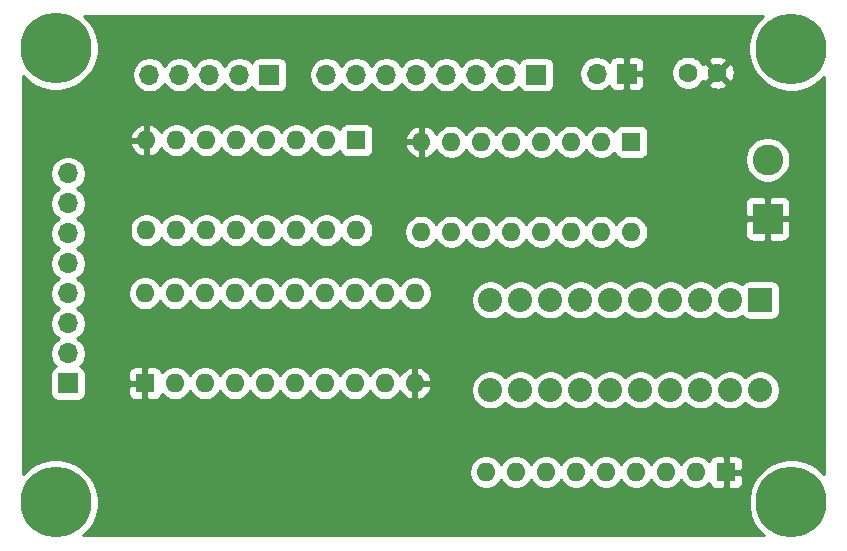
<source format=gbr>
%TF.GenerationSoftware,KiCad,Pcbnew,(5.1.9-0-10_14)*%
%TF.CreationDate,2021-06-13T16:28:19-04:00*%
%TF.ProjectId,COUNTER,434f554e-5445-4522-9e6b-696361645f70,rev?*%
%TF.SameCoordinates,Original*%
%TF.FileFunction,Copper,L4,Bot*%
%TF.FilePolarity,Positive*%
%FSLAX46Y46*%
G04 Gerber Fmt 4.6, Leading zero omitted, Abs format (unit mm)*
G04 Created by KiCad (PCBNEW (5.1.9-0-10_14)) date 2021-06-13 16:28:19*
%MOMM*%
%LPD*%
G01*
G04 APERTURE LIST*
%TA.AperFunction,ComponentPad*%
%ADD10O,1.700000X1.700000*%
%TD*%
%TA.AperFunction,ComponentPad*%
%ADD11R,1.700000X1.700000*%
%TD*%
%TA.AperFunction,ComponentPad*%
%ADD12C,0.800000*%
%TD*%
%TA.AperFunction,ComponentPad*%
%ADD13C,6.000000*%
%TD*%
%TA.AperFunction,ComponentPad*%
%ADD14O,1.600000X1.600000*%
%TD*%
%TA.AperFunction,ComponentPad*%
%ADD15R,1.600000X1.600000*%
%TD*%
%TA.AperFunction,ComponentPad*%
%ADD16C,2.032000*%
%TD*%
%TA.AperFunction,ComponentPad*%
%ADD17R,2.032000X2.032000*%
%TD*%
%TA.AperFunction,ComponentPad*%
%ADD18C,2.600000*%
%TD*%
%TA.AperFunction,ComponentPad*%
%ADD19R,2.600000X2.600000*%
%TD*%
%TA.AperFunction,ComponentPad*%
%ADD20C,1.600000*%
%TD*%
%TA.AperFunction,Conductor*%
%ADD21C,0.254000*%
%TD*%
%TA.AperFunction,Conductor*%
%ADD22C,0.100000*%
%TD*%
G04 APERTURE END LIST*
D10*
%TO.P,J22,5*%
%TO.N,CE*%
X88135500Y-36806000D03*
%TO.P,J22,4*%
%TO.N,OE*%
X90675500Y-36806000D03*
%TO.P,J22,3*%
%TO.N,CLOCK*%
X93215500Y-36806000D03*
%TO.P,J22,2*%
%TO.N,RESET*%
X95755500Y-36806000D03*
D11*
%TO.P,J22,1*%
%TO.N,JUMP*%
X98295500Y-36806000D03*
%TD*%
D12*
%TO.P,REF\u002A\u002A,1*%
%TO.N,N/C*%
X144082490Y-71427510D03*
X142491500Y-70768500D03*
X140900510Y-71427510D03*
X140241500Y-73018500D03*
X140900510Y-74609490D03*
X142491500Y-75268500D03*
X144082490Y-74609490D03*
X144741500Y-73018500D03*
D13*
X142491500Y-73018500D03*
%TD*%
%TO.P,REF\u002A\u002A,1*%
%TO.N,N/C*%
X80191500Y-73008500D03*
D12*
X82441500Y-73008500D03*
X81782490Y-74599490D03*
X80191500Y-75258500D03*
X78600510Y-74599490D03*
X77941500Y-73008500D03*
X78600510Y-71417510D03*
X80191500Y-70758500D03*
X81782490Y-71417510D03*
%TD*%
D13*
%TO.P,REF\u002A\u002A,1*%
%TO.N,N/C*%
X142461500Y-34608500D03*
D12*
X144711500Y-34608500D03*
X144052490Y-36199490D03*
X142461500Y-36858500D03*
X140870510Y-36199490D03*
X140211500Y-34608500D03*
X140870510Y-33017510D03*
X142461500Y-32358500D03*
X144052490Y-33017510D03*
%TD*%
%TO.P,REF\u002A\u002A,1*%
%TO.N,N/C*%
X81782490Y-32957510D03*
X80191500Y-32298500D03*
X78600510Y-32957510D03*
X77941500Y-34548500D03*
X78600510Y-36139490D03*
X80191500Y-36798500D03*
X81782490Y-36139490D03*
X82441500Y-34548500D03*
D13*
X80191500Y-34548500D03*
%TD*%
D14*
%TO.P,RN1,9*%
%TO.N,Net-(BAR1-Pad13)*%
X116641500Y-70458500D03*
%TO.P,RN1,8*%
%TO.N,Net-(BAR1-Pad14)*%
X119181500Y-70458500D03*
%TO.P,RN1,7*%
%TO.N,Net-(BAR1-Pad15)*%
X121721500Y-70458500D03*
%TO.P,RN1,6*%
%TO.N,Net-(BAR1-Pad16)*%
X124261500Y-70458500D03*
%TO.P,RN1,5*%
%TO.N,Net-(BAR1-Pad17)*%
X126801500Y-70458500D03*
%TO.P,RN1,4*%
%TO.N,Net-(BAR1-Pad18)*%
X129341500Y-70458500D03*
%TO.P,RN1,3*%
%TO.N,Net-(BAR1-Pad19)*%
X131881500Y-70458500D03*
%TO.P,RN1,2*%
%TO.N,Net-(BAR1-Pad20)*%
X134421500Y-70458500D03*
D15*
%TO.P,RN1,1*%
%TO.N,GND*%
X136961500Y-70458500D03*
%TD*%
D16*
%TO.P,BAR1,20*%
%TO.N,Net-(BAR1-Pad20)*%
X139871500Y-63498500D03*
%TO.P,BAR1,19*%
%TO.N,Net-(BAR1-Pad19)*%
X137331500Y-63498500D03*
%TO.P,BAR1,18*%
%TO.N,Net-(BAR1-Pad18)*%
X134791500Y-63498500D03*
%TO.P,BAR1,17*%
%TO.N,Net-(BAR1-Pad17)*%
X132251500Y-63498500D03*
%TO.P,BAR1,9*%
%TO.N,Net-(BAR1-Pad9)*%
X119551500Y-55878500D03*
%TO.P,BAR1,10*%
%TO.N,Net-(BAR1-Pad10)*%
X117011500Y-55878500D03*
%TO.P,BAR1,11*%
%TO.N,Net-(BAR1-Pad11)*%
X117011500Y-63498500D03*
%TO.P,BAR1,12*%
%TO.N,Net-(BAR1-Pad12)*%
X119551500Y-63498500D03*
%TO.P,BAR1,8*%
%TO.N,Net-(BAR1-Pad8)*%
X122091500Y-55878500D03*
%TO.P,BAR1,7*%
%TO.N,Net-(BAR1-Pad7)*%
X124631500Y-55878500D03*
%TO.P,BAR1,6*%
%TO.N,Net-(BAR1-Pad6)*%
X127171500Y-55878500D03*
%TO.P,BAR1,5*%
%TO.N,Net-(BAR1-Pad5)*%
X129711500Y-55878500D03*
%TO.P,BAR1,16*%
%TO.N,Net-(BAR1-Pad16)*%
X129711500Y-63498500D03*
%TO.P,BAR1,15*%
%TO.N,Net-(BAR1-Pad15)*%
X127171500Y-63498500D03*
%TO.P,BAR1,14*%
%TO.N,Net-(BAR1-Pad14)*%
X124631500Y-63498500D03*
%TO.P,BAR1,13*%
%TO.N,Net-(BAR1-Pad13)*%
X122091500Y-63498500D03*
%TO.P,BAR1,4*%
%TO.N,Net-(BAR1-Pad4)*%
X132251500Y-55878500D03*
%TO.P,BAR1,3*%
%TO.N,Net-(BAR1-Pad3)*%
X134791500Y-55878500D03*
%TO.P,BAR1,2*%
%TO.N,Net-(BAR1-Pad2)*%
X137331500Y-55878500D03*
D17*
%TO.P,BAR1,1*%
%TO.N,Net-(BAR1-Pad1)*%
X139871500Y-55878500D03*
%TD*%
D18*
%TO.P,J1,2*%
%TO.N,VCC*%
X140471500Y-43998500D03*
D19*
%TO.P,J1,1*%
%TO.N,GND*%
X140471500Y-48998500D03*
%TD*%
D10*
%TO.P,J23,8*%
%TO.N,D8*%
X103121500Y-36806000D03*
%TO.P,J23,7*%
%TO.N,D7*%
X105661500Y-36806000D03*
%TO.P,J23,6*%
%TO.N,D6*%
X108201500Y-36806000D03*
%TO.P,J23,5*%
%TO.N,D5*%
X110741500Y-36806000D03*
%TO.P,J23,4*%
%TO.N,D4*%
X113281500Y-36806000D03*
%TO.P,J23,3*%
%TO.N,D3*%
X115821500Y-36806000D03*
%TO.P,J23,2*%
%TO.N,D2*%
X118361500Y-36806000D03*
D11*
%TO.P,J23,1*%
%TO.N,D1*%
X120901500Y-36806000D03*
%TD*%
D10*
%TO.P,J24,8*%
%TO.N,Y1*%
X81244000Y-45168500D03*
%TO.P,J24,7*%
%TO.N,Y2*%
X81244000Y-47708500D03*
%TO.P,J24,6*%
%TO.N,Y3*%
X81244000Y-50248500D03*
%TO.P,J24,5*%
%TO.N,Y4*%
X81244000Y-52788500D03*
%TO.P,J24,4*%
%TO.N,Y5*%
X81244000Y-55328500D03*
%TO.P,J24,3*%
%TO.N,Y6*%
X81244000Y-57868500D03*
%TO.P,J24,2*%
%TO.N,Y7*%
X81244000Y-60408500D03*
D11*
%TO.P,J24,1*%
%TO.N,Y8*%
X81244000Y-62948500D03*
%TD*%
D14*
%TO.P,U14,16*%
%TO.N,VCC*%
X128936000Y-50101500D03*
%TO.P,U14,8*%
%TO.N,GND*%
X111156000Y-42481500D03*
%TO.P,U14,15*%
%TO.N,Net-(U12-Pad10)*%
X126396000Y-50101500D03*
%TO.P,U14,7*%
%TO.N,CE*%
X113696000Y-42481500D03*
%TO.P,U14,14*%
%TO.N,Net-(BAR1-Pad1)*%
X123856000Y-50101500D03*
%TO.P,U14,6*%
%TO.N,D4*%
X116236000Y-42481500D03*
%TO.P,U14,13*%
%TO.N,Net-(BAR1-Pad2)*%
X121316000Y-50101500D03*
%TO.P,U14,5*%
%TO.N,D3*%
X118776000Y-42481500D03*
%TO.P,U14,12*%
%TO.N,Net-(BAR1-Pad3)*%
X118776000Y-50101500D03*
%TO.P,U14,4*%
%TO.N,D2*%
X121316000Y-42481500D03*
%TO.P,U14,11*%
%TO.N,Net-(BAR1-Pad4)*%
X116236000Y-50101500D03*
%TO.P,U14,3*%
%TO.N,D1*%
X123856000Y-42481500D03*
%TO.P,U14,10*%
%TO.N,CE*%
X113696000Y-50101500D03*
%TO.P,U14,2*%
%TO.N,CLOCK*%
X126396000Y-42481500D03*
%TO.P,U14,9*%
%TO.N,JUMP*%
X111156000Y-50101500D03*
D15*
%TO.P,U14,1*%
%TO.N,RESET*%
X128936000Y-42481500D03*
%TD*%
D14*
%TO.P,U47,20*%
%TO.N,VCC*%
X87757000Y-55308500D03*
%TO.P,U47,10*%
%TO.N,GND*%
X110617000Y-62928500D03*
%TO.P,U47,19*%
%TO.N,OE*%
X90297000Y-55308500D03*
%TO.P,U47,9*%
%TO.N,Y1*%
X108077000Y-62928500D03*
%TO.P,U47,18*%
%TO.N,Net-(BAR1-Pad8)*%
X92837000Y-55308500D03*
%TO.P,U47,8*%
%TO.N,Y2*%
X105537000Y-62928500D03*
%TO.P,U47,17*%
%TO.N,Net-(BAR1-Pad7)*%
X95377000Y-55308500D03*
%TO.P,U47,7*%
%TO.N,Y3*%
X102997000Y-62928500D03*
%TO.P,U47,16*%
%TO.N,Net-(BAR1-Pad6)*%
X97917000Y-55308500D03*
%TO.P,U47,6*%
%TO.N,Y4*%
X100457000Y-62928500D03*
%TO.P,U47,15*%
%TO.N,Net-(BAR1-Pad5)*%
X100457000Y-55308500D03*
%TO.P,U47,5*%
%TO.N,Y5*%
X97917000Y-62928500D03*
%TO.P,U47,14*%
%TO.N,Net-(BAR1-Pad4)*%
X102997000Y-55308500D03*
%TO.P,U47,4*%
%TO.N,Y6*%
X95377000Y-62928500D03*
%TO.P,U47,13*%
%TO.N,Net-(BAR1-Pad3)*%
X105537000Y-55308500D03*
%TO.P,U47,3*%
%TO.N,Y7*%
X92837000Y-62928500D03*
%TO.P,U47,12*%
%TO.N,Net-(BAR1-Pad2)*%
X108077000Y-55308500D03*
%TO.P,U47,2*%
%TO.N,Y8*%
X90297000Y-62928500D03*
%TO.P,U47,11*%
%TO.N,Net-(BAR1-Pad1)*%
X110617000Y-55308500D03*
D15*
%TO.P,U47,1*%
%TO.N,GND*%
X87757000Y-62928500D03*
%TD*%
D14*
%TO.P,U12,16*%
%TO.N,VCC*%
X105664000Y-49974500D03*
%TO.P,U12,8*%
%TO.N,GND*%
X87884000Y-42354500D03*
%TO.P,U12,15*%
%TO.N,Net-(U12-Pad15)*%
X103124000Y-49974500D03*
%TO.P,U12,7*%
%TO.N,VCC*%
X90424000Y-42354500D03*
%TO.P,U12,14*%
%TO.N,Net-(BAR1-Pad5)*%
X100584000Y-49974500D03*
%TO.P,U12,6*%
%TO.N,D8*%
X92964000Y-42354500D03*
%TO.P,U12,13*%
%TO.N,Net-(BAR1-Pad6)*%
X98044000Y-49974500D03*
%TO.P,U12,5*%
%TO.N,D7*%
X95504000Y-42354500D03*
%TO.P,U12,12*%
%TO.N,Net-(BAR1-Pad7)*%
X95504000Y-49974500D03*
%TO.P,U12,4*%
%TO.N,D6*%
X98044000Y-42354500D03*
%TO.P,U12,11*%
%TO.N,Net-(BAR1-Pad8)*%
X92964000Y-49974500D03*
%TO.P,U12,3*%
%TO.N,D5*%
X100584000Y-42354500D03*
%TO.P,U12,10*%
%TO.N,Net-(U12-Pad10)*%
X90424000Y-49974500D03*
%TO.P,U12,2*%
%TO.N,CLOCK*%
X103124000Y-42354500D03*
%TO.P,U12,9*%
%TO.N,JUMP*%
X87884000Y-49974500D03*
D15*
%TO.P,U12,1*%
%TO.N,RESET*%
X105664000Y-42354500D03*
%TD*%
D10*
%TO.P,J10,2*%
%TO.N,VCC*%
X125989000Y-36719500D03*
D11*
%TO.P,J10,1*%
%TO.N,GND*%
X128529000Y-36719500D03*
%TD*%
D20*
%TO.P,C10,2*%
%TO.N,GND*%
X136231500Y-36628500D03*
%TO.P,C10,1*%
%TO.N,VCC*%
X133731500Y-36628500D03*
%TD*%
D21*
%TO.N,GND*%
X139638011Y-32291323D02*
X139240205Y-32886682D01*
X138966191Y-33548210D01*
X138826500Y-34250484D01*
X138826500Y-34966516D01*
X138966191Y-35668790D01*
X139240205Y-36330318D01*
X139638011Y-36925677D01*
X140144323Y-37431989D01*
X140739682Y-37829795D01*
X141401210Y-38103809D01*
X142103484Y-38243500D01*
X142819516Y-38243500D01*
X143521790Y-38103809D01*
X144183318Y-37829795D01*
X144778677Y-37431989D01*
X145221500Y-36989166D01*
X145221501Y-70607835D01*
X144808677Y-70195011D01*
X144213318Y-69797205D01*
X143551790Y-69523191D01*
X142849516Y-69383500D01*
X142133484Y-69383500D01*
X141431210Y-69523191D01*
X140769682Y-69797205D01*
X140174323Y-70195011D01*
X139668011Y-70701323D01*
X139270205Y-71296682D01*
X138996191Y-71958210D01*
X138856500Y-72660484D01*
X138856500Y-73376516D01*
X138996191Y-74078790D01*
X139270205Y-74740318D01*
X139668011Y-75335677D01*
X140130834Y-75798500D01*
X82542166Y-75798500D01*
X83014989Y-75325677D01*
X83412795Y-74730318D01*
X83686809Y-74068790D01*
X83826500Y-73366516D01*
X83826500Y-72650484D01*
X83686809Y-71948210D01*
X83412795Y-71286682D01*
X83014989Y-70691323D01*
X82640831Y-70317165D01*
X115206500Y-70317165D01*
X115206500Y-70599835D01*
X115261647Y-70877074D01*
X115369820Y-71138227D01*
X115526863Y-71373259D01*
X115726741Y-71573137D01*
X115961773Y-71730180D01*
X116222926Y-71838353D01*
X116500165Y-71893500D01*
X116782835Y-71893500D01*
X117060074Y-71838353D01*
X117321227Y-71730180D01*
X117556259Y-71573137D01*
X117756137Y-71373259D01*
X117911500Y-71140741D01*
X118066863Y-71373259D01*
X118266741Y-71573137D01*
X118501773Y-71730180D01*
X118762926Y-71838353D01*
X119040165Y-71893500D01*
X119322835Y-71893500D01*
X119600074Y-71838353D01*
X119861227Y-71730180D01*
X120096259Y-71573137D01*
X120296137Y-71373259D01*
X120451500Y-71140741D01*
X120606863Y-71373259D01*
X120806741Y-71573137D01*
X121041773Y-71730180D01*
X121302926Y-71838353D01*
X121580165Y-71893500D01*
X121862835Y-71893500D01*
X122140074Y-71838353D01*
X122401227Y-71730180D01*
X122636259Y-71573137D01*
X122836137Y-71373259D01*
X122991500Y-71140741D01*
X123146863Y-71373259D01*
X123346741Y-71573137D01*
X123581773Y-71730180D01*
X123842926Y-71838353D01*
X124120165Y-71893500D01*
X124402835Y-71893500D01*
X124680074Y-71838353D01*
X124941227Y-71730180D01*
X125176259Y-71573137D01*
X125376137Y-71373259D01*
X125531500Y-71140741D01*
X125686863Y-71373259D01*
X125886741Y-71573137D01*
X126121773Y-71730180D01*
X126382926Y-71838353D01*
X126660165Y-71893500D01*
X126942835Y-71893500D01*
X127220074Y-71838353D01*
X127481227Y-71730180D01*
X127716259Y-71573137D01*
X127916137Y-71373259D01*
X128071500Y-71140741D01*
X128226863Y-71373259D01*
X128426741Y-71573137D01*
X128661773Y-71730180D01*
X128922926Y-71838353D01*
X129200165Y-71893500D01*
X129482835Y-71893500D01*
X129760074Y-71838353D01*
X130021227Y-71730180D01*
X130256259Y-71573137D01*
X130456137Y-71373259D01*
X130611500Y-71140741D01*
X130766863Y-71373259D01*
X130966741Y-71573137D01*
X131201773Y-71730180D01*
X131462926Y-71838353D01*
X131740165Y-71893500D01*
X132022835Y-71893500D01*
X132300074Y-71838353D01*
X132561227Y-71730180D01*
X132796259Y-71573137D01*
X132996137Y-71373259D01*
X133151500Y-71140741D01*
X133306863Y-71373259D01*
X133506741Y-71573137D01*
X133741773Y-71730180D01*
X134002926Y-71838353D01*
X134280165Y-71893500D01*
X134562835Y-71893500D01*
X134840074Y-71838353D01*
X135101227Y-71730180D01*
X135336259Y-71573137D01*
X135534857Y-71374539D01*
X135535688Y-71382982D01*
X135571998Y-71502680D01*
X135630963Y-71612994D01*
X135710315Y-71709685D01*
X135807006Y-71789037D01*
X135917320Y-71848002D01*
X136037018Y-71884312D01*
X136161500Y-71896572D01*
X136675750Y-71893500D01*
X136834500Y-71734750D01*
X136834500Y-70585500D01*
X137088500Y-70585500D01*
X137088500Y-71734750D01*
X137247250Y-71893500D01*
X137761500Y-71896572D01*
X137885982Y-71884312D01*
X138005680Y-71848002D01*
X138115994Y-71789037D01*
X138212685Y-71709685D01*
X138292037Y-71612994D01*
X138351002Y-71502680D01*
X138387312Y-71382982D01*
X138399572Y-71258500D01*
X138396500Y-70744250D01*
X138237750Y-70585500D01*
X137088500Y-70585500D01*
X136834500Y-70585500D01*
X136814500Y-70585500D01*
X136814500Y-70331500D01*
X136834500Y-70331500D01*
X136834500Y-69182250D01*
X137088500Y-69182250D01*
X137088500Y-70331500D01*
X138237750Y-70331500D01*
X138396500Y-70172750D01*
X138399572Y-69658500D01*
X138387312Y-69534018D01*
X138351002Y-69414320D01*
X138292037Y-69304006D01*
X138212685Y-69207315D01*
X138115994Y-69127963D01*
X138005680Y-69068998D01*
X137885982Y-69032688D01*
X137761500Y-69020428D01*
X137247250Y-69023500D01*
X137088500Y-69182250D01*
X136834500Y-69182250D01*
X136675750Y-69023500D01*
X136161500Y-69020428D01*
X136037018Y-69032688D01*
X135917320Y-69068998D01*
X135807006Y-69127963D01*
X135710315Y-69207315D01*
X135630963Y-69304006D01*
X135571998Y-69414320D01*
X135535688Y-69534018D01*
X135534857Y-69542461D01*
X135336259Y-69343863D01*
X135101227Y-69186820D01*
X134840074Y-69078647D01*
X134562835Y-69023500D01*
X134280165Y-69023500D01*
X134002926Y-69078647D01*
X133741773Y-69186820D01*
X133506741Y-69343863D01*
X133306863Y-69543741D01*
X133151500Y-69776259D01*
X132996137Y-69543741D01*
X132796259Y-69343863D01*
X132561227Y-69186820D01*
X132300074Y-69078647D01*
X132022835Y-69023500D01*
X131740165Y-69023500D01*
X131462926Y-69078647D01*
X131201773Y-69186820D01*
X130966741Y-69343863D01*
X130766863Y-69543741D01*
X130611500Y-69776259D01*
X130456137Y-69543741D01*
X130256259Y-69343863D01*
X130021227Y-69186820D01*
X129760074Y-69078647D01*
X129482835Y-69023500D01*
X129200165Y-69023500D01*
X128922926Y-69078647D01*
X128661773Y-69186820D01*
X128426741Y-69343863D01*
X128226863Y-69543741D01*
X128071500Y-69776259D01*
X127916137Y-69543741D01*
X127716259Y-69343863D01*
X127481227Y-69186820D01*
X127220074Y-69078647D01*
X126942835Y-69023500D01*
X126660165Y-69023500D01*
X126382926Y-69078647D01*
X126121773Y-69186820D01*
X125886741Y-69343863D01*
X125686863Y-69543741D01*
X125531500Y-69776259D01*
X125376137Y-69543741D01*
X125176259Y-69343863D01*
X124941227Y-69186820D01*
X124680074Y-69078647D01*
X124402835Y-69023500D01*
X124120165Y-69023500D01*
X123842926Y-69078647D01*
X123581773Y-69186820D01*
X123346741Y-69343863D01*
X123146863Y-69543741D01*
X122991500Y-69776259D01*
X122836137Y-69543741D01*
X122636259Y-69343863D01*
X122401227Y-69186820D01*
X122140074Y-69078647D01*
X121862835Y-69023500D01*
X121580165Y-69023500D01*
X121302926Y-69078647D01*
X121041773Y-69186820D01*
X120806741Y-69343863D01*
X120606863Y-69543741D01*
X120451500Y-69776259D01*
X120296137Y-69543741D01*
X120096259Y-69343863D01*
X119861227Y-69186820D01*
X119600074Y-69078647D01*
X119322835Y-69023500D01*
X119040165Y-69023500D01*
X118762926Y-69078647D01*
X118501773Y-69186820D01*
X118266741Y-69343863D01*
X118066863Y-69543741D01*
X117911500Y-69776259D01*
X117756137Y-69543741D01*
X117556259Y-69343863D01*
X117321227Y-69186820D01*
X117060074Y-69078647D01*
X116782835Y-69023500D01*
X116500165Y-69023500D01*
X116222926Y-69078647D01*
X115961773Y-69186820D01*
X115726741Y-69343863D01*
X115526863Y-69543741D01*
X115369820Y-69778773D01*
X115261647Y-70039926D01*
X115206500Y-70317165D01*
X82640831Y-70317165D01*
X82508677Y-70185011D01*
X81913318Y-69787205D01*
X81251790Y-69513191D01*
X80549516Y-69373500D01*
X79833484Y-69373500D01*
X79131210Y-69513191D01*
X78469682Y-69787205D01*
X77874323Y-70185011D01*
X77451500Y-70607834D01*
X77451500Y-62098500D01*
X79755928Y-62098500D01*
X79755928Y-63798500D01*
X79768188Y-63922982D01*
X79804498Y-64042680D01*
X79863463Y-64152994D01*
X79942815Y-64249685D01*
X80039506Y-64329037D01*
X80149820Y-64388002D01*
X80269518Y-64424312D01*
X80394000Y-64436572D01*
X82094000Y-64436572D01*
X82218482Y-64424312D01*
X82338180Y-64388002D01*
X82448494Y-64329037D01*
X82545185Y-64249685D01*
X82624537Y-64152994D01*
X82683502Y-64042680D01*
X82719812Y-63922982D01*
X82732072Y-63798500D01*
X82732072Y-63728500D01*
X86318928Y-63728500D01*
X86331188Y-63852982D01*
X86367498Y-63972680D01*
X86426463Y-64082994D01*
X86505815Y-64179685D01*
X86602506Y-64259037D01*
X86712820Y-64318002D01*
X86832518Y-64354312D01*
X86957000Y-64366572D01*
X87471250Y-64363500D01*
X87630000Y-64204750D01*
X87630000Y-63055500D01*
X86480750Y-63055500D01*
X86322000Y-63214250D01*
X86318928Y-63728500D01*
X82732072Y-63728500D01*
X82732072Y-62128500D01*
X86318928Y-62128500D01*
X86322000Y-62642750D01*
X86480750Y-62801500D01*
X87630000Y-62801500D01*
X87630000Y-61652250D01*
X87884000Y-61652250D01*
X87884000Y-62801500D01*
X87904000Y-62801500D01*
X87904000Y-63055500D01*
X87884000Y-63055500D01*
X87884000Y-64204750D01*
X88042750Y-64363500D01*
X88557000Y-64366572D01*
X88681482Y-64354312D01*
X88801180Y-64318002D01*
X88911494Y-64259037D01*
X89008185Y-64179685D01*
X89087537Y-64082994D01*
X89146502Y-63972680D01*
X89182812Y-63852982D01*
X89183643Y-63844539D01*
X89382241Y-64043137D01*
X89617273Y-64200180D01*
X89878426Y-64308353D01*
X90155665Y-64363500D01*
X90438335Y-64363500D01*
X90715574Y-64308353D01*
X90976727Y-64200180D01*
X91211759Y-64043137D01*
X91411637Y-63843259D01*
X91567000Y-63610741D01*
X91722363Y-63843259D01*
X91922241Y-64043137D01*
X92157273Y-64200180D01*
X92418426Y-64308353D01*
X92695665Y-64363500D01*
X92978335Y-64363500D01*
X93255574Y-64308353D01*
X93516727Y-64200180D01*
X93751759Y-64043137D01*
X93951637Y-63843259D01*
X94107000Y-63610741D01*
X94262363Y-63843259D01*
X94462241Y-64043137D01*
X94697273Y-64200180D01*
X94958426Y-64308353D01*
X95235665Y-64363500D01*
X95518335Y-64363500D01*
X95795574Y-64308353D01*
X96056727Y-64200180D01*
X96291759Y-64043137D01*
X96491637Y-63843259D01*
X96647000Y-63610741D01*
X96802363Y-63843259D01*
X97002241Y-64043137D01*
X97237273Y-64200180D01*
X97498426Y-64308353D01*
X97775665Y-64363500D01*
X98058335Y-64363500D01*
X98335574Y-64308353D01*
X98596727Y-64200180D01*
X98831759Y-64043137D01*
X99031637Y-63843259D01*
X99187000Y-63610741D01*
X99342363Y-63843259D01*
X99542241Y-64043137D01*
X99777273Y-64200180D01*
X100038426Y-64308353D01*
X100315665Y-64363500D01*
X100598335Y-64363500D01*
X100875574Y-64308353D01*
X101136727Y-64200180D01*
X101371759Y-64043137D01*
X101571637Y-63843259D01*
X101727000Y-63610741D01*
X101882363Y-63843259D01*
X102082241Y-64043137D01*
X102317273Y-64200180D01*
X102578426Y-64308353D01*
X102855665Y-64363500D01*
X103138335Y-64363500D01*
X103415574Y-64308353D01*
X103676727Y-64200180D01*
X103911759Y-64043137D01*
X104111637Y-63843259D01*
X104267000Y-63610741D01*
X104422363Y-63843259D01*
X104622241Y-64043137D01*
X104857273Y-64200180D01*
X105118426Y-64308353D01*
X105395665Y-64363500D01*
X105678335Y-64363500D01*
X105955574Y-64308353D01*
X106216727Y-64200180D01*
X106451759Y-64043137D01*
X106651637Y-63843259D01*
X106807000Y-63610741D01*
X106962363Y-63843259D01*
X107162241Y-64043137D01*
X107397273Y-64200180D01*
X107658426Y-64308353D01*
X107935665Y-64363500D01*
X108218335Y-64363500D01*
X108495574Y-64308353D01*
X108756727Y-64200180D01*
X108991759Y-64043137D01*
X109191637Y-63843259D01*
X109348680Y-63608227D01*
X109353067Y-63597635D01*
X109464615Y-63783631D01*
X109653586Y-63992019D01*
X109879580Y-64159537D01*
X110133913Y-64279746D01*
X110267961Y-64320404D01*
X110490000Y-64198415D01*
X110490000Y-63055500D01*
X110744000Y-63055500D01*
X110744000Y-64198415D01*
X110966039Y-64320404D01*
X111100087Y-64279746D01*
X111354420Y-64159537D01*
X111580414Y-63992019D01*
X111769385Y-63783631D01*
X111914070Y-63542381D01*
X111988013Y-63335891D01*
X115360500Y-63335891D01*
X115360500Y-63661109D01*
X115423947Y-63980079D01*
X115548403Y-64280542D01*
X115729085Y-64550951D01*
X115959049Y-64780915D01*
X116229458Y-64961597D01*
X116529921Y-65086053D01*
X116848891Y-65149500D01*
X117174109Y-65149500D01*
X117493079Y-65086053D01*
X117793542Y-64961597D01*
X118063951Y-64780915D01*
X118281500Y-64563366D01*
X118499049Y-64780915D01*
X118769458Y-64961597D01*
X119069921Y-65086053D01*
X119388891Y-65149500D01*
X119714109Y-65149500D01*
X120033079Y-65086053D01*
X120333542Y-64961597D01*
X120603951Y-64780915D01*
X120821500Y-64563366D01*
X121039049Y-64780915D01*
X121309458Y-64961597D01*
X121609921Y-65086053D01*
X121928891Y-65149500D01*
X122254109Y-65149500D01*
X122573079Y-65086053D01*
X122873542Y-64961597D01*
X123143951Y-64780915D01*
X123361500Y-64563366D01*
X123579049Y-64780915D01*
X123849458Y-64961597D01*
X124149921Y-65086053D01*
X124468891Y-65149500D01*
X124794109Y-65149500D01*
X125113079Y-65086053D01*
X125413542Y-64961597D01*
X125683951Y-64780915D01*
X125901500Y-64563366D01*
X126119049Y-64780915D01*
X126389458Y-64961597D01*
X126689921Y-65086053D01*
X127008891Y-65149500D01*
X127334109Y-65149500D01*
X127653079Y-65086053D01*
X127953542Y-64961597D01*
X128223951Y-64780915D01*
X128441500Y-64563366D01*
X128659049Y-64780915D01*
X128929458Y-64961597D01*
X129229921Y-65086053D01*
X129548891Y-65149500D01*
X129874109Y-65149500D01*
X130193079Y-65086053D01*
X130493542Y-64961597D01*
X130763951Y-64780915D01*
X130981500Y-64563366D01*
X131199049Y-64780915D01*
X131469458Y-64961597D01*
X131769921Y-65086053D01*
X132088891Y-65149500D01*
X132414109Y-65149500D01*
X132733079Y-65086053D01*
X133033542Y-64961597D01*
X133303951Y-64780915D01*
X133521500Y-64563366D01*
X133739049Y-64780915D01*
X134009458Y-64961597D01*
X134309921Y-65086053D01*
X134628891Y-65149500D01*
X134954109Y-65149500D01*
X135273079Y-65086053D01*
X135573542Y-64961597D01*
X135843951Y-64780915D01*
X136061500Y-64563366D01*
X136279049Y-64780915D01*
X136549458Y-64961597D01*
X136849921Y-65086053D01*
X137168891Y-65149500D01*
X137494109Y-65149500D01*
X137813079Y-65086053D01*
X138113542Y-64961597D01*
X138383951Y-64780915D01*
X138601500Y-64563366D01*
X138819049Y-64780915D01*
X139089458Y-64961597D01*
X139389921Y-65086053D01*
X139708891Y-65149500D01*
X140034109Y-65149500D01*
X140353079Y-65086053D01*
X140653542Y-64961597D01*
X140923951Y-64780915D01*
X141153915Y-64550951D01*
X141334597Y-64280542D01*
X141459053Y-63980079D01*
X141522500Y-63661109D01*
X141522500Y-63335891D01*
X141459053Y-63016921D01*
X141334597Y-62716458D01*
X141153915Y-62446049D01*
X140923951Y-62216085D01*
X140653542Y-62035403D01*
X140353079Y-61910947D01*
X140034109Y-61847500D01*
X139708891Y-61847500D01*
X139389921Y-61910947D01*
X139089458Y-62035403D01*
X138819049Y-62216085D01*
X138601500Y-62433634D01*
X138383951Y-62216085D01*
X138113542Y-62035403D01*
X137813079Y-61910947D01*
X137494109Y-61847500D01*
X137168891Y-61847500D01*
X136849921Y-61910947D01*
X136549458Y-62035403D01*
X136279049Y-62216085D01*
X136061500Y-62433634D01*
X135843951Y-62216085D01*
X135573542Y-62035403D01*
X135273079Y-61910947D01*
X134954109Y-61847500D01*
X134628891Y-61847500D01*
X134309921Y-61910947D01*
X134009458Y-62035403D01*
X133739049Y-62216085D01*
X133521500Y-62433634D01*
X133303951Y-62216085D01*
X133033542Y-62035403D01*
X132733079Y-61910947D01*
X132414109Y-61847500D01*
X132088891Y-61847500D01*
X131769921Y-61910947D01*
X131469458Y-62035403D01*
X131199049Y-62216085D01*
X130981500Y-62433634D01*
X130763951Y-62216085D01*
X130493542Y-62035403D01*
X130193079Y-61910947D01*
X129874109Y-61847500D01*
X129548891Y-61847500D01*
X129229921Y-61910947D01*
X128929458Y-62035403D01*
X128659049Y-62216085D01*
X128441500Y-62433634D01*
X128223951Y-62216085D01*
X127953542Y-62035403D01*
X127653079Y-61910947D01*
X127334109Y-61847500D01*
X127008891Y-61847500D01*
X126689921Y-61910947D01*
X126389458Y-62035403D01*
X126119049Y-62216085D01*
X125901500Y-62433634D01*
X125683951Y-62216085D01*
X125413542Y-62035403D01*
X125113079Y-61910947D01*
X124794109Y-61847500D01*
X124468891Y-61847500D01*
X124149921Y-61910947D01*
X123849458Y-62035403D01*
X123579049Y-62216085D01*
X123361500Y-62433634D01*
X123143951Y-62216085D01*
X122873542Y-62035403D01*
X122573079Y-61910947D01*
X122254109Y-61847500D01*
X121928891Y-61847500D01*
X121609921Y-61910947D01*
X121309458Y-62035403D01*
X121039049Y-62216085D01*
X120821500Y-62433634D01*
X120603951Y-62216085D01*
X120333542Y-62035403D01*
X120033079Y-61910947D01*
X119714109Y-61847500D01*
X119388891Y-61847500D01*
X119069921Y-61910947D01*
X118769458Y-62035403D01*
X118499049Y-62216085D01*
X118281500Y-62433634D01*
X118063951Y-62216085D01*
X117793542Y-62035403D01*
X117493079Y-61910947D01*
X117174109Y-61847500D01*
X116848891Y-61847500D01*
X116529921Y-61910947D01*
X116229458Y-62035403D01*
X115959049Y-62216085D01*
X115729085Y-62446049D01*
X115548403Y-62716458D01*
X115423947Y-63016921D01*
X115360500Y-63335891D01*
X111988013Y-63335891D01*
X112008909Y-63277540D01*
X111887624Y-63055500D01*
X110744000Y-63055500D01*
X110490000Y-63055500D01*
X110470000Y-63055500D01*
X110470000Y-62801500D01*
X110490000Y-62801500D01*
X110490000Y-61658585D01*
X110744000Y-61658585D01*
X110744000Y-62801500D01*
X111887624Y-62801500D01*
X112008909Y-62579460D01*
X111914070Y-62314619D01*
X111769385Y-62073369D01*
X111580414Y-61864981D01*
X111354420Y-61697463D01*
X111100087Y-61577254D01*
X110966039Y-61536596D01*
X110744000Y-61658585D01*
X110490000Y-61658585D01*
X110267961Y-61536596D01*
X110133913Y-61577254D01*
X109879580Y-61697463D01*
X109653586Y-61864981D01*
X109464615Y-62073369D01*
X109353067Y-62259365D01*
X109348680Y-62248773D01*
X109191637Y-62013741D01*
X108991759Y-61813863D01*
X108756727Y-61656820D01*
X108495574Y-61548647D01*
X108218335Y-61493500D01*
X107935665Y-61493500D01*
X107658426Y-61548647D01*
X107397273Y-61656820D01*
X107162241Y-61813863D01*
X106962363Y-62013741D01*
X106807000Y-62246259D01*
X106651637Y-62013741D01*
X106451759Y-61813863D01*
X106216727Y-61656820D01*
X105955574Y-61548647D01*
X105678335Y-61493500D01*
X105395665Y-61493500D01*
X105118426Y-61548647D01*
X104857273Y-61656820D01*
X104622241Y-61813863D01*
X104422363Y-62013741D01*
X104267000Y-62246259D01*
X104111637Y-62013741D01*
X103911759Y-61813863D01*
X103676727Y-61656820D01*
X103415574Y-61548647D01*
X103138335Y-61493500D01*
X102855665Y-61493500D01*
X102578426Y-61548647D01*
X102317273Y-61656820D01*
X102082241Y-61813863D01*
X101882363Y-62013741D01*
X101727000Y-62246259D01*
X101571637Y-62013741D01*
X101371759Y-61813863D01*
X101136727Y-61656820D01*
X100875574Y-61548647D01*
X100598335Y-61493500D01*
X100315665Y-61493500D01*
X100038426Y-61548647D01*
X99777273Y-61656820D01*
X99542241Y-61813863D01*
X99342363Y-62013741D01*
X99187000Y-62246259D01*
X99031637Y-62013741D01*
X98831759Y-61813863D01*
X98596727Y-61656820D01*
X98335574Y-61548647D01*
X98058335Y-61493500D01*
X97775665Y-61493500D01*
X97498426Y-61548647D01*
X97237273Y-61656820D01*
X97002241Y-61813863D01*
X96802363Y-62013741D01*
X96647000Y-62246259D01*
X96491637Y-62013741D01*
X96291759Y-61813863D01*
X96056727Y-61656820D01*
X95795574Y-61548647D01*
X95518335Y-61493500D01*
X95235665Y-61493500D01*
X94958426Y-61548647D01*
X94697273Y-61656820D01*
X94462241Y-61813863D01*
X94262363Y-62013741D01*
X94107000Y-62246259D01*
X93951637Y-62013741D01*
X93751759Y-61813863D01*
X93516727Y-61656820D01*
X93255574Y-61548647D01*
X92978335Y-61493500D01*
X92695665Y-61493500D01*
X92418426Y-61548647D01*
X92157273Y-61656820D01*
X91922241Y-61813863D01*
X91722363Y-62013741D01*
X91567000Y-62246259D01*
X91411637Y-62013741D01*
X91211759Y-61813863D01*
X90976727Y-61656820D01*
X90715574Y-61548647D01*
X90438335Y-61493500D01*
X90155665Y-61493500D01*
X89878426Y-61548647D01*
X89617273Y-61656820D01*
X89382241Y-61813863D01*
X89183643Y-62012461D01*
X89182812Y-62004018D01*
X89146502Y-61884320D01*
X89087537Y-61774006D01*
X89008185Y-61677315D01*
X88911494Y-61597963D01*
X88801180Y-61538998D01*
X88681482Y-61502688D01*
X88557000Y-61490428D01*
X88042750Y-61493500D01*
X87884000Y-61652250D01*
X87630000Y-61652250D01*
X87471250Y-61493500D01*
X86957000Y-61490428D01*
X86832518Y-61502688D01*
X86712820Y-61538998D01*
X86602506Y-61597963D01*
X86505815Y-61677315D01*
X86426463Y-61774006D01*
X86367498Y-61884320D01*
X86331188Y-62004018D01*
X86318928Y-62128500D01*
X82732072Y-62128500D01*
X82732072Y-62098500D01*
X82719812Y-61974018D01*
X82683502Y-61854320D01*
X82624537Y-61744006D01*
X82545185Y-61647315D01*
X82448494Y-61567963D01*
X82338180Y-61508998D01*
X82265620Y-61486987D01*
X82397475Y-61355132D01*
X82559990Y-61111911D01*
X82671932Y-60841658D01*
X82729000Y-60554760D01*
X82729000Y-60262240D01*
X82671932Y-59975342D01*
X82559990Y-59705089D01*
X82397475Y-59461868D01*
X82190632Y-59255025D01*
X82016240Y-59138500D01*
X82190632Y-59021975D01*
X82397475Y-58815132D01*
X82559990Y-58571911D01*
X82671932Y-58301658D01*
X82729000Y-58014760D01*
X82729000Y-57722240D01*
X82671932Y-57435342D01*
X82559990Y-57165089D01*
X82397475Y-56921868D01*
X82190632Y-56715025D01*
X82016240Y-56598500D01*
X82190632Y-56481975D01*
X82397475Y-56275132D01*
X82559990Y-56031911D01*
X82671932Y-55761658D01*
X82729000Y-55474760D01*
X82729000Y-55182240D01*
X82726002Y-55167165D01*
X86322000Y-55167165D01*
X86322000Y-55449835D01*
X86377147Y-55727074D01*
X86485320Y-55988227D01*
X86642363Y-56223259D01*
X86842241Y-56423137D01*
X87077273Y-56580180D01*
X87338426Y-56688353D01*
X87615665Y-56743500D01*
X87898335Y-56743500D01*
X88175574Y-56688353D01*
X88436727Y-56580180D01*
X88671759Y-56423137D01*
X88871637Y-56223259D01*
X89027000Y-55990741D01*
X89182363Y-56223259D01*
X89382241Y-56423137D01*
X89617273Y-56580180D01*
X89878426Y-56688353D01*
X90155665Y-56743500D01*
X90438335Y-56743500D01*
X90715574Y-56688353D01*
X90976727Y-56580180D01*
X91211759Y-56423137D01*
X91411637Y-56223259D01*
X91567000Y-55990741D01*
X91722363Y-56223259D01*
X91922241Y-56423137D01*
X92157273Y-56580180D01*
X92418426Y-56688353D01*
X92695665Y-56743500D01*
X92978335Y-56743500D01*
X93255574Y-56688353D01*
X93516727Y-56580180D01*
X93751759Y-56423137D01*
X93951637Y-56223259D01*
X94107000Y-55990741D01*
X94262363Y-56223259D01*
X94462241Y-56423137D01*
X94697273Y-56580180D01*
X94958426Y-56688353D01*
X95235665Y-56743500D01*
X95518335Y-56743500D01*
X95795574Y-56688353D01*
X96056727Y-56580180D01*
X96291759Y-56423137D01*
X96491637Y-56223259D01*
X96647000Y-55990741D01*
X96802363Y-56223259D01*
X97002241Y-56423137D01*
X97237273Y-56580180D01*
X97498426Y-56688353D01*
X97775665Y-56743500D01*
X98058335Y-56743500D01*
X98335574Y-56688353D01*
X98596727Y-56580180D01*
X98831759Y-56423137D01*
X99031637Y-56223259D01*
X99187000Y-55990741D01*
X99342363Y-56223259D01*
X99542241Y-56423137D01*
X99777273Y-56580180D01*
X100038426Y-56688353D01*
X100315665Y-56743500D01*
X100598335Y-56743500D01*
X100875574Y-56688353D01*
X101136727Y-56580180D01*
X101371759Y-56423137D01*
X101571637Y-56223259D01*
X101727000Y-55990741D01*
X101882363Y-56223259D01*
X102082241Y-56423137D01*
X102317273Y-56580180D01*
X102578426Y-56688353D01*
X102855665Y-56743500D01*
X103138335Y-56743500D01*
X103415574Y-56688353D01*
X103676727Y-56580180D01*
X103911759Y-56423137D01*
X104111637Y-56223259D01*
X104267000Y-55990741D01*
X104422363Y-56223259D01*
X104622241Y-56423137D01*
X104857273Y-56580180D01*
X105118426Y-56688353D01*
X105395665Y-56743500D01*
X105678335Y-56743500D01*
X105955574Y-56688353D01*
X106216727Y-56580180D01*
X106451759Y-56423137D01*
X106651637Y-56223259D01*
X106807000Y-55990741D01*
X106962363Y-56223259D01*
X107162241Y-56423137D01*
X107397273Y-56580180D01*
X107658426Y-56688353D01*
X107935665Y-56743500D01*
X108218335Y-56743500D01*
X108495574Y-56688353D01*
X108756727Y-56580180D01*
X108991759Y-56423137D01*
X109191637Y-56223259D01*
X109347000Y-55990741D01*
X109502363Y-56223259D01*
X109702241Y-56423137D01*
X109937273Y-56580180D01*
X110198426Y-56688353D01*
X110475665Y-56743500D01*
X110758335Y-56743500D01*
X111035574Y-56688353D01*
X111296727Y-56580180D01*
X111531759Y-56423137D01*
X111731637Y-56223259D01*
X111888680Y-55988227D01*
X111996853Y-55727074D01*
X111999077Y-55715891D01*
X115360500Y-55715891D01*
X115360500Y-56041109D01*
X115423947Y-56360079D01*
X115548403Y-56660542D01*
X115729085Y-56930951D01*
X115959049Y-57160915D01*
X116229458Y-57341597D01*
X116529921Y-57466053D01*
X116848891Y-57529500D01*
X117174109Y-57529500D01*
X117493079Y-57466053D01*
X117793542Y-57341597D01*
X118063951Y-57160915D01*
X118281500Y-56943366D01*
X118499049Y-57160915D01*
X118769458Y-57341597D01*
X119069921Y-57466053D01*
X119388891Y-57529500D01*
X119714109Y-57529500D01*
X120033079Y-57466053D01*
X120333542Y-57341597D01*
X120603951Y-57160915D01*
X120821500Y-56943366D01*
X121039049Y-57160915D01*
X121309458Y-57341597D01*
X121609921Y-57466053D01*
X121928891Y-57529500D01*
X122254109Y-57529500D01*
X122573079Y-57466053D01*
X122873542Y-57341597D01*
X123143951Y-57160915D01*
X123361500Y-56943366D01*
X123579049Y-57160915D01*
X123849458Y-57341597D01*
X124149921Y-57466053D01*
X124468891Y-57529500D01*
X124794109Y-57529500D01*
X125113079Y-57466053D01*
X125413542Y-57341597D01*
X125683951Y-57160915D01*
X125901500Y-56943366D01*
X126119049Y-57160915D01*
X126389458Y-57341597D01*
X126689921Y-57466053D01*
X127008891Y-57529500D01*
X127334109Y-57529500D01*
X127653079Y-57466053D01*
X127953542Y-57341597D01*
X128223951Y-57160915D01*
X128441500Y-56943366D01*
X128659049Y-57160915D01*
X128929458Y-57341597D01*
X129229921Y-57466053D01*
X129548891Y-57529500D01*
X129874109Y-57529500D01*
X130193079Y-57466053D01*
X130493542Y-57341597D01*
X130763951Y-57160915D01*
X130981500Y-56943366D01*
X131199049Y-57160915D01*
X131469458Y-57341597D01*
X131769921Y-57466053D01*
X132088891Y-57529500D01*
X132414109Y-57529500D01*
X132733079Y-57466053D01*
X133033542Y-57341597D01*
X133303951Y-57160915D01*
X133521500Y-56943366D01*
X133739049Y-57160915D01*
X134009458Y-57341597D01*
X134309921Y-57466053D01*
X134628891Y-57529500D01*
X134954109Y-57529500D01*
X135273079Y-57466053D01*
X135573542Y-57341597D01*
X135843951Y-57160915D01*
X136061500Y-56943366D01*
X136279049Y-57160915D01*
X136549458Y-57341597D01*
X136849921Y-57466053D01*
X137168891Y-57529500D01*
X137494109Y-57529500D01*
X137813079Y-57466053D01*
X138113542Y-57341597D01*
X138305796Y-57213136D01*
X138324963Y-57248994D01*
X138404315Y-57345685D01*
X138501006Y-57425037D01*
X138611320Y-57484002D01*
X138731018Y-57520312D01*
X138855500Y-57532572D01*
X140887500Y-57532572D01*
X141011982Y-57520312D01*
X141131680Y-57484002D01*
X141241994Y-57425037D01*
X141338685Y-57345685D01*
X141418037Y-57248994D01*
X141477002Y-57138680D01*
X141513312Y-57018982D01*
X141525572Y-56894500D01*
X141525572Y-54862500D01*
X141513312Y-54738018D01*
X141477002Y-54618320D01*
X141418037Y-54508006D01*
X141338685Y-54411315D01*
X141241994Y-54331963D01*
X141131680Y-54272998D01*
X141011982Y-54236688D01*
X140887500Y-54224428D01*
X138855500Y-54224428D01*
X138731018Y-54236688D01*
X138611320Y-54272998D01*
X138501006Y-54331963D01*
X138404315Y-54411315D01*
X138324963Y-54508006D01*
X138305796Y-54543864D01*
X138113542Y-54415403D01*
X137813079Y-54290947D01*
X137494109Y-54227500D01*
X137168891Y-54227500D01*
X136849921Y-54290947D01*
X136549458Y-54415403D01*
X136279049Y-54596085D01*
X136061500Y-54813634D01*
X135843951Y-54596085D01*
X135573542Y-54415403D01*
X135273079Y-54290947D01*
X134954109Y-54227500D01*
X134628891Y-54227500D01*
X134309921Y-54290947D01*
X134009458Y-54415403D01*
X133739049Y-54596085D01*
X133521500Y-54813634D01*
X133303951Y-54596085D01*
X133033542Y-54415403D01*
X132733079Y-54290947D01*
X132414109Y-54227500D01*
X132088891Y-54227500D01*
X131769921Y-54290947D01*
X131469458Y-54415403D01*
X131199049Y-54596085D01*
X130981500Y-54813634D01*
X130763951Y-54596085D01*
X130493542Y-54415403D01*
X130193079Y-54290947D01*
X129874109Y-54227500D01*
X129548891Y-54227500D01*
X129229921Y-54290947D01*
X128929458Y-54415403D01*
X128659049Y-54596085D01*
X128441500Y-54813634D01*
X128223951Y-54596085D01*
X127953542Y-54415403D01*
X127653079Y-54290947D01*
X127334109Y-54227500D01*
X127008891Y-54227500D01*
X126689921Y-54290947D01*
X126389458Y-54415403D01*
X126119049Y-54596085D01*
X125901500Y-54813634D01*
X125683951Y-54596085D01*
X125413542Y-54415403D01*
X125113079Y-54290947D01*
X124794109Y-54227500D01*
X124468891Y-54227500D01*
X124149921Y-54290947D01*
X123849458Y-54415403D01*
X123579049Y-54596085D01*
X123361500Y-54813634D01*
X123143951Y-54596085D01*
X122873542Y-54415403D01*
X122573079Y-54290947D01*
X122254109Y-54227500D01*
X121928891Y-54227500D01*
X121609921Y-54290947D01*
X121309458Y-54415403D01*
X121039049Y-54596085D01*
X120821500Y-54813634D01*
X120603951Y-54596085D01*
X120333542Y-54415403D01*
X120033079Y-54290947D01*
X119714109Y-54227500D01*
X119388891Y-54227500D01*
X119069921Y-54290947D01*
X118769458Y-54415403D01*
X118499049Y-54596085D01*
X118281500Y-54813634D01*
X118063951Y-54596085D01*
X117793542Y-54415403D01*
X117493079Y-54290947D01*
X117174109Y-54227500D01*
X116848891Y-54227500D01*
X116529921Y-54290947D01*
X116229458Y-54415403D01*
X115959049Y-54596085D01*
X115729085Y-54826049D01*
X115548403Y-55096458D01*
X115423947Y-55396921D01*
X115360500Y-55715891D01*
X111999077Y-55715891D01*
X112052000Y-55449835D01*
X112052000Y-55167165D01*
X111996853Y-54889926D01*
X111888680Y-54628773D01*
X111731637Y-54393741D01*
X111531759Y-54193863D01*
X111296727Y-54036820D01*
X111035574Y-53928647D01*
X110758335Y-53873500D01*
X110475665Y-53873500D01*
X110198426Y-53928647D01*
X109937273Y-54036820D01*
X109702241Y-54193863D01*
X109502363Y-54393741D01*
X109347000Y-54626259D01*
X109191637Y-54393741D01*
X108991759Y-54193863D01*
X108756727Y-54036820D01*
X108495574Y-53928647D01*
X108218335Y-53873500D01*
X107935665Y-53873500D01*
X107658426Y-53928647D01*
X107397273Y-54036820D01*
X107162241Y-54193863D01*
X106962363Y-54393741D01*
X106807000Y-54626259D01*
X106651637Y-54393741D01*
X106451759Y-54193863D01*
X106216727Y-54036820D01*
X105955574Y-53928647D01*
X105678335Y-53873500D01*
X105395665Y-53873500D01*
X105118426Y-53928647D01*
X104857273Y-54036820D01*
X104622241Y-54193863D01*
X104422363Y-54393741D01*
X104267000Y-54626259D01*
X104111637Y-54393741D01*
X103911759Y-54193863D01*
X103676727Y-54036820D01*
X103415574Y-53928647D01*
X103138335Y-53873500D01*
X102855665Y-53873500D01*
X102578426Y-53928647D01*
X102317273Y-54036820D01*
X102082241Y-54193863D01*
X101882363Y-54393741D01*
X101727000Y-54626259D01*
X101571637Y-54393741D01*
X101371759Y-54193863D01*
X101136727Y-54036820D01*
X100875574Y-53928647D01*
X100598335Y-53873500D01*
X100315665Y-53873500D01*
X100038426Y-53928647D01*
X99777273Y-54036820D01*
X99542241Y-54193863D01*
X99342363Y-54393741D01*
X99187000Y-54626259D01*
X99031637Y-54393741D01*
X98831759Y-54193863D01*
X98596727Y-54036820D01*
X98335574Y-53928647D01*
X98058335Y-53873500D01*
X97775665Y-53873500D01*
X97498426Y-53928647D01*
X97237273Y-54036820D01*
X97002241Y-54193863D01*
X96802363Y-54393741D01*
X96647000Y-54626259D01*
X96491637Y-54393741D01*
X96291759Y-54193863D01*
X96056727Y-54036820D01*
X95795574Y-53928647D01*
X95518335Y-53873500D01*
X95235665Y-53873500D01*
X94958426Y-53928647D01*
X94697273Y-54036820D01*
X94462241Y-54193863D01*
X94262363Y-54393741D01*
X94107000Y-54626259D01*
X93951637Y-54393741D01*
X93751759Y-54193863D01*
X93516727Y-54036820D01*
X93255574Y-53928647D01*
X92978335Y-53873500D01*
X92695665Y-53873500D01*
X92418426Y-53928647D01*
X92157273Y-54036820D01*
X91922241Y-54193863D01*
X91722363Y-54393741D01*
X91567000Y-54626259D01*
X91411637Y-54393741D01*
X91211759Y-54193863D01*
X90976727Y-54036820D01*
X90715574Y-53928647D01*
X90438335Y-53873500D01*
X90155665Y-53873500D01*
X89878426Y-53928647D01*
X89617273Y-54036820D01*
X89382241Y-54193863D01*
X89182363Y-54393741D01*
X89027000Y-54626259D01*
X88871637Y-54393741D01*
X88671759Y-54193863D01*
X88436727Y-54036820D01*
X88175574Y-53928647D01*
X87898335Y-53873500D01*
X87615665Y-53873500D01*
X87338426Y-53928647D01*
X87077273Y-54036820D01*
X86842241Y-54193863D01*
X86642363Y-54393741D01*
X86485320Y-54628773D01*
X86377147Y-54889926D01*
X86322000Y-55167165D01*
X82726002Y-55167165D01*
X82671932Y-54895342D01*
X82559990Y-54625089D01*
X82397475Y-54381868D01*
X82190632Y-54175025D01*
X82016240Y-54058500D01*
X82190632Y-53941975D01*
X82397475Y-53735132D01*
X82559990Y-53491911D01*
X82671932Y-53221658D01*
X82729000Y-52934760D01*
X82729000Y-52642240D01*
X82671932Y-52355342D01*
X82559990Y-52085089D01*
X82397475Y-51841868D01*
X82190632Y-51635025D01*
X82016240Y-51518500D01*
X82190632Y-51401975D01*
X82397475Y-51195132D01*
X82559990Y-50951911D01*
X82671932Y-50681658D01*
X82729000Y-50394760D01*
X82729000Y-50102240D01*
X82675478Y-49833165D01*
X86449000Y-49833165D01*
X86449000Y-50115835D01*
X86504147Y-50393074D01*
X86612320Y-50654227D01*
X86769363Y-50889259D01*
X86969241Y-51089137D01*
X87204273Y-51246180D01*
X87465426Y-51354353D01*
X87742665Y-51409500D01*
X88025335Y-51409500D01*
X88302574Y-51354353D01*
X88563727Y-51246180D01*
X88798759Y-51089137D01*
X88998637Y-50889259D01*
X89154000Y-50656741D01*
X89309363Y-50889259D01*
X89509241Y-51089137D01*
X89744273Y-51246180D01*
X90005426Y-51354353D01*
X90282665Y-51409500D01*
X90565335Y-51409500D01*
X90842574Y-51354353D01*
X91103727Y-51246180D01*
X91338759Y-51089137D01*
X91538637Y-50889259D01*
X91694000Y-50656741D01*
X91849363Y-50889259D01*
X92049241Y-51089137D01*
X92284273Y-51246180D01*
X92545426Y-51354353D01*
X92822665Y-51409500D01*
X93105335Y-51409500D01*
X93382574Y-51354353D01*
X93643727Y-51246180D01*
X93878759Y-51089137D01*
X94078637Y-50889259D01*
X94234000Y-50656741D01*
X94389363Y-50889259D01*
X94589241Y-51089137D01*
X94824273Y-51246180D01*
X95085426Y-51354353D01*
X95362665Y-51409500D01*
X95645335Y-51409500D01*
X95922574Y-51354353D01*
X96183727Y-51246180D01*
X96418759Y-51089137D01*
X96618637Y-50889259D01*
X96774000Y-50656741D01*
X96929363Y-50889259D01*
X97129241Y-51089137D01*
X97364273Y-51246180D01*
X97625426Y-51354353D01*
X97902665Y-51409500D01*
X98185335Y-51409500D01*
X98462574Y-51354353D01*
X98723727Y-51246180D01*
X98958759Y-51089137D01*
X99158637Y-50889259D01*
X99314000Y-50656741D01*
X99469363Y-50889259D01*
X99669241Y-51089137D01*
X99904273Y-51246180D01*
X100165426Y-51354353D01*
X100442665Y-51409500D01*
X100725335Y-51409500D01*
X101002574Y-51354353D01*
X101263727Y-51246180D01*
X101498759Y-51089137D01*
X101698637Y-50889259D01*
X101854000Y-50656741D01*
X102009363Y-50889259D01*
X102209241Y-51089137D01*
X102444273Y-51246180D01*
X102705426Y-51354353D01*
X102982665Y-51409500D01*
X103265335Y-51409500D01*
X103542574Y-51354353D01*
X103803727Y-51246180D01*
X104038759Y-51089137D01*
X104238637Y-50889259D01*
X104394000Y-50656741D01*
X104549363Y-50889259D01*
X104749241Y-51089137D01*
X104984273Y-51246180D01*
X105245426Y-51354353D01*
X105522665Y-51409500D01*
X105805335Y-51409500D01*
X106082574Y-51354353D01*
X106343727Y-51246180D01*
X106578759Y-51089137D01*
X106778637Y-50889259D01*
X106935680Y-50654227D01*
X107043853Y-50393074D01*
X107099000Y-50115835D01*
X107099000Y-49960165D01*
X109721000Y-49960165D01*
X109721000Y-50242835D01*
X109776147Y-50520074D01*
X109884320Y-50781227D01*
X110041363Y-51016259D01*
X110241241Y-51216137D01*
X110476273Y-51373180D01*
X110737426Y-51481353D01*
X111014665Y-51536500D01*
X111297335Y-51536500D01*
X111574574Y-51481353D01*
X111835727Y-51373180D01*
X112070759Y-51216137D01*
X112270637Y-51016259D01*
X112426000Y-50783741D01*
X112581363Y-51016259D01*
X112781241Y-51216137D01*
X113016273Y-51373180D01*
X113277426Y-51481353D01*
X113554665Y-51536500D01*
X113837335Y-51536500D01*
X114114574Y-51481353D01*
X114375727Y-51373180D01*
X114610759Y-51216137D01*
X114810637Y-51016259D01*
X114966000Y-50783741D01*
X115121363Y-51016259D01*
X115321241Y-51216137D01*
X115556273Y-51373180D01*
X115817426Y-51481353D01*
X116094665Y-51536500D01*
X116377335Y-51536500D01*
X116654574Y-51481353D01*
X116915727Y-51373180D01*
X117150759Y-51216137D01*
X117350637Y-51016259D01*
X117506000Y-50783741D01*
X117661363Y-51016259D01*
X117861241Y-51216137D01*
X118096273Y-51373180D01*
X118357426Y-51481353D01*
X118634665Y-51536500D01*
X118917335Y-51536500D01*
X119194574Y-51481353D01*
X119455727Y-51373180D01*
X119690759Y-51216137D01*
X119890637Y-51016259D01*
X120046000Y-50783741D01*
X120201363Y-51016259D01*
X120401241Y-51216137D01*
X120636273Y-51373180D01*
X120897426Y-51481353D01*
X121174665Y-51536500D01*
X121457335Y-51536500D01*
X121734574Y-51481353D01*
X121995727Y-51373180D01*
X122230759Y-51216137D01*
X122430637Y-51016259D01*
X122586000Y-50783741D01*
X122741363Y-51016259D01*
X122941241Y-51216137D01*
X123176273Y-51373180D01*
X123437426Y-51481353D01*
X123714665Y-51536500D01*
X123997335Y-51536500D01*
X124274574Y-51481353D01*
X124535727Y-51373180D01*
X124770759Y-51216137D01*
X124970637Y-51016259D01*
X125126000Y-50783741D01*
X125281363Y-51016259D01*
X125481241Y-51216137D01*
X125716273Y-51373180D01*
X125977426Y-51481353D01*
X126254665Y-51536500D01*
X126537335Y-51536500D01*
X126814574Y-51481353D01*
X127075727Y-51373180D01*
X127310759Y-51216137D01*
X127510637Y-51016259D01*
X127666000Y-50783741D01*
X127821363Y-51016259D01*
X128021241Y-51216137D01*
X128256273Y-51373180D01*
X128517426Y-51481353D01*
X128794665Y-51536500D01*
X129077335Y-51536500D01*
X129354574Y-51481353D01*
X129615727Y-51373180D01*
X129850759Y-51216137D01*
X130050637Y-51016259D01*
X130207680Y-50781227D01*
X130315853Y-50520074D01*
X130359927Y-50298500D01*
X138533428Y-50298500D01*
X138545688Y-50422982D01*
X138581998Y-50542680D01*
X138640963Y-50652994D01*
X138720315Y-50749685D01*
X138817006Y-50829037D01*
X138927320Y-50888002D01*
X139047018Y-50924312D01*
X139171500Y-50936572D01*
X140185750Y-50933500D01*
X140344500Y-50774750D01*
X140344500Y-49125500D01*
X140598500Y-49125500D01*
X140598500Y-50774750D01*
X140757250Y-50933500D01*
X141771500Y-50936572D01*
X141895982Y-50924312D01*
X142015680Y-50888002D01*
X142125994Y-50829037D01*
X142222685Y-50749685D01*
X142302037Y-50652994D01*
X142361002Y-50542680D01*
X142397312Y-50422982D01*
X142409572Y-50298500D01*
X142406500Y-49284250D01*
X142247750Y-49125500D01*
X140598500Y-49125500D01*
X140344500Y-49125500D01*
X138695250Y-49125500D01*
X138536500Y-49284250D01*
X138533428Y-50298500D01*
X130359927Y-50298500D01*
X130371000Y-50242835D01*
X130371000Y-49960165D01*
X130315853Y-49682926D01*
X130207680Y-49421773D01*
X130050637Y-49186741D01*
X129850759Y-48986863D01*
X129615727Y-48829820D01*
X129354574Y-48721647D01*
X129077335Y-48666500D01*
X128794665Y-48666500D01*
X128517426Y-48721647D01*
X128256273Y-48829820D01*
X128021241Y-48986863D01*
X127821363Y-49186741D01*
X127666000Y-49419259D01*
X127510637Y-49186741D01*
X127310759Y-48986863D01*
X127075727Y-48829820D01*
X126814574Y-48721647D01*
X126537335Y-48666500D01*
X126254665Y-48666500D01*
X125977426Y-48721647D01*
X125716273Y-48829820D01*
X125481241Y-48986863D01*
X125281363Y-49186741D01*
X125126000Y-49419259D01*
X124970637Y-49186741D01*
X124770759Y-48986863D01*
X124535727Y-48829820D01*
X124274574Y-48721647D01*
X123997335Y-48666500D01*
X123714665Y-48666500D01*
X123437426Y-48721647D01*
X123176273Y-48829820D01*
X122941241Y-48986863D01*
X122741363Y-49186741D01*
X122586000Y-49419259D01*
X122430637Y-49186741D01*
X122230759Y-48986863D01*
X121995727Y-48829820D01*
X121734574Y-48721647D01*
X121457335Y-48666500D01*
X121174665Y-48666500D01*
X120897426Y-48721647D01*
X120636273Y-48829820D01*
X120401241Y-48986863D01*
X120201363Y-49186741D01*
X120046000Y-49419259D01*
X119890637Y-49186741D01*
X119690759Y-48986863D01*
X119455727Y-48829820D01*
X119194574Y-48721647D01*
X118917335Y-48666500D01*
X118634665Y-48666500D01*
X118357426Y-48721647D01*
X118096273Y-48829820D01*
X117861241Y-48986863D01*
X117661363Y-49186741D01*
X117506000Y-49419259D01*
X117350637Y-49186741D01*
X117150759Y-48986863D01*
X116915727Y-48829820D01*
X116654574Y-48721647D01*
X116377335Y-48666500D01*
X116094665Y-48666500D01*
X115817426Y-48721647D01*
X115556273Y-48829820D01*
X115321241Y-48986863D01*
X115121363Y-49186741D01*
X114966000Y-49419259D01*
X114810637Y-49186741D01*
X114610759Y-48986863D01*
X114375727Y-48829820D01*
X114114574Y-48721647D01*
X113837335Y-48666500D01*
X113554665Y-48666500D01*
X113277426Y-48721647D01*
X113016273Y-48829820D01*
X112781241Y-48986863D01*
X112581363Y-49186741D01*
X112426000Y-49419259D01*
X112270637Y-49186741D01*
X112070759Y-48986863D01*
X111835727Y-48829820D01*
X111574574Y-48721647D01*
X111297335Y-48666500D01*
X111014665Y-48666500D01*
X110737426Y-48721647D01*
X110476273Y-48829820D01*
X110241241Y-48986863D01*
X110041363Y-49186741D01*
X109884320Y-49421773D01*
X109776147Y-49682926D01*
X109721000Y-49960165D01*
X107099000Y-49960165D01*
X107099000Y-49833165D01*
X107043853Y-49555926D01*
X106935680Y-49294773D01*
X106778637Y-49059741D01*
X106578759Y-48859863D01*
X106343727Y-48702820D01*
X106082574Y-48594647D01*
X105805335Y-48539500D01*
X105522665Y-48539500D01*
X105245426Y-48594647D01*
X104984273Y-48702820D01*
X104749241Y-48859863D01*
X104549363Y-49059741D01*
X104394000Y-49292259D01*
X104238637Y-49059741D01*
X104038759Y-48859863D01*
X103803727Y-48702820D01*
X103542574Y-48594647D01*
X103265335Y-48539500D01*
X102982665Y-48539500D01*
X102705426Y-48594647D01*
X102444273Y-48702820D01*
X102209241Y-48859863D01*
X102009363Y-49059741D01*
X101854000Y-49292259D01*
X101698637Y-49059741D01*
X101498759Y-48859863D01*
X101263727Y-48702820D01*
X101002574Y-48594647D01*
X100725335Y-48539500D01*
X100442665Y-48539500D01*
X100165426Y-48594647D01*
X99904273Y-48702820D01*
X99669241Y-48859863D01*
X99469363Y-49059741D01*
X99314000Y-49292259D01*
X99158637Y-49059741D01*
X98958759Y-48859863D01*
X98723727Y-48702820D01*
X98462574Y-48594647D01*
X98185335Y-48539500D01*
X97902665Y-48539500D01*
X97625426Y-48594647D01*
X97364273Y-48702820D01*
X97129241Y-48859863D01*
X96929363Y-49059741D01*
X96774000Y-49292259D01*
X96618637Y-49059741D01*
X96418759Y-48859863D01*
X96183727Y-48702820D01*
X95922574Y-48594647D01*
X95645335Y-48539500D01*
X95362665Y-48539500D01*
X95085426Y-48594647D01*
X94824273Y-48702820D01*
X94589241Y-48859863D01*
X94389363Y-49059741D01*
X94234000Y-49292259D01*
X94078637Y-49059741D01*
X93878759Y-48859863D01*
X93643727Y-48702820D01*
X93382574Y-48594647D01*
X93105335Y-48539500D01*
X92822665Y-48539500D01*
X92545426Y-48594647D01*
X92284273Y-48702820D01*
X92049241Y-48859863D01*
X91849363Y-49059741D01*
X91694000Y-49292259D01*
X91538637Y-49059741D01*
X91338759Y-48859863D01*
X91103727Y-48702820D01*
X90842574Y-48594647D01*
X90565335Y-48539500D01*
X90282665Y-48539500D01*
X90005426Y-48594647D01*
X89744273Y-48702820D01*
X89509241Y-48859863D01*
X89309363Y-49059741D01*
X89154000Y-49292259D01*
X88998637Y-49059741D01*
X88798759Y-48859863D01*
X88563727Y-48702820D01*
X88302574Y-48594647D01*
X88025335Y-48539500D01*
X87742665Y-48539500D01*
X87465426Y-48594647D01*
X87204273Y-48702820D01*
X86969241Y-48859863D01*
X86769363Y-49059741D01*
X86612320Y-49294773D01*
X86504147Y-49555926D01*
X86449000Y-49833165D01*
X82675478Y-49833165D01*
X82671932Y-49815342D01*
X82559990Y-49545089D01*
X82397475Y-49301868D01*
X82190632Y-49095025D01*
X82016240Y-48978500D01*
X82190632Y-48861975D01*
X82397475Y-48655132D01*
X82559990Y-48411911D01*
X82671932Y-48141658D01*
X82729000Y-47854760D01*
X82729000Y-47698500D01*
X138533428Y-47698500D01*
X138536500Y-48712750D01*
X138695250Y-48871500D01*
X140344500Y-48871500D01*
X140344500Y-47222250D01*
X140598500Y-47222250D01*
X140598500Y-48871500D01*
X142247750Y-48871500D01*
X142406500Y-48712750D01*
X142409572Y-47698500D01*
X142397312Y-47574018D01*
X142361002Y-47454320D01*
X142302037Y-47344006D01*
X142222685Y-47247315D01*
X142125994Y-47167963D01*
X142015680Y-47108998D01*
X141895982Y-47072688D01*
X141771500Y-47060428D01*
X140757250Y-47063500D01*
X140598500Y-47222250D01*
X140344500Y-47222250D01*
X140185750Y-47063500D01*
X139171500Y-47060428D01*
X139047018Y-47072688D01*
X138927320Y-47108998D01*
X138817006Y-47167963D01*
X138720315Y-47247315D01*
X138640963Y-47344006D01*
X138581998Y-47454320D01*
X138545688Y-47574018D01*
X138533428Y-47698500D01*
X82729000Y-47698500D01*
X82729000Y-47562240D01*
X82671932Y-47275342D01*
X82559990Y-47005089D01*
X82397475Y-46761868D01*
X82190632Y-46555025D01*
X82016240Y-46438500D01*
X82190632Y-46321975D01*
X82397475Y-46115132D01*
X82559990Y-45871911D01*
X82671932Y-45601658D01*
X82729000Y-45314760D01*
X82729000Y-45022240D01*
X82671932Y-44735342D01*
X82559990Y-44465089D01*
X82397475Y-44221868D01*
X82190632Y-44015025D01*
X81947411Y-43852510D01*
X81677158Y-43740568D01*
X81390260Y-43683500D01*
X81097740Y-43683500D01*
X80810842Y-43740568D01*
X80540589Y-43852510D01*
X80297368Y-44015025D01*
X80090525Y-44221868D01*
X79928010Y-44465089D01*
X79816068Y-44735342D01*
X79759000Y-45022240D01*
X79759000Y-45314760D01*
X79816068Y-45601658D01*
X79928010Y-45871911D01*
X80090525Y-46115132D01*
X80297368Y-46321975D01*
X80471760Y-46438500D01*
X80297368Y-46555025D01*
X80090525Y-46761868D01*
X79928010Y-47005089D01*
X79816068Y-47275342D01*
X79759000Y-47562240D01*
X79759000Y-47854760D01*
X79816068Y-48141658D01*
X79928010Y-48411911D01*
X80090525Y-48655132D01*
X80297368Y-48861975D01*
X80471760Y-48978500D01*
X80297368Y-49095025D01*
X80090525Y-49301868D01*
X79928010Y-49545089D01*
X79816068Y-49815342D01*
X79759000Y-50102240D01*
X79759000Y-50394760D01*
X79816068Y-50681658D01*
X79928010Y-50951911D01*
X80090525Y-51195132D01*
X80297368Y-51401975D01*
X80471760Y-51518500D01*
X80297368Y-51635025D01*
X80090525Y-51841868D01*
X79928010Y-52085089D01*
X79816068Y-52355342D01*
X79759000Y-52642240D01*
X79759000Y-52934760D01*
X79816068Y-53221658D01*
X79928010Y-53491911D01*
X80090525Y-53735132D01*
X80297368Y-53941975D01*
X80471760Y-54058500D01*
X80297368Y-54175025D01*
X80090525Y-54381868D01*
X79928010Y-54625089D01*
X79816068Y-54895342D01*
X79759000Y-55182240D01*
X79759000Y-55474760D01*
X79816068Y-55761658D01*
X79928010Y-56031911D01*
X80090525Y-56275132D01*
X80297368Y-56481975D01*
X80471760Y-56598500D01*
X80297368Y-56715025D01*
X80090525Y-56921868D01*
X79928010Y-57165089D01*
X79816068Y-57435342D01*
X79759000Y-57722240D01*
X79759000Y-58014760D01*
X79816068Y-58301658D01*
X79928010Y-58571911D01*
X80090525Y-58815132D01*
X80297368Y-59021975D01*
X80471760Y-59138500D01*
X80297368Y-59255025D01*
X80090525Y-59461868D01*
X79928010Y-59705089D01*
X79816068Y-59975342D01*
X79759000Y-60262240D01*
X79759000Y-60554760D01*
X79816068Y-60841658D01*
X79928010Y-61111911D01*
X80090525Y-61355132D01*
X80222380Y-61486987D01*
X80149820Y-61508998D01*
X80039506Y-61567963D01*
X79942815Y-61647315D01*
X79863463Y-61744006D01*
X79804498Y-61854320D01*
X79768188Y-61974018D01*
X79755928Y-62098500D01*
X77451500Y-62098500D01*
X77451500Y-42703540D01*
X86492091Y-42703540D01*
X86586930Y-42968381D01*
X86731615Y-43209631D01*
X86920586Y-43418019D01*
X87146580Y-43585537D01*
X87400913Y-43705746D01*
X87534961Y-43746404D01*
X87757000Y-43624415D01*
X87757000Y-42481500D01*
X86613376Y-42481500D01*
X86492091Y-42703540D01*
X77451500Y-42703540D01*
X77451500Y-42005460D01*
X86492091Y-42005460D01*
X86613376Y-42227500D01*
X87757000Y-42227500D01*
X87757000Y-41084585D01*
X88011000Y-41084585D01*
X88011000Y-42227500D01*
X88031000Y-42227500D01*
X88031000Y-42481500D01*
X88011000Y-42481500D01*
X88011000Y-43624415D01*
X88233039Y-43746404D01*
X88367087Y-43705746D01*
X88621420Y-43585537D01*
X88847414Y-43418019D01*
X89036385Y-43209631D01*
X89147933Y-43023635D01*
X89152320Y-43034227D01*
X89309363Y-43269259D01*
X89509241Y-43469137D01*
X89744273Y-43626180D01*
X90005426Y-43734353D01*
X90282665Y-43789500D01*
X90565335Y-43789500D01*
X90842574Y-43734353D01*
X91103727Y-43626180D01*
X91338759Y-43469137D01*
X91538637Y-43269259D01*
X91694000Y-43036741D01*
X91849363Y-43269259D01*
X92049241Y-43469137D01*
X92284273Y-43626180D01*
X92545426Y-43734353D01*
X92822665Y-43789500D01*
X93105335Y-43789500D01*
X93382574Y-43734353D01*
X93643727Y-43626180D01*
X93878759Y-43469137D01*
X94078637Y-43269259D01*
X94234000Y-43036741D01*
X94389363Y-43269259D01*
X94589241Y-43469137D01*
X94824273Y-43626180D01*
X95085426Y-43734353D01*
X95362665Y-43789500D01*
X95645335Y-43789500D01*
X95922574Y-43734353D01*
X96183727Y-43626180D01*
X96418759Y-43469137D01*
X96618637Y-43269259D01*
X96774000Y-43036741D01*
X96929363Y-43269259D01*
X97129241Y-43469137D01*
X97364273Y-43626180D01*
X97625426Y-43734353D01*
X97902665Y-43789500D01*
X98185335Y-43789500D01*
X98462574Y-43734353D01*
X98723727Y-43626180D01*
X98958759Y-43469137D01*
X99158637Y-43269259D01*
X99314000Y-43036741D01*
X99469363Y-43269259D01*
X99669241Y-43469137D01*
X99904273Y-43626180D01*
X100165426Y-43734353D01*
X100442665Y-43789500D01*
X100725335Y-43789500D01*
X101002574Y-43734353D01*
X101263727Y-43626180D01*
X101498759Y-43469137D01*
X101698637Y-43269259D01*
X101854000Y-43036741D01*
X102009363Y-43269259D01*
X102209241Y-43469137D01*
X102444273Y-43626180D01*
X102705426Y-43734353D01*
X102982665Y-43789500D01*
X103265335Y-43789500D01*
X103542574Y-43734353D01*
X103803727Y-43626180D01*
X104038759Y-43469137D01*
X104237357Y-43270539D01*
X104238188Y-43278982D01*
X104274498Y-43398680D01*
X104333463Y-43508994D01*
X104412815Y-43605685D01*
X104509506Y-43685037D01*
X104619820Y-43744002D01*
X104739518Y-43780312D01*
X104864000Y-43792572D01*
X106464000Y-43792572D01*
X106588482Y-43780312D01*
X106708180Y-43744002D01*
X106818494Y-43685037D01*
X106915185Y-43605685D01*
X106994537Y-43508994D01*
X107053502Y-43398680D01*
X107089812Y-43278982D01*
X107102072Y-43154500D01*
X107102072Y-42830540D01*
X109764091Y-42830540D01*
X109858930Y-43095381D01*
X110003615Y-43336631D01*
X110192586Y-43545019D01*
X110418580Y-43712537D01*
X110672913Y-43832746D01*
X110806961Y-43873404D01*
X111029000Y-43751415D01*
X111029000Y-42608500D01*
X109885376Y-42608500D01*
X109764091Y-42830540D01*
X107102072Y-42830540D01*
X107102072Y-42132460D01*
X109764091Y-42132460D01*
X109885376Y-42354500D01*
X111029000Y-42354500D01*
X111029000Y-41211585D01*
X111283000Y-41211585D01*
X111283000Y-42354500D01*
X111303000Y-42354500D01*
X111303000Y-42608500D01*
X111283000Y-42608500D01*
X111283000Y-43751415D01*
X111505039Y-43873404D01*
X111639087Y-43832746D01*
X111893420Y-43712537D01*
X112119414Y-43545019D01*
X112308385Y-43336631D01*
X112419933Y-43150635D01*
X112424320Y-43161227D01*
X112581363Y-43396259D01*
X112781241Y-43596137D01*
X113016273Y-43753180D01*
X113277426Y-43861353D01*
X113554665Y-43916500D01*
X113837335Y-43916500D01*
X114114574Y-43861353D01*
X114375727Y-43753180D01*
X114610759Y-43596137D01*
X114810637Y-43396259D01*
X114966000Y-43163741D01*
X115121363Y-43396259D01*
X115321241Y-43596137D01*
X115556273Y-43753180D01*
X115817426Y-43861353D01*
X116094665Y-43916500D01*
X116377335Y-43916500D01*
X116654574Y-43861353D01*
X116915727Y-43753180D01*
X117150759Y-43596137D01*
X117350637Y-43396259D01*
X117506000Y-43163741D01*
X117661363Y-43396259D01*
X117861241Y-43596137D01*
X118096273Y-43753180D01*
X118357426Y-43861353D01*
X118634665Y-43916500D01*
X118917335Y-43916500D01*
X119194574Y-43861353D01*
X119455727Y-43753180D01*
X119690759Y-43596137D01*
X119890637Y-43396259D01*
X120046000Y-43163741D01*
X120201363Y-43396259D01*
X120401241Y-43596137D01*
X120636273Y-43753180D01*
X120897426Y-43861353D01*
X121174665Y-43916500D01*
X121457335Y-43916500D01*
X121734574Y-43861353D01*
X121995727Y-43753180D01*
X122230759Y-43596137D01*
X122430637Y-43396259D01*
X122586000Y-43163741D01*
X122741363Y-43396259D01*
X122941241Y-43596137D01*
X123176273Y-43753180D01*
X123437426Y-43861353D01*
X123714665Y-43916500D01*
X123997335Y-43916500D01*
X124274574Y-43861353D01*
X124535727Y-43753180D01*
X124770759Y-43596137D01*
X124970637Y-43396259D01*
X125126000Y-43163741D01*
X125281363Y-43396259D01*
X125481241Y-43596137D01*
X125716273Y-43753180D01*
X125977426Y-43861353D01*
X126254665Y-43916500D01*
X126537335Y-43916500D01*
X126814574Y-43861353D01*
X127075727Y-43753180D01*
X127310759Y-43596137D01*
X127509357Y-43397539D01*
X127510188Y-43405982D01*
X127546498Y-43525680D01*
X127605463Y-43635994D01*
X127684815Y-43732685D01*
X127781506Y-43812037D01*
X127891820Y-43871002D01*
X128011518Y-43907312D01*
X128136000Y-43919572D01*
X129736000Y-43919572D01*
X129860482Y-43907312D01*
X129980180Y-43871002D01*
X130090494Y-43812037D01*
X130095511Y-43807919D01*
X138536500Y-43807919D01*
X138536500Y-44189081D01*
X138610861Y-44562919D01*
X138756725Y-44915066D01*
X138968487Y-45231991D01*
X139238009Y-45501513D01*
X139554934Y-45713275D01*
X139907081Y-45859139D01*
X140280919Y-45933500D01*
X140662081Y-45933500D01*
X141035919Y-45859139D01*
X141388066Y-45713275D01*
X141704991Y-45501513D01*
X141974513Y-45231991D01*
X142186275Y-44915066D01*
X142332139Y-44562919D01*
X142406500Y-44189081D01*
X142406500Y-43807919D01*
X142332139Y-43434081D01*
X142186275Y-43081934D01*
X141974513Y-42765009D01*
X141704991Y-42495487D01*
X141388066Y-42283725D01*
X141035919Y-42137861D01*
X140662081Y-42063500D01*
X140280919Y-42063500D01*
X139907081Y-42137861D01*
X139554934Y-42283725D01*
X139238009Y-42495487D01*
X138968487Y-42765009D01*
X138756725Y-43081934D01*
X138610861Y-43434081D01*
X138536500Y-43807919D01*
X130095511Y-43807919D01*
X130187185Y-43732685D01*
X130266537Y-43635994D01*
X130325502Y-43525680D01*
X130361812Y-43405982D01*
X130374072Y-43281500D01*
X130374072Y-41681500D01*
X130361812Y-41557018D01*
X130325502Y-41437320D01*
X130266537Y-41327006D01*
X130187185Y-41230315D01*
X130090494Y-41150963D01*
X129980180Y-41091998D01*
X129860482Y-41055688D01*
X129736000Y-41043428D01*
X128136000Y-41043428D01*
X128011518Y-41055688D01*
X127891820Y-41091998D01*
X127781506Y-41150963D01*
X127684815Y-41230315D01*
X127605463Y-41327006D01*
X127546498Y-41437320D01*
X127510188Y-41557018D01*
X127509357Y-41565461D01*
X127310759Y-41366863D01*
X127075727Y-41209820D01*
X126814574Y-41101647D01*
X126537335Y-41046500D01*
X126254665Y-41046500D01*
X125977426Y-41101647D01*
X125716273Y-41209820D01*
X125481241Y-41366863D01*
X125281363Y-41566741D01*
X125126000Y-41799259D01*
X124970637Y-41566741D01*
X124770759Y-41366863D01*
X124535727Y-41209820D01*
X124274574Y-41101647D01*
X123997335Y-41046500D01*
X123714665Y-41046500D01*
X123437426Y-41101647D01*
X123176273Y-41209820D01*
X122941241Y-41366863D01*
X122741363Y-41566741D01*
X122586000Y-41799259D01*
X122430637Y-41566741D01*
X122230759Y-41366863D01*
X121995727Y-41209820D01*
X121734574Y-41101647D01*
X121457335Y-41046500D01*
X121174665Y-41046500D01*
X120897426Y-41101647D01*
X120636273Y-41209820D01*
X120401241Y-41366863D01*
X120201363Y-41566741D01*
X120046000Y-41799259D01*
X119890637Y-41566741D01*
X119690759Y-41366863D01*
X119455727Y-41209820D01*
X119194574Y-41101647D01*
X118917335Y-41046500D01*
X118634665Y-41046500D01*
X118357426Y-41101647D01*
X118096273Y-41209820D01*
X117861241Y-41366863D01*
X117661363Y-41566741D01*
X117506000Y-41799259D01*
X117350637Y-41566741D01*
X117150759Y-41366863D01*
X116915727Y-41209820D01*
X116654574Y-41101647D01*
X116377335Y-41046500D01*
X116094665Y-41046500D01*
X115817426Y-41101647D01*
X115556273Y-41209820D01*
X115321241Y-41366863D01*
X115121363Y-41566741D01*
X114966000Y-41799259D01*
X114810637Y-41566741D01*
X114610759Y-41366863D01*
X114375727Y-41209820D01*
X114114574Y-41101647D01*
X113837335Y-41046500D01*
X113554665Y-41046500D01*
X113277426Y-41101647D01*
X113016273Y-41209820D01*
X112781241Y-41366863D01*
X112581363Y-41566741D01*
X112424320Y-41801773D01*
X112419933Y-41812365D01*
X112308385Y-41626369D01*
X112119414Y-41417981D01*
X111893420Y-41250463D01*
X111639087Y-41130254D01*
X111505039Y-41089596D01*
X111283000Y-41211585D01*
X111029000Y-41211585D01*
X110806961Y-41089596D01*
X110672913Y-41130254D01*
X110418580Y-41250463D01*
X110192586Y-41417981D01*
X110003615Y-41626369D01*
X109858930Y-41867619D01*
X109764091Y-42132460D01*
X107102072Y-42132460D01*
X107102072Y-41554500D01*
X107089812Y-41430018D01*
X107053502Y-41310320D01*
X106994537Y-41200006D01*
X106915185Y-41103315D01*
X106818494Y-41023963D01*
X106708180Y-40964998D01*
X106588482Y-40928688D01*
X106464000Y-40916428D01*
X104864000Y-40916428D01*
X104739518Y-40928688D01*
X104619820Y-40964998D01*
X104509506Y-41023963D01*
X104412815Y-41103315D01*
X104333463Y-41200006D01*
X104274498Y-41310320D01*
X104238188Y-41430018D01*
X104237357Y-41438461D01*
X104038759Y-41239863D01*
X103803727Y-41082820D01*
X103542574Y-40974647D01*
X103265335Y-40919500D01*
X102982665Y-40919500D01*
X102705426Y-40974647D01*
X102444273Y-41082820D01*
X102209241Y-41239863D01*
X102009363Y-41439741D01*
X101854000Y-41672259D01*
X101698637Y-41439741D01*
X101498759Y-41239863D01*
X101263727Y-41082820D01*
X101002574Y-40974647D01*
X100725335Y-40919500D01*
X100442665Y-40919500D01*
X100165426Y-40974647D01*
X99904273Y-41082820D01*
X99669241Y-41239863D01*
X99469363Y-41439741D01*
X99314000Y-41672259D01*
X99158637Y-41439741D01*
X98958759Y-41239863D01*
X98723727Y-41082820D01*
X98462574Y-40974647D01*
X98185335Y-40919500D01*
X97902665Y-40919500D01*
X97625426Y-40974647D01*
X97364273Y-41082820D01*
X97129241Y-41239863D01*
X96929363Y-41439741D01*
X96774000Y-41672259D01*
X96618637Y-41439741D01*
X96418759Y-41239863D01*
X96183727Y-41082820D01*
X95922574Y-40974647D01*
X95645335Y-40919500D01*
X95362665Y-40919500D01*
X95085426Y-40974647D01*
X94824273Y-41082820D01*
X94589241Y-41239863D01*
X94389363Y-41439741D01*
X94234000Y-41672259D01*
X94078637Y-41439741D01*
X93878759Y-41239863D01*
X93643727Y-41082820D01*
X93382574Y-40974647D01*
X93105335Y-40919500D01*
X92822665Y-40919500D01*
X92545426Y-40974647D01*
X92284273Y-41082820D01*
X92049241Y-41239863D01*
X91849363Y-41439741D01*
X91694000Y-41672259D01*
X91538637Y-41439741D01*
X91338759Y-41239863D01*
X91103727Y-41082820D01*
X90842574Y-40974647D01*
X90565335Y-40919500D01*
X90282665Y-40919500D01*
X90005426Y-40974647D01*
X89744273Y-41082820D01*
X89509241Y-41239863D01*
X89309363Y-41439741D01*
X89152320Y-41674773D01*
X89147933Y-41685365D01*
X89036385Y-41499369D01*
X88847414Y-41290981D01*
X88621420Y-41123463D01*
X88367087Y-41003254D01*
X88233039Y-40962596D01*
X88011000Y-41084585D01*
X87757000Y-41084585D01*
X87534961Y-40962596D01*
X87400913Y-41003254D01*
X87146580Y-41123463D01*
X86920586Y-41290981D01*
X86731615Y-41499369D01*
X86586930Y-41740619D01*
X86492091Y-42005460D01*
X77451500Y-42005460D01*
X77451500Y-36949166D01*
X77874323Y-37371989D01*
X78469682Y-37769795D01*
X79131210Y-38043809D01*
X79833484Y-38183500D01*
X80549516Y-38183500D01*
X81251790Y-38043809D01*
X81913318Y-37769795D01*
X82508677Y-37371989D01*
X83014989Y-36865677D01*
X83152591Y-36659740D01*
X86650500Y-36659740D01*
X86650500Y-36952260D01*
X86707568Y-37239158D01*
X86819510Y-37509411D01*
X86982025Y-37752632D01*
X87188868Y-37959475D01*
X87432089Y-38121990D01*
X87702342Y-38233932D01*
X87989240Y-38291000D01*
X88281760Y-38291000D01*
X88568658Y-38233932D01*
X88838911Y-38121990D01*
X89082132Y-37959475D01*
X89288975Y-37752632D01*
X89405500Y-37578240D01*
X89522025Y-37752632D01*
X89728868Y-37959475D01*
X89972089Y-38121990D01*
X90242342Y-38233932D01*
X90529240Y-38291000D01*
X90821760Y-38291000D01*
X91108658Y-38233932D01*
X91378911Y-38121990D01*
X91622132Y-37959475D01*
X91828975Y-37752632D01*
X91945500Y-37578240D01*
X92062025Y-37752632D01*
X92268868Y-37959475D01*
X92512089Y-38121990D01*
X92782342Y-38233932D01*
X93069240Y-38291000D01*
X93361760Y-38291000D01*
X93648658Y-38233932D01*
X93918911Y-38121990D01*
X94162132Y-37959475D01*
X94368975Y-37752632D01*
X94485500Y-37578240D01*
X94602025Y-37752632D01*
X94808868Y-37959475D01*
X95052089Y-38121990D01*
X95322342Y-38233932D01*
X95609240Y-38291000D01*
X95901760Y-38291000D01*
X96188658Y-38233932D01*
X96458911Y-38121990D01*
X96702132Y-37959475D01*
X96833987Y-37827620D01*
X96855998Y-37900180D01*
X96914963Y-38010494D01*
X96994315Y-38107185D01*
X97091006Y-38186537D01*
X97201320Y-38245502D01*
X97321018Y-38281812D01*
X97445500Y-38294072D01*
X99145500Y-38294072D01*
X99269982Y-38281812D01*
X99389680Y-38245502D01*
X99499994Y-38186537D01*
X99596685Y-38107185D01*
X99676037Y-38010494D01*
X99735002Y-37900180D01*
X99771312Y-37780482D01*
X99783572Y-37656000D01*
X99783572Y-36659740D01*
X101636500Y-36659740D01*
X101636500Y-36952260D01*
X101693568Y-37239158D01*
X101805510Y-37509411D01*
X101968025Y-37752632D01*
X102174868Y-37959475D01*
X102418089Y-38121990D01*
X102688342Y-38233932D01*
X102975240Y-38291000D01*
X103267760Y-38291000D01*
X103554658Y-38233932D01*
X103824911Y-38121990D01*
X104068132Y-37959475D01*
X104274975Y-37752632D01*
X104391500Y-37578240D01*
X104508025Y-37752632D01*
X104714868Y-37959475D01*
X104958089Y-38121990D01*
X105228342Y-38233932D01*
X105515240Y-38291000D01*
X105807760Y-38291000D01*
X106094658Y-38233932D01*
X106364911Y-38121990D01*
X106608132Y-37959475D01*
X106814975Y-37752632D01*
X106931500Y-37578240D01*
X107048025Y-37752632D01*
X107254868Y-37959475D01*
X107498089Y-38121990D01*
X107768342Y-38233932D01*
X108055240Y-38291000D01*
X108347760Y-38291000D01*
X108634658Y-38233932D01*
X108904911Y-38121990D01*
X109148132Y-37959475D01*
X109354975Y-37752632D01*
X109471500Y-37578240D01*
X109588025Y-37752632D01*
X109794868Y-37959475D01*
X110038089Y-38121990D01*
X110308342Y-38233932D01*
X110595240Y-38291000D01*
X110887760Y-38291000D01*
X111174658Y-38233932D01*
X111444911Y-38121990D01*
X111688132Y-37959475D01*
X111894975Y-37752632D01*
X112011500Y-37578240D01*
X112128025Y-37752632D01*
X112334868Y-37959475D01*
X112578089Y-38121990D01*
X112848342Y-38233932D01*
X113135240Y-38291000D01*
X113427760Y-38291000D01*
X113714658Y-38233932D01*
X113984911Y-38121990D01*
X114228132Y-37959475D01*
X114434975Y-37752632D01*
X114551500Y-37578240D01*
X114668025Y-37752632D01*
X114874868Y-37959475D01*
X115118089Y-38121990D01*
X115388342Y-38233932D01*
X115675240Y-38291000D01*
X115967760Y-38291000D01*
X116254658Y-38233932D01*
X116524911Y-38121990D01*
X116768132Y-37959475D01*
X116974975Y-37752632D01*
X117091500Y-37578240D01*
X117208025Y-37752632D01*
X117414868Y-37959475D01*
X117658089Y-38121990D01*
X117928342Y-38233932D01*
X118215240Y-38291000D01*
X118507760Y-38291000D01*
X118794658Y-38233932D01*
X119064911Y-38121990D01*
X119308132Y-37959475D01*
X119439987Y-37827620D01*
X119461998Y-37900180D01*
X119520963Y-38010494D01*
X119600315Y-38107185D01*
X119697006Y-38186537D01*
X119807320Y-38245502D01*
X119927018Y-38281812D01*
X120051500Y-38294072D01*
X121751500Y-38294072D01*
X121875982Y-38281812D01*
X121995680Y-38245502D01*
X122105994Y-38186537D01*
X122202685Y-38107185D01*
X122282037Y-38010494D01*
X122341002Y-37900180D01*
X122377312Y-37780482D01*
X122389572Y-37656000D01*
X122389572Y-36573240D01*
X124504000Y-36573240D01*
X124504000Y-36865760D01*
X124561068Y-37152658D01*
X124673010Y-37422911D01*
X124835525Y-37666132D01*
X125042368Y-37872975D01*
X125285589Y-38035490D01*
X125555842Y-38147432D01*
X125842740Y-38204500D01*
X126135260Y-38204500D01*
X126422158Y-38147432D01*
X126692411Y-38035490D01*
X126935632Y-37872975D01*
X127067487Y-37741120D01*
X127089498Y-37813680D01*
X127148463Y-37923994D01*
X127227815Y-38020685D01*
X127324506Y-38100037D01*
X127434820Y-38159002D01*
X127554518Y-38195312D01*
X127679000Y-38207572D01*
X128243250Y-38204500D01*
X128402000Y-38045750D01*
X128402000Y-36846500D01*
X128656000Y-36846500D01*
X128656000Y-38045750D01*
X128814750Y-38204500D01*
X129379000Y-38207572D01*
X129503482Y-38195312D01*
X129623180Y-38159002D01*
X129733494Y-38100037D01*
X129830185Y-38020685D01*
X129909537Y-37923994D01*
X129968502Y-37813680D01*
X130004812Y-37693982D01*
X130017072Y-37569500D01*
X130014000Y-37005250D01*
X129855250Y-36846500D01*
X128656000Y-36846500D01*
X128402000Y-36846500D01*
X128382000Y-36846500D01*
X128382000Y-36592500D01*
X128402000Y-36592500D01*
X128402000Y-35393250D01*
X128656000Y-35393250D01*
X128656000Y-36592500D01*
X129855250Y-36592500D01*
X129960585Y-36487165D01*
X132296500Y-36487165D01*
X132296500Y-36769835D01*
X132351647Y-37047074D01*
X132459820Y-37308227D01*
X132616863Y-37543259D01*
X132816741Y-37743137D01*
X133051773Y-37900180D01*
X133312926Y-38008353D01*
X133590165Y-38063500D01*
X133872835Y-38063500D01*
X134150074Y-38008353D01*
X134411227Y-37900180D01*
X134646259Y-37743137D01*
X134768194Y-37621202D01*
X135418403Y-37621202D01*
X135489986Y-37865171D01*
X135745496Y-37986071D01*
X136019684Y-38054800D01*
X136302012Y-38068717D01*
X136581630Y-38027287D01*
X136847792Y-37932103D01*
X136973014Y-37865171D01*
X137044597Y-37621202D01*
X136231500Y-36808105D01*
X135418403Y-37621202D01*
X134768194Y-37621202D01*
X134846137Y-37543259D01*
X134980192Y-37342631D01*
X134994829Y-37370014D01*
X135238798Y-37441597D01*
X136051895Y-36628500D01*
X136411105Y-36628500D01*
X137224202Y-37441597D01*
X137468171Y-37370014D01*
X137589071Y-37114504D01*
X137657800Y-36840316D01*
X137671717Y-36557988D01*
X137630287Y-36278370D01*
X137535103Y-36012208D01*
X137468171Y-35886986D01*
X137224202Y-35815403D01*
X136411105Y-36628500D01*
X136051895Y-36628500D01*
X135238798Y-35815403D01*
X134994829Y-35886986D01*
X134981176Y-35915841D01*
X134846137Y-35713741D01*
X134768194Y-35635798D01*
X135418403Y-35635798D01*
X136231500Y-36448895D01*
X137044597Y-35635798D01*
X136973014Y-35391829D01*
X136717504Y-35270929D01*
X136443316Y-35202200D01*
X136160988Y-35188283D01*
X135881370Y-35229713D01*
X135615208Y-35324897D01*
X135489986Y-35391829D01*
X135418403Y-35635798D01*
X134768194Y-35635798D01*
X134646259Y-35513863D01*
X134411227Y-35356820D01*
X134150074Y-35248647D01*
X133872835Y-35193500D01*
X133590165Y-35193500D01*
X133312926Y-35248647D01*
X133051773Y-35356820D01*
X132816741Y-35513863D01*
X132616863Y-35713741D01*
X132459820Y-35948773D01*
X132351647Y-36209926D01*
X132296500Y-36487165D01*
X129960585Y-36487165D01*
X130014000Y-36433750D01*
X130017072Y-35869500D01*
X130004812Y-35745018D01*
X129968502Y-35625320D01*
X129909537Y-35515006D01*
X129830185Y-35418315D01*
X129733494Y-35338963D01*
X129623180Y-35279998D01*
X129503482Y-35243688D01*
X129379000Y-35231428D01*
X128814750Y-35234500D01*
X128656000Y-35393250D01*
X128402000Y-35393250D01*
X128243250Y-35234500D01*
X127679000Y-35231428D01*
X127554518Y-35243688D01*
X127434820Y-35279998D01*
X127324506Y-35338963D01*
X127227815Y-35418315D01*
X127148463Y-35515006D01*
X127089498Y-35625320D01*
X127067487Y-35697880D01*
X126935632Y-35566025D01*
X126692411Y-35403510D01*
X126422158Y-35291568D01*
X126135260Y-35234500D01*
X125842740Y-35234500D01*
X125555842Y-35291568D01*
X125285589Y-35403510D01*
X125042368Y-35566025D01*
X124835525Y-35772868D01*
X124673010Y-36016089D01*
X124561068Y-36286342D01*
X124504000Y-36573240D01*
X122389572Y-36573240D01*
X122389572Y-35956000D01*
X122377312Y-35831518D01*
X122341002Y-35711820D01*
X122282037Y-35601506D01*
X122202685Y-35504815D01*
X122105994Y-35425463D01*
X121995680Y-35366498D01*
X121875982Y-35330188D01*
X121751500Y-35317928D01*
X120051500Y-35317928D01*
X119927018Y-35330188D01*
X119807320Y-35366498D01*
X119697006Y-35425463D01*
X119600315Y-35504815D01*
X119520963Y-35601506D01*
X119461998Y-35711820D01*
X119439987Y-35784380D01*
X119308132Y-35652525D01*
X119064911Y-35490010D01*
X118794658Y-35378068D01*
X118507760Y-35321000D01*
X118215240Y-35321000D01*
X117928342Y-35378068D01*
X117658089Y-35490010D01*
X117414868Y-35652525D01*
X117208025Y-35859368D01*
X117091500Y-36033760D01*
X116974975Y-35859368D01*
X116768132Y-35652525D01*
X116524911Y-35490010D01*
X116254658Y-35378068D01*
X115967760Y-35321000D01*
X115675240Y-35321000D01*
X115388342Y-35378068D01*
X115118089Y-35490010D01*
X114874868Y-35652525D01*
X114668025Y-35859368D01*
X114551500Y-36033760D01*
X114434975Y-35859368D01*
X114228132Y-35652525D01*
X113984911Y-35490010D01*
X113714658Y-35378068D01*
X113427760Y-35321000D01*
X113135240Y-35321000D01*
X112848342Y-35378068D01*
X112578089Y-35490010D01*
X112334868Y-35652525D01*
X112128025Y-35859368D01*
X112011500Y-36033760D01*
X111894975Y-35859368D01*
X111688132Y-35652525D01*
X111444911Y-35490010D01*
X111174658Y-35378068D01*
X110887760Y-35321000D01*
X110595240Y-35321000D01*
X110308342Y-35378068D01*
X110038089Y-35490010D01*
X109794868Y-35652525D01*
X109588025Y-35859368D01*
X109471500Y-36033760D01*
X109354975Y-35859368D01*
X109148132Y-35652525D01*
X108904911Y-35490010D01*
X108634658Y-35378068D01*
X108347760Y-35321000D01*
X108055240Y-35321000D01*
X107768342Y-35378068D01*
X107498089Y-35490010D01*
X107254868Y-35652525D01*
X107048025Y-35859368D01*
X106931500Y-36033760D01*
X106814975Y-35859368D01*
X106608132Y-35652525D01*
X106364911Y-35490010D01*
X106094658Y-35378068D01*
X105807760Y-35321000D01*
X105515240Y-35321000D01*
X105228342Y-35378068D01*
X104958089Y-35490010D01*
X104714868Y-35652525D01*
X104508025Y-35859368D01*
X104391500Y-36033760D01*
X104274975Y-35859368D01*
X104068132Y-35652525D01*
X103824911Y-35490010D01*
X103554658Y-35378068D01*
X103267760Y-35321000D01*
X102975240Y-35321000D01*
X102688342Y-35378068D01*
X102418089Y-35490010D01*
X102174868Y-35652525D01*
X101968025Y-35859368D01*
X101805510Y-36102589D01*
X101693568Y-36372842D01*
X101636500Y-36659740D01*
X99783572Y-36659740D01*
X99783572Y-35956000D01*
X99771312Y-35831518D01*
X99735002Y-35711820D01*
X99676037Y-35601506D01*
X99596685Y-35504815D01*
X99499994Y-35425463D01*
X99389680Y-35366498D01*
X99269982Y-35330188D01*
X99145500Y-35317928D01*
X97445500Y-35317928D01*
X97321018Y-35330188D01*
X97201320Y-35366498D01*
X97091006Y-35425463D01*
X96994315Y-35504815D01*
X96914963Y-35601506D01*
X96855998Y-35711820D01*
X96833987Y-35784380D01*
X96702132Y-35652525D01*
X96458911Y-35490010D01*
X96188658Y-35378068D01*
X95901760Y-35321000D01*
X95609240Y-35321000D01*
X95322342Y-35378068D01*
X95052089Y-35490010D01*
X94808868Y-35652525D01*
X94602025Y-35859368D01*
X94485500Y-36033760D01*
X94368975Y-35859368D01*
X94162132Y-35652525D01*
X93918911Y-35490010D01*
X93648658Y-35378068D01*
X93361760Y-35321000D01*
X93069240Y-35321000D01*
X92782342Y-35378068D01*
X92512089Y-35490010D01*
X92268868Y-35652525D01*
X92062025Y-35859368D01*
X91945500Y-36033760D01*
X91828975Y-35859368D01*
X91622132Y-35652525D01*
X91378911Y-35490010D01*
X91108658Y-35378068D01*
X90821760Y-35321000D01*
X90529240Y-35321000D01*
X90242342Y-35378068D01*
X89972089Y-35490010D01*
X89728868Y-35652525D01*
X89522025Y-35859368D01*
X89405500Y-36033760D01*
X89288975Y-35859368D01*
X89082132Y-35652525D01*
X88838911Y-35490010D01*
X88568658Y-35378068D01*
X88281760Y-35321000D01*
X87989240Y-35321000D01*
X87702342Y-35378068D01*
X87432089Y-35490010D01*
X87188868Y-35652525D01*
X86982025Y-35859368D01*
X86819510Y-36102589D01*
X86707568Y-36372842D01*
X86650500Y-36659740D01*
X83152591Y-36659740D01*
X83412795Y-36270318D01*
X83686809Y-35608790D01*
X83826500Y-34906516D01*
X83826500Y-34190484D01*
X83686809Y-33488210D01*
X83412795Y-32826682D01*
X83014989Y-32231323D01*
X82602166Y-31818500D01*
X140110834Y-31818500D01*
X139638011Y-32291323D01*
%TA.AperFunction,Conductor*%
D22*
G36*
X139638011Y-32291323D02*
G01*
X139240205Y-32886682D01*
X138966191Y-33548210D01*
X138826500Y-34250484D01*
X138826500Y-34966516D01*
X138966191Y-35668790D01*
X139240205Y-36330318D01*
X139638011Y-36925677D01*
X140144323Y-37431989D01*
X140739682Y-37829795D01*
X141401210Y-38103809D01*
X142103484Y-38243500D01*
X142819516Y-38243500D01*
X143521790Y-38103809D01*
X144183318Y-37829795D01*
X144778677Y-37431989D01*
X145221500Y-36989166D01*
X145221501Y-70607835D01*
X144808677Y-70195011D01*
X144213318Y-69797205D01*
X143551790Y-69523191D01*
X142849516Y-69383500D01*
X142133484Y-69383500D01*
X141431210Y-69523191D01*
X140769682Y-69797205D01*
X140174323Y-70195011D01*
X139668011Y-70701323D01*
X139270205Y-71296682D01*
X138996191Y-71958210D01*
X138856500Y-72660484D01*
X138856500Y-73376516D01*
X138996191Y-74078790D01*
X139270205Y-74740318D01*
X139668011Y-75335677D01*
X140130834Y-75798500D01*
X82542166Y-75798500D01*
X83014989Y-75325677D01*
X83412795Y-74730318D01*
X83686809Y-74068790D01*
X83826500Y-73366516D01*
X83826500Y-72650484D01*
X83686809Y-71948210D01*
X83412795Y-71286682D01*
X83014989Y-70691323D01*
X82640831Y-70317165D01*
X115206500Y-70317165D01*
X115206500Y-70599835D01*
X115261647Y-70877074D01*
X115369820Y-71138227D01*
X115526863Y-71373259D01*
X115726741Y-71573137D01*
X115961773Y-71730180D01*
X116222926Y-71838353D01*
X116500165Y-71893500D01*
X116782835Y-71893500D01*
X117060074Y-71838353D01*
X117321227Y-71730180D01*
X117556259Y-71573137D01*
X117756137Y-71373259D01*
X117911500Y-71140741D01*
X118066863Y-71373259D01*
X118266741Y-71573137D01*
X118501773Y-71730180D01*
X118762926Y-71838353D01*
X119040165Y-71893500D01*
X119322835Y-71893500D01*
X119600074Y-71838353D01*
X119861227Y-71730180D01*
X120096259Y-71573137D01*
X120296137Y-71373259D01*
X120451500Y-71140741D01*
X120606863Y-71373259D01*
X120806741Y-71573137D01*
X121041773Y-71730180D01*
X121302926Y-71838353D01*
X121580165Y-71893500D01*
X121862835Y-71893500D01*
X122140074Y-71838353D01*
X122401227Y-71730180D01*
X122636259Y-71573137D01*
X122836137Y-71373259D01*
X122991500Y-71140741D01*
X123146863Y-71373259D01*
X123346741Y-71573137D01*
X123581773Y-71730180D01*
X123842926Y-71838353D01*
X124120165Y-71893500D01*
X124402835Y-71893500D01*
X124680074Y-71838353D01*
X124941227Y-71730180D01*
X125176259Y-71573137D01*
X125376137Y-71373259D01*
X125531500Y-71140741D01*
X125686863Y-71373259D01*
X125886741Y-71573137D01*
X126121773Y-71730180D01*
X126382926Y-71838353D01*
X126660165Y-71893500D01*
X126942835Y-71893500D01*
X127220074Y-71838353D01*
X127481227Y-71730180D01*
X127716259Y-71573137D01*
X127916137Y-71373259D01*
X128071500Y-71140741D01*
X128226863Y-71373259D01*
X128426741Y-71573137D01*
X128661773Y-71730180D01*
X128922926Y-71838353D01*
X129200165Y-71893500D01*
X129482835Y-71893500D01*
X129760074Y-71838353D01*
X130021227Y-71730180D01*
X130256259Y-71573137D01*
X130456137Y-71373259D01*
X130611500Y-71140741D01*
X130766863Y-71373259D01*
X130966741Y-71573137D01*
X131201773Y-71730180D01*
X131462926Y-71838353D01*
X131740165Y-71893500D01*
X132022835Y-71893500D01*
X132300074Y-71838353D01*
X132561227Y-71730180D01*
X132796259Y-71573137D01*
X132996137Y-71373259D01*
X133151500Y-71140741D01*
X133306863Y-71373259D01*
X133506741Y-71573137D01*
X133741773Y-71730180D01*
X134002926Y-71838353D01*
X134280165Y-71893500D01*
X134562835Y-71893500D01*
X134840074Y-71838353D01*
X135101227Y-71730180D01*
X135336259Y-71573137D01*
X135534857Y-71374539D01*
X135535688Y-71382982D01*
X135571998Y-71502680D01*
X135630963Y-71612994D01*
X135710315Y-71709685D01*
X135807006Y-71789037D01*
X135917320Y-71848002D01*
X136037018Y-71884312D01*
X136161500Y-71896572D01*
X136675750Y-71893500D01*
X136834500Y-71734750D01*
X136834500Y-70585500D01*
X137088500Y-70585500D01*
X137088500Y-71734750D01*
X137247250Y-71893500D01*
X137761500Y-71896572D01*
X137885982Y-71884312D01*
X138005680Y-71848002D01*
X138115994Y-71789037D01*
X138212685Y-71709685D01*
X138292037Y-71612994D01*
X138351002Y-71502680D01*
X138387312Y-71382982D01*
X138399572Y-71258500D01*
X138396500Y-70744250D01*
X138237750Y-70585500D01*
X137088500Y-70585500D01*
X136834500Y-70585500D01*
X136814500Y-70585500D01*
X136814500Y-70331500D01*
X136834500Y-70331500D01*
X136834500Y-69182250D01*
X137088500Y-69182250D01*
X137088500Y-70331500D01*
X138237750Y-70331500D01*
X138396500Y-70172750D01*
X138399572Y-69658500D01*
X138387312Y-69534018D01*
X138351002Y-69414320D01*
X138292037Y-69304006D01*
X138212685Y-69207315D01*
X138115994Y-69127963D01*
X138005680Y-69068998D01*
X137885982Y-69032688D01*
X137761500Y-69020428D01*
X137247250Y-69023500D01*
X137088500Y-69182250D01*
X136834500Y-69182250D01*
X136675750Y-69023500D01*
X136161500Y-69020428D01*
X136037018Y-69032688D01*
X135917320Y-69068998D01*
X135807006Y-69127963D01*
X135710315Y-69207315D01*
X135630963Y-69304006D01*
X135571998Y-69414320D01*
X135535688Y-69534018D01*
X135534857Y-69542461D01*
X135336259Y-69343863D01*
X135101227Y-69186820D01*
X134840074Y-69078647D01*
X134562835Y-69023500D01*
X134280165Y-69023500D01*
X134002926Y-69078647D01*
X133741773Y-69186820D01*
X133506741Y-69343863D01*
X133306863Y-69543741D01*
X133151500Y-69776259D01*
X132996137Y-69543741D01*
X132796259Y-69343863D01*
X132561227Y-69186820D01*
X132300074Y-69078647D01*
X132022835Y-69023500D01*
X131740165Y-69023500D01*
X131462926Y-69078647D01*
X131201773Y-69186820D01*
X130966741Y-69343863D01*
X130766863Y-69543741D01*
X130611500Y-69776259D01*
X130456137Y-69543741D01*
X130256259Y-69343863D01*
X130021227Y-69186820D01*
X129760074Y-69078647D01*
X129482835Y-69023500D01*
X129200165Y-69023500D01*
X128922926Y-69078647D01*
X128661773Y-69186820D01*
X128426741Y-69343863D01*
X128226863Y-69543741D01*
X128071500Y-69776259D01*
X127916137Y-69543741D01*
X127716259Y-69343863D01*
X127481227Y-69186820D01*
X127220074Y-69078647D01*
X126942835Y-69023500D01*
X126660165Y-69023500D01*
X126382926Y-69078647D01*
X126121773Y-69186820D01*
X125886741Y-69343863D01*
X125686863Y-69543741D01*
X125531500Y-69776259D01*
X125376137Y-69543741D01*
X125176259Y-69343863D01*
X124941227Y-69186820D01*
X124680074Y-69078647D01*
X124402835Y-69023500D01*
X124120165Y-69023500D01*
X123842926Y-69078647D01*
X123581773Y-69186820D01*
X123346741Y-69343863D01*
X123146863Y-69543741D01*
X122991500Y-69776259D01*
X122836137Y-69543741D01*
X122636259Y-69343863D01*
X122401227Y-69186820D01*
X122140074Y-69078647D01*
X121862835Y-69023500D01*
X121580165Y-69023500D01*
X121302926Y-69078647D01*
X121041773Y-69186820D01*
X120806741Y-69343863D01*
X120606863Y-69543741D01*
X120451500Y-69776259D01*
X120296137Y-69543741D01*
X120096259Y-69343863D01*
X119861227Y-69186820D01*
X119600074Y-69078647D01*
X119322835Y-69023500D01*
X119040165Y-69023500D01*
X118762926Y-69078647D01*
X118501773Y-69186820D01*
X118266741Y-69343863D01*
X118066863Y-69543741D01*
X117911500Y-69776259D01*
X117756137Y-69543741D01*
X117556259Y-69343863D01*
X117321227Y-69186820D01*
X117060074Y-69078647D01*
X116782835Y-69023500D01*
X116500165Y-69023500D01*
X116222926Y-69078647D01*
X115961773Y-69186820D01*
X115726741Y-69343863D01*
X115526863Y-69543741D01*
X115369820Y-69778773D01*
X115261647Y-70039926D01*
X115206500Y-70317165D01*
X82640831Y-70317165D01*
X82508677Y-70185011D01*
X81913318Y-69787205D01*
X81251790Y-69513191D01*
X80549516Y-69373500D01*
X79833484Y-69373500D01*
X79131210Y-69513191D01*
X78469682Y-69787205D01*
X77874323Y-70185011D01*
X77451500Y-70607834D01*
X77451500Y-62098500D01*
X79755928Y-62098500D01*
X79755928Y-63798500D01*
X79768188Y-63922982D01*
X79804498Y-64042680D01*
X79863463Y-64152994D01*
X79942815Y-64249685D01*
X80039506Y-64329037D01*
X80149820Y-64388002D01*
X80269518Y-64424312D01*
X80394000Y-64436572D01*
X82094000Y-64436572D01*
X82218482Y-64424312D01*
X82338180Y-64388002D01*
X82448494Y-64329037D01*
X82545185Y-64249685D01*
X82624537Y-64152994D01*
X82683502Y-64042680D01*
X82719812Y-63922982D01*
X82732072Y-63798500D01*
X82732072Y-63728500D01*
X86318928Y-63728500D01*
X86331188Y-63852982D01*
X86367498Y-63972680D01*
X86426463Y-64082994D01*
X86505815Y-64179685D01*
X86602506Y-64259037D01*
X86712820Y-64318002D01*
X86832518Y-64354312D01*
X86957000Y-64366572D01*
X87471250Y-64363500D01*
X87630000Y-64204750D01*
X87630000Y-63055500D01*
X86480750Y-63055500D01*
X86322000Y-63214250D01*
X86318928Y-63728500D01*
X82732072Y-63728500D01*
X82732072Y-62128500D01*
X86318928Y-62128500D01*
X86322000Y-62642750D01*
X86480750Y-62801500D01*
X87630000Y-62801500D01*
X87630000Y-61652250D01*
X87884000Y-61652250D01*
X87884000Y-62801500D01*
X87904000Y-62801500D01*
X87904000Y-63055500D01*
X87884000Y-63055500D01*
X87884000Y-64204750D01*
X88042750Y-64363500D01*
X88557000Y-64366572D01*
X88681482Y-64354312D01*
X88801180Y-64318002D01*
X88911494Y-64259037D01*
X89008185Y-64179685D01*
X89087537Y-64082994D01*
X89146502Y-63972680D01*
X89182812Y-63852982D01*
X89183643Y-63844539D01*
X89382241Y-64043137D01*
X89617273Y-64200180D01*
X89878426Y-64308353D01*
X90155665Y-64363500D01*
X90438335Y-64363500D01*
X90715574Y-64308353D01*
X90976727Y-64200180D01*
X91211759Y-64043137D01*
X91411637Y-63843259D01*
X91567000Y-63610741D01*
X91722363Y-63843259D01*
X91922241Y-64043137D01*
X92157273Y-64200180D01*
X92418426Y-64308353D01*
X92695665Y-64363500D01*
X92978335Y-64363500D01*
X93255574Y-64308353D01*
X93516727Y-64200180D01*
X93751759Y-64043137D01*
X93951637Y-63843259D01*
X94107000Y-63610741D01*
X94262363Y-63843259D01*
X94462241Y-64043137D01*
X94697273Y-64200180D01*
X94958426Y-64308353D01*
X95235665Y-64363500D01*
X95518335Y-64363500D01*
X95795574Y-64308353D01*
X96056727Y-64200180D01*
X96291759Y-64043137D01*
X96491637Y-63843259D01*
X96647000Y-63610741D01*
X96802363Y-63843259D01*
X97002241Y-64043137D01*
X97237273Y-64200180D01*
X97498426Y-64308353D01*
X97775665Y-64363500D01*
X98058335Y-64363500D01*
X98335574Y-64308353D01*
X98596727Y-64200180D01*
X98831759Y-64043137D01*
X99031637Y-63843259D01*
X99187000Y-63610741D01*
X99342363Y-63843259D01*
X99542241Y-64043137D01*
X99777273Y-64200180D01*
X100038426Y-64308353D01*
X100315665Y-64363500D01*
X100598335Y-64363500D01*
X100875574Y-64308353D01*
X101136727Y-64200180D01*
X101371759Y-64043137D01*
X101571637Y-63843259D01*
X101727000Y-63610741D01*
X101882363Y-63843259D01*
X102082241Y-64043137D01*
X102317273Y-64200180D01*
X102578426Y-64308353D01*
X102855665Y-64363500D01*
X103138335Y-64363500D01*
X103415574Y-64308353D01*
X103676727Y-64200180D01*
X103911759Y-64043137D01*
X104111637Y-63843259D01*
X104267000Y-63610741D01*
X104422363Y-63843259D01*
X104622241Y-64043137D01*
X104857273Y-64200180D01*
X105118426Y-64308353D01*
X105395665Y-64363500D01*
X105678335Y-64363500D01*
X105955574Y-64308353D01*
X106216727Y-64200180D01*
X106451759Y-64043137D01*
X106651637Y-63843259D01*
X106807000Y-63610741D01*
X106962363Y-63843259D01*
X107162241Y-64043137D01*
X107397273Y-64200180D01*
X107658426Y-64308353D01*
X107935665Y-64363500D01*
X108218335Y-64363500D01*
X108495574Y-64308353D01*
X108756727Y-64200180D01*
X108991759Y-64043137D01*
X109191637Y-63843259D01*
X109348680Y-63608227D01*
X109353067Y-63597635D01*
X109464615Y-63783631D01*
X109653586Y-63992019D01*
X109879580Y-64159537D01*
X110133913Y-64279746D01*
X110267961Y-64320404D01*
X110490000Y-64198415D01*
X110490000Y-63055500D01*
X110744000Y-63055500D01*
X110744000Y-64198415D01*
X110966039Y-64320404D01*
X111100087Y-64279746D01*
X111354420Y-64159537D01*
X111580414Y-63992019D01*
X111769385Y-63783631D01*
X111914070Y-63542381D01*
X111988013Y-63335891D01*
X115360500Y-63335891D01*
X115360500Y-63661109D01*
X115423947Y-63980079D01*
X115548403Y-64280542D01*
X115729085Y-64550951D01*
X115959049Y-64780915D01*
X116229458Y-64961597D01*
X116529921Y-65086053D01*
X116848891Y-65149500D01*
X117174109Y-65149500D01*
X117493079Y-65086053D01*
X117793542Y-64961597D01*
X118063951Y-64780915D01*
X118281500Y-64563366D01*
X118499049Y-64780915D01*
X118769458Y-64961597D01*
X119069921Y-65086053D01*
X119388891Y-65149500D01*
X119714109Y-65149500D01*
X120033079Y-65086053D01*
X120333542Y-64961597D01*
X120603951Y-64780915D01*
X120821500Y-64563366D01*
X121039049Y-64780915D01*
X121309458Y-64961597D01*
X121609921Y-65086053D01*
X121928891Y-65149500D01*
X122254109Y-65149500D01*
X122573079Y-65086053D01*
X122873542Y-64961597D01*
X123143951Y-64780915D01*
X123361500Y-64563366D01*
X123579049Y-64780915D01*
X123849458Y-64961597D01*
X124149921Y-65086053D01*
X124468891Y-65149500D01*
X124794109Y-65149500D01*
X125113079Y-65086053D01*
X125413542Y-64961597D01*
X125683951Y-64780915D01*
X125901500Y-64563366D01*
X126119049Y-64780915D01*
X126389458Y-64961597D01*
X126689921Y-65086053D01*
X127008891Y-65149500D01*
X127334109Y-65149500D01*
X127653079Y-65086053D01*
X127953542Y-64961597D01*
X128223951Y-64780915D01*
X128441500Y-64563366D01*
X128659049Y-64780915D01*
X128929458Y-64961597D01*
X129229921Y-65086053D01*
X129548891Y-65149500D01*
X129874109Y-65149500D01*
X130193079Y-65086053D01*
X130493542Y-64961597D01*
X130763951Y-64780915D01*
X130981500Y-64563366D01*
X131199049Y-64780915D01*
X131469458Y-64961597D01*
X131769921Y-65086053D01*
X132088891Y-65149500D01*
X132414109Y-65149500D01*
X132733079Y-65086053D01*
X133033542Y-64961597D01*
X133303951Y-64780915D01*
X133521500Y-64563366D01*
X133739049Y-64780915D01*
X134009458Y-64961597D01*
X134309921Y-65086053D01*
X134628891Y-65149500D01*
X134954109Y-65149500D01*
X135273079Y-65086053D01*
X135573542Y-64961597D01*
X135843951Y-64780915D01*
X136061500Y-64563366D01*
X136279049Y-64780915D01*
X136549458Y-64961597D01*
X136849921Y-65086053D01*
X137168891Y-65149500D01*
X137494109Y-65149500D01*
X137813079Y-65086053D01*
X138113542Y-64961597D01*
X138383951Y-64780915D01*
X138601500Y-64563366D01*
X138819049Y-64780915D01*
X139089458Y-64961597D01*
X139389921Y-65086053D01*
X139708891Y-65149500D01*
X140034109Y-65149500D01*
X140353079Y-65086053D01*
X140653542Y-64961597D01*
X140923951Y-64780915D01*
X141153915Y-64550951D01*
X141334597Y-64280542D01*
X141459053Y-63980079D01*
X141522500Y-63661109D01*
X141522500Y-63335891D01*
X141459053Y-63016921D01*
X141334597Y-62716458D01*
X141153915Y-62446049D01*
X140923951Y-62216085D01*
X140653542Y-62035403D01*
X140353079Y-61910947D01*
X140034109Y-61847500D01*
X139708891Y-61847500D01*
X139389921Y-61910947D01*
X139089458Y-62035403D01*
X138819049Y-62216085D01*
X138601500Y-62433634D01*
X138383951Y-62216085D01*
X138113542Y-62035403D01*
X137813079Y-61910947D01*
X137494109Y-61847500D01*
X137168891Y-61847500D01*
X136849921Y-61910947D01*
X136549458Y-62035403D01*
X136279049Y-62216085D01*
X136061500Y-62433634D01*
X135843951Y-62216085D01*
X135573542Y-62035403D01*
X135273079Y-61910947D01*
X134954109Y-61847500D01*
X134628891Y-61847500D01*
X134309921Y-61910947D01*
X134009458Y-62035403D01*
X133739049Y-62216085D01*
X133521500Y-62433634D01*
X133303951Y-62216085D01*
X133033542Y-62035403D01*
X132733079Y-61910947D01*
X132414109Y-61847500D01*
X132088891Y-61847500D01*
X131769921Y-61910947D01*
X131469458Y-62035403D01*
X131199049Y-62216085D01*
X130981500Y-62433634D01*
X130763951Y-62216085D01*
X130493542Y-62035403D01*
X130193079Y-61910947D01*
X129874109Y-61847500D01*
X129548891Y-61847500D01*
X129229921Y-61910947D01*
X128929458Y-62035403D01*
X128659049Y-62216085D01*
X128441500Y-62433634D01*
X128223951Y-62216085D01*
X127953542Y-62035403D01*
X127653079Y-61910947D01*
X127334109Y-61847500D01*
X127008891Y-61847500D01*
X126689921Y-61910947D01*
X126389458Y-62035403D01*
X126119049Y-62216085D01*
X125901500Y-62433634D01*
X125683951Y-62216085D01*
X125413542Y-62035403D01*
X125113079Y-61910947D01*
X124794109Y-61847500D01*
X124468891Y-61847500D01*
X124149921Y-61910947D01*
X123849458Y-62035403D01*
X123579049Y-62216085D01*
X123361500Y-62433634D01*
X123143951Y-62216085D01*
X122873542Y-62035403D01*
X122573079Y-61910947D01*
X122254109Y-61847500D01*
X121928891Y-61847500D01*
X121609921Y-61910947D01*
X121309458Y-62035403D01*
X121039049Y-62216085D01*
X120821500Y-62433634D01*
X120603951Y-62216085D01*
X120333542Y-62035403D01*
X120033079Y-61910947D01*
X119714109Y-61847500D01*
X119388891Y-61847500D01*
X119069921Y-61910947D01*
X118769458Y-62035403D01*
X118499049Y-62216085D01*
X118281500Y-62433634D01*
X118063951Y-62216085D01*
X117793542Y-62035403D01*
X117493079Y-61910947D01*
X117174109Y-61847500D01*
X116848891Y-61847500D01*
X116529921Y-61910947D01*
X116229458Y-62035403D01*
X115959049Y-62216085D01*
X115729085Y-62446049D01*
X115548403Y-62716458D01*
X115423947Y-63016921D01*
X115360500Y-63335891D01*
X111988013Y-63335891D01*
X112008909Y-63277540D01*
X111887624Y-63055500D01*
X110744000Y-63055500D01*
X110490000Y-63055500D01*
X110470000Y-63055500D01*
X110470000Y-62801500D01*
X110490000Y-62801500D01*
X110490000Y-61658585D01*
X110744000Y-61658585D01*
X110744000Y-62801500D01*
X111887624Y-62801500D01*
X112008909Y-62579460D01*
X111914070Y-62314619D01*
X111769385Y-62073369D01*
X111580414Y-61864981D01*
X111354420Y-61697463D01*
X111100087Y-61577254D01*
X110966039Y-61536596D01*
X110744000Y-61658585D01*
X110490000Y-61658585D01*
X110267961Y-61536596D01*
X110133913Y-61577254D01*
X109879580Y-61697463D01*
X109653586Y-61864981D01*
X109464615Y-62073369D01*
X109353067Y-62259365D01*
X109348680Y-62248773D01*
X109191637Y-62013741D01*
X108991759Y-61813863D01*
X108756727Y-61656820D01*
X108495574Y-61548647D01*
X108218335Y-61493500D01*
X107935665Y-61493500D01*
X107658426Y-61548647D01*
X107397273Y-61656820D01*
X107162241Y-61813863D01*
X106962363Y-62013741D01*
X106807000Y-62246259D01*
X106651637Y-62013741D01*
X106451759Y-61813863D01*
X106216727Y-61656820D01*
X105955574Y-61548647D01*
X105678335Y-61493500D01*
X105395665Y-61493500D01*
X105118426Y-61548647D01*
X104857273Y-61656820D01*
X104622241Y-61813863D01*
X104422363Y-62013741D01*
X104267000Y-62246259D01*
X104111637Y-62013741D01*
X103911759Y-61813863D01*
X103676727Y-61656820D01*
X103415574Y-61548647D01*
X103138335Y-61493500D01*
X102855665Y-61493500D01*
X102578426Y-61548647D01*
X102317273Y-61656820D01*
X102082241Y-61813863D01*
X101882363Y-62013741D01*
X101727000Y-62246259D01*
X101571637Y-62013741D01*
X101371759Y-61813863D01*
X101136727Y-61656820D01*
X100875574Y-61548647D01*
X100598335Y-61493500D01*
X100315665Y-61493500D01*
X100038426Y-61548647D01*
X99777273Y-61656820D01*
X99542241Y-61813863D01*
X99342363Y-62013741D01*
X99187000Y-62246259D01*
X99031637Y-62013741D01*
X98831759Y-61813863D01*
X98596727Y-61656820D01*
X98335574Y-61548647D01*
X98058335Y-61493500D01*
X97775665Y-61493500D01*
X97498426Y-61548647D01*
X97237273Y-61656820D01*
X97002241Y-61813863D01*
X96802363Y-62013741D01*
X96647000Y-62246259D01*
X96491637Y-62013741D01*
X96291759Y-61813863D01*
X96056727Y-61656820D01*
X95795574Y-61548647D01*
X95518335Y-61493500D01*
X95235665Y-61493500D01*
X94958426Y-61548647D01*
X94697273Y-61656820D01*
X94462241Y-61813863D01*
X94262363Y-62013741D01*
X94107000Y-62246259D01*
X93951637Y-62013741D01*
X93751759Y-61813863D01*
X93516727Y-61656820D01*
X93255574Y-61548647D01*
X92978335Y-61493500D01*
X92695665Y-61493500D01*
X92418426Y-61548647D01*
X92157273Y-61656820D01*
X91922241Y-61813863D01*
X91722363Y-62013741D01*
X91567000Y-62246259D01*
X91411637Y-62013741D01*
X91211759Y-61813863D01*
X90976727Y-61656820D01*
X90715574Y-61548647D01*
X90438335Y-61493500D01*
X90155665Y-61493500D01*
X89878426Y-61548647D01*
X89617273Y-61656820D01*
X89382241Y-61813863D01*
X89183643Y-62012461D01*
X89182812Y-62004018D01*
X89146502Y-61884320D01*
X89087537Y-61774006D01*
X89008185Y-61677315D01*
X88911494Y-61597963D01*
X88801180Y-61538998D01*
X88681482Y-61502688D01*
X88557000Y-61490428D01*
X88042750Y-61493500D01*
X87884000Y-61652250D01*
X87630000Y-61652250D01*
X87471250Y-61493500D01*
X86957000Y-61490428D01*
X86832518Y-61502688D01*
X86712820Y-61538998D01*
X86602506Y-61597963D01*
X86505815Y-61677315D01*
X86426463Y-61774006D01*
X86367498Y-61884320D01*
X86331188Y-62004018D01*
X86318928Y-62128500D01*
X82732072Y-62128500D01*
X82732072Y-62098500D01*
X82719812Y-61974018D01*
X82683502Y-61854320D01*
X82624537Y-61744006D01*
X82545185Y-61647315D01*
X82448494Y-61567963D01*
X82338180Y-61508998D01*
X82265620Y-61486987D01*
X82397475Y-61355132D01*
X82559990Y-61111911D01*
X82671932Y-60841658D01*
X82729000Y-60554760D01*
X82729000Y-60262240D01*
X82671932Y-59975342D01*
X82559990Y-59705089D01*
X82397475Y-59461868D01*
X82190632Y-59255025D01*
X82016240Y-59138500D01*
X82190632Y-59021975D01*
X82397475Y-58815132D01*
X82559990Y-58571911D01*
X82671932Y-58301658D01*
X82729000Y-58014760D01*
X82729000Y-57722240D01*
X82671932Y-57435342D01*
X82559990Y-57165089D01*
X82397475Y-56921868D01*
X82190632Y-56715025D01*
X82016240Y-56598500D01*
X82190632Y-56481975D01*
X82397475Y-56275132D01*
X82559990Y-56031911D01*
X82671932Y-55761658D01*
X82729000Y-55474760D01*
X82729000Y-55182240D01*
X82726002Y-55167165D01*
X86322000Y-55167165D01*
X86322000Y-55449835D01*
X86377147Y-55727074D01*
X86485320Y-55988227D01*
X86642363Y-56223259D01*
X86842241Y-56423137D01*
X87077273Y-56580180D01*
X87338426Y-56688353D01*
X87615665Y-56743500D01*
X87898335Y-56743500D01*
X88175574Y-56688353D01*
X88436727Y-56580180D01*
X88671759Y-56423137D01*
X88871637Y-56223259D01*
X89027000Y-55990741D01*
X89182363Y-56223259D01*
X89382241Y-56423137D01*
X89617273Y-56580180D01*
X89878426Y-56688353D01*
X90155665Y-56743500D01*
X90438335Y-56743500D01*
X90715574Y-56688353D01*
X90976727Y-56580180D01*
X91211759Y-56423137D01*
X91411637Y-56223259D01*
X91567000Y-55990741D01*
X91722363Y-56223259D01*
X91922241Y-56423137D01*
X92157273Y-56580180D01*
X92418426Y-56688353D01*
X92695665Y-56743500D01*
X92978335Y-56743500D01*
X93255574Y-56688353D01*
X93516727Y-56580180D01*
X93751759Y-56423137D01*
X93951637Y-56223259D01*
X94107000Y-55990741D01*
X94262363Y-56223259D01*
X94462241Y-56423137D01*
X94697273Y-56580180D01*
X94958426Y-56688353D01*
X95235665Y-56743500D01*
X95518335Y-56743500D01*
X95795574Y-56688353D01*
X96056727Y-56580180D01*
X96291759Y-56423137D01*
X96491637Y-56223259D01*
X96647000Y-55990741D01*
X96802363Y-56223259D01*
X97002241Y-56423137D01*
X97237273Y-56580180D01*
X97498426Y-56688353D01*
X97775665Y-56743500D01*
X98058335Y-56743500D01*
X98335574Y-56688353D01*
X98596727Y-56580180D01*
X98831759Y-56423137D01*
X99031637Y-56223259D01*
X99187000Y-55990741D01*
X99342363Y-56223259D01*
X99542241Y-56423137D01*
X99777273Y-56580180D01*
X100038426Y-56688353D01*
X100315665Y-56743500D01*
X100598335Y-56743500D01*
X100875574Y-56688353D01*
X101136727Y-56580180D01*
X101371759Y-56423137D01*
X101571637Y-56223259D01*
X101727000Y-55990741D01*
X101882363Y-56223259D01*
X102082241Y-56423137D01*
X102317273Y-56580180D01*
X102578426Y-56688353D01*
X102855665Y-56743500D01*
X103138335Y-56743500D01*
X103415574Y-56688353D01*
X103676727Y-56580180D01*
X103911759Y-56423137D01*
X104111637Y-56223259D01*
X104267000Y-55990741D01*
X104422363Y-56223259D01*
X104622241Y-56423137D01*
X104857273Y-56580180D01*
X105118426Y-56688353D01*
X105395665Y-56743500D01*
X105678335Y-56743500D01*
X105955574Y-56688353D01*
X106216727Y-56580180D01*
X106451759Y-56423137D01*
X106651637Y-56223259D01*
X106807000Y-55990741D01*
X106962363Y-56223259D01*
X107162241Y-56423137D01*
X107397273Y-56580180D01*
X107658426Y-56688353D01*
X107935665Y-56743500D01*
X108218335Y-56743500D01*
X108495574Y-56688353D01*
X108756727Y-56580180D01*
X108991759Y-56423137D01*
X109191637Y-56223259D01*
X109347000Y-55990741D01*
X109502363Y-56223259D01*
X109702241Y-56423137D01*
X109937273Y-56580180D01*
X110198426Y-56688353D01*
X110475665Y-56743500D01*
X110758335Y-56743500D01*
X111035574Y-56688353D01*
X111296727Y-56580180D01*
X111531759Y-56423137D01*
X111731637Y-56223259D01*
X111888680Y-55988227D01*
X111996853Y-55727074D01*
X111999077Y-55715891D01*
X115360500Y-55715891D01*
X115360500Y-56041109D01*
X115423947Y-56360079D01*
X115548403Y-56660542D01*
X115729085Y-56930951D01*
X115959049Y-57160915D01*
X116229458Y-57341597D01*
X116529921Y-57466053D01*
X116848891Y-57529500D01*
X117174109Y-57529500D01*
X117493079Y-57466053D01*
X117793542Y-57341597D01*
X118063951Y-57160915D01*
X118281500Y-56943366D01*
X118499049Y-57160915D01*
X118769458Y-57341597D01*
X119069921Y-57466053D01*
X119388891Y-57529500D01*
X119714109Y-57529500D01*
X120033079Y-57466053D01*
X120333542Y-57341597D01*
X120603951Y-57160915D01*
X120821500Y-56943366D01*
X121039049Y-57160915D01*
X121309458Y-57341597D01*
X121609921Y-57466053D01*
X121928891Y-57529500D01*
X122254109Y-57529500D01*
X122573079Y-57466053D01*
X122873542Y-57341597D01*
X123143951Y-57160915D01*
X123361500Y-56943366D01*
X123579049Y-57160915D01*
X123849458Y-57341597D01*
X124149921Y-57466053D01*
X124468891Y-57529500D01*
X124794109Y-57529500D01*
X125113079Y-57466053D01*
X125413542Y-57341597D01*
X125683951Y-57160915D01*
X125901500Y-56943366D01*
X126119049Y-57160915D01*
X126389458Y-57341597D01*
X126689921Y-57466053D01*
X127008891Y-57529500D01*
X127334109Y-57529500D01*
X127653079Y-57466053D01*
X127953542Y-57341597D01*
X128223951Y-57160915D01*
X128441500Y-56943366D01*
X128659049Y-57160915D01*
X128929458Y-57341597D01*
X129229921Y-57466053D01*
X129548891Y-57529500D01*
X129874109Y-57529500D01*
X130193079Y-57466053D01*
X130493542Y-57341597D01*
X130763951Y-57160915D01*
X130981500Y-56943366D01*
X131199049Y-57160915D01*
X131469458Y-57341597D01*
X131769921Y-57466053D01*
X132088891Y-57529500D01*
X132414109Y-57529500D01*
X132733079Y-57466053D01*
X133033542Y-57341597D01*
X133303951Y-57160915D01*
X133521500Y-56943366D01*
X133739049Y-57160915D01*
X134009458Y-57341597D01*
X134309921Y-57466053D01*
X134628891Y-57529500D01*
X134954109Y-57529500D01*
X135273079Y-57466053D01*
X135573542Y-57341597D01*
X135843951Y-57160915D01*
X136061500Y-56943366D01*
X136279049Y-57160915D01*
X136549458Y-57341597D01*
X136849921Y-57466053D01*
X137168891Y-57529500D01*
X137494109Y-57529500D01*
X137813079Y-57466053D01*
X138113542Y-57341597D01*
X138305796Y-57213136D01*
X138324963Y-57248994D01*
X138404315Y-57345685D01*
X138501006Y-57425037D01*
X138611320Y-57484002D01*
X138731018Y-57520312D01*
X138855500Y-57532572D01*
X140887500Y-57532572D01*
X141011982Y-57520312D01*
X141131680Y-57484002D01*
X141241994Y-57425037D01*
X141338685Y-57345685D01*
X141418037Y-57248994D01*
X141477002Y-57138680D01*
X141513312Y-57018982D01*
X141525572Y-56894500D01*
X141525572Y-54862500D01*
X141513312Y-54738018D01*
X141477002Y-54618320D01*
X141418037Y-54508006D01*
X141338685Y-54411315D01*
X141241994Y-54331963D01*
X141131680Y-54272998D01*
X141011982Y-54236688D01*
X140887500Y-54224428D01*
X138855500Y-54224428D01*
X138731018Y-54236688D01*
X138611320Y-54272998D01*
X138501006Y-54331963D01*
X138404315Y-54411315D01*
X138324963Y-54508006D01*
X138305796Y-54543864D01*
X138113542Y-54415403D01*
X137813079Y-54290947D01*
X137494109Y-54227500D01*
X137168891Y-54227500D01*
X136849921Y-54290947D01*
X136549458Y-54415403D01*
X136279049Y-54596085D01*
X136061500Y-54813634D01*
X135843951Y-54596085D01*
X135573542Y-54415403D01*
X135273079Y-54290947D01*
X134954109Y-54227500D01*
X134628891Y-54227500D01*
X134309921Y-54290947D01*
X134009458Y-54415403D01*
X133739049Y-54596085D01*
X133521500Y-54813634D01*
X133303951Y-54596085D01*
X133033542Y-54415403D01*
X132733079Y-54290947D01*
X132414109Y-54227500D01*
X132088891Y-54227500D01*
X131769921Y-54290947D01*
X131469458Y-54415403D01*
X131199049Y-54596085D01*
X130981500Y-54813634D01*
X130763951Y-54596085D01*
X130493542Y-54415403D01*
X130193079Y-54290947D01*
X129874109Y-54227500D01*
X129548891Y-54227500D01*
X129229921Y-54290947D01*
X128929458Y-54415403D01*
X128659049Y-54596085D01*
X128441500Y-54813634D01*
X128223951Y-54596085D01*
X127953542Y-54415403D01*
X127653079Y-54290947D01*
X127334109Y-54227500D01*
X127008891Y-54227500D01*
X126689921Y-54290947D01*
X126389458Y-54415403D01*
X126119049Y-54596085D01*
X125901500Y-54813634D01*
X125683951Y-54596085D01*
X125413542Y-54415403D01*
X125113079Y-54290947D01*
X124794109Y-54227500D01*
X124468891Y-54227500D01*
X124149921Y-54290947D01*
X123849458Y-54415403D01*
X123579049Y-54596085D01*
X123361500Y-54813634D01*
X123143951Y-54596085D01*
X122873542Y-54415403D01*
X122573079Y-54290947D01*
X122254109Y-54227500D01*
X121928891Y-54227500D01*
X121609921Y-54290947D01*
X121309458Y-54415403D01*
X121039049Y-54596085D01*
X120821500Y-54813634D01*
X120603951Y-54596085D01*
X120333542Y-54415403D01*
X120033079Y-54290947D01*
X119714109Y-54227500D01*
X119388891Y-54227500D01*
X119069921Y-54290947D01*
X118769458Y-54415403D01*
X118499049Y-54596085D01*
X118281500Y-54813634D01*
X118063951Y-54596085D01*
X117793542Y-54415403D01*
X117493079Y-54290947D01*
X117174109Y-54227500D01*
X116848891Y-54227500D01*
X116529921Y-54290947D01*
X116229458Y-54415403D01*
X115959049Y-54596085D01*
X115729085Y-54826049D01*
X115548403Y-55096458D01*
X115423947Y-55396921D01*
X115360500Y-55715891D01*
X111999077Y-55715891D01*
X112052000Y-55449835D01*
X112052000Y-55167165D01*
X111996853Y-54889926D01*
X111888680Y-54628773D01*
X111731637Y-54393741D01*
X111531759Y-54193863D01*
X111296727Y-54036820D01*
X111035574Y-53928647D01*
X110758335Y-53873500D01*
X110475665Y-53873500D01*
X110198426Y-53928647D01*
X109937273Y-54036820D01*
X109702241Y-54193863D01*
X109502363Y-54393741D01*
X109347000Y-54626259D01*
X109191637Y-54393741D01*
X108991759Y-54193863D01*
X108756727Y-54036820D01*
X108495574Y-53928647D01*
X108218335Y-53873500D01*
X107935665Y-53873500D01*
X107658426Y-53928647D01*
X107397273Y-54036820D01*
X107162241Y-54193863D01*
X106962363Y-54393741D01*
X106807000Y-54626259D01*
X106651637Y-54393741D01*
X106451759Y-54193863D01*
X106216727Y-54036820D01*
X105955574Y-53928647D01*
X105678335Y-53873500D01*
X105395665Y-53873500D01*
X105118426Y-53928647D01*
X104857273Y-54036820D01*
X104622241Y-54193863D01*
X104422363Y-54393741D01*
X104267000Y-54626259D01*
X104111637Y-54393741D01*
X103911759Y-54193863D01*
X103676727Y-54036820D01*
X103415574Y-53928647D01*
X103138335Y-53873500D01*
X102855665Y-53873500D01*
X102578426Y-53928647D01*
X102317273Y-54036820D01*
X102082241Y-54193863D01*
X101882363Y-54393741D01*
X101727000Y-54626259D01*
X101571637Y-54393741D01*
X101371759Y-54193863D01*
X101136727Y-54036820D01*
X100875574Y-53928647D01*
X100598335Y-53873500D01*
X100315665Y-53873500D01*
X100038426Y-53928647D01*
X99777273Y-54036820D01*
X99542241Y-54193863D01*
X99342363Y-54393741D01*
X99187000Y-54626259D01*
X99031637Y-54393741D01*
X98831759Y-54193863D01*
X98596727Y-54036820D01*
X98335574Y-53928647D01*
X98058335Y-53873500D01*
X97775665Y-53873500D01*
X97498426Y-53928647D01*
X97237273Y-54036820D01*
X97002241Y-54193863D01*
X96802363Y-54393741D01*
X96647000Y-54626259D01*
X96491637Y-54393741D01*
X96291759Y-54193863D01*
X96056727Y-54036820D01*
X95795574Y-53928647D01*
X95518335Y-53873500D01*
X95235665Y-53873500D01*
X94958426Y-53928647D01*
X94697273Y-54036820D01*
X94462241Y-54193863D01*
X94262363Y-54393741D01*
X94107000Y-54626259D01*
X93951637Y-54393741D01*
X93751759Y-54193863D01*
X93516727Y-54036820D01*
X93255574Y-53928647D01*
X92978335Y-53873500D01*
X92695665Y-53873500D01*
X92418426Y-53928647D01*
X92157273Y-54036820D01*
X91922241Y-54193863D01*
X91722363Y-54393741D01*
X91567000Y-54626259D01*
X91411637Y-54393741D01*
X91211759Y-54193863D01*
X90976727Y-54036820D01*
X90715574Y-53928647D01*
X90438335Y-53873500D01*
X90155665Y-53873500D01*
X89878426Y-53928647D01*
X89617273Y-54036820D01*
X89382241Y-54193863D01*
X89182363Y-54393741D01*
X89027000Y-54626259D01*
X88871637Y-54393741D01*
X88671759Y-54193863D01*
X88436727Y-54036820D01*
X88175574Y-53928647D01*
X87898335Y-53873500D01*
X87615665Y-53873500D01*
X87338426Y-53928647D01*
X87077273Y-54036820D01*
X86842241Y-54193863D01*
X86642363Y-54393741D01*
X86485320Y-54628773D01*
X86377147Y-54889926D01*
X86322000Y-55167165D01*
X82726002Y-55167165D01*
X82671932Y-54895342D01*
X82559990Y-54625089D01*
X82397475Y-54381868D01*
X82190632Y-54175025D01*
X82016240Y-54058500D01*
X82190632Y-53941975D01*
X82397475Y-53735132D01*
X82559990Y-53491911D01*
X82671932Y-53221658D01*
X82729000Y-52934760D01*
X82729000Y-52642240D01*
X82671932Y-52355342D01*
X82559990Y-52085089D01*
X82397475Y-51841868D01*
X82190632Y-51635025D01*
X82016240Y-51518500D01*
X82190632Y-51401975D01*
X82397475Y-51195132D01*
X82559990Y-50951911D01*
X82671932Y-50681658D01*
X82729000Y-50394760D01*
X82729000Y-50102240D01*
X82675478Y-49833165D01*
X86449000Y-49833165D01*
X86449000Y-50115835D01*
X86504147Y-50393074D01*
X86612320Y-50654227D01*
X86769363Y-50889259D01*
X86969241Y-51089137D01*
X87204273Y-51246180D01*
X87465426Y-51354353D01*
X87742665Y-51409500D01*
X88025335Y-51409500D01*
X88302574Y-51354353D01*
X88563727Y-51246180D01*
X88798759Y-51089137D01*
X88998637Y-50889259D01*
X89154000Y-50656741D01*
X89309363Y-50889259D01*
X89509241Y-51089137D01*
X89744273Y-51246180D01*
X90005426Y-51354353D01*
X90282665Y-51409500D01*
X90565335Y-51409500D01*
X90842574Y-51354353D01*
X91103727Y-51246180D01*
X91338759Y-51089137D01*
X91538637Y-50889259D01*
X91694000Y-50656741D01*
X91849363Y-50889259D01*
X92049241Y-51089137D01*
X92284273Y-51246180D01*
X92545426Y-51354353D01*
X92822665Y-51409500D01*
X93105335Y-51409500D01*
X93382574Y-51354353D01*
X93643727Y-51246180D01*
X93878759Y-51089137D01*
X94078637Y-50889259D01*
X94234000Y-50656741D01*
X94389363Y-50889259D01*
X94589241Y-51089137D01*
X94824273Y-51246180D01*
X95085426Y-51354353D01*
X95362665Y-51409500D01*
X95645335Y-51409500D01*
X95922574Y-51354353D01*
X96183727Y-51246180D01*
X96418759Y-51089137D01*
X96618637Y-50889259D01*
X96774000Y-50656741D01*
X96929363Y-50889259D01*
X97129241Y-51089137D01*
X97364273Y-51246180D01*
X97625426Y-51354353D01*
X97902665Y-51409500D01*
X98185335Y-51409500D01*
X98462574Y-51354353D01*
X98723727Y-51246180D01*
X98958759Y-51089137D01*
X99158637Y-50889259D01*
X99314000Y-50656741D01*
X99469363Y-50889259D01*
X99669241Y-51089137D01*
X99904273Y-51246180D01*
X100165426Y-51354353D01*
X100442665Y-51409500D01*
X100725335Y-51409500D01*
X101002574Y-51354353D01*
X101263727Y-51246180D01*
X101498759Y-51089137D01*
X101698637Y-50889259D01*
X101854000Y-50656741D01*
X102009363Y-50889259D01*
X102209241Y-51089137D01*
X102444273Y-51246180D01*
X102705426Y-51354353D01*
X102982665Y-51409500D01*
X103265335Y-51409500D01*
X103542574Y-51354353D01*
X103803727Y-51246180D01*
X104038759Y-51089137D01*
X104238637Y-50889259D01*
X104394000Y-50656741D01*
X104549363Y-50889259D01*
X104749241Y-51089137D01*
X104984273Y-51246180D01*
X105245426Y-51354353D01*
X105522665Y-51409500D01*
X105805335Y-51409500D01*
X106082574Y-51354353D01*
X106343727Y-51246180D01*
X106578759Y-51089137D01*
X106778637Y-50889259D01*
X106935680Y-50654227D01*
X107043853Y-50393074D01*
X107099000Y-50115835D01*
X107099000Y-49960165D01*
X109721000Y-49960165D01*
X109721000Y-50242835D01*
X109776147Y-50520074D01*
X109884320Y-50781227D01*
X110041363Y-51016259D01*
X110241241Y-51216137D01*
X110476273Y-51373180D01*
X110737426Y-51481353D01*
X111014665Y-51536500D01*
X111297335Y-51536500D01*
X111574574Y-51481353D01*
X111835727Y-51373180D01*
X112070759Y-51216137D01*
X112270637Y-51016259D01*
X112426000Y-50783741D01*
X112581363Y-51016259D01*
X112781241Y-51216137D01*
X113016273Y-51373180D01*
X113277426Y-51481353D01*
X113554665Y-51536500D01*
X113837335Y-51536500D01*
X114114574Y-51481353D01*
X114375727Y-51373180D01*
X114610759Y-51216137D01*
X114810637Y-51016259D01*
X114966000Y-50783741D01*
X115121363Y-51016259D01*
X115321241Y-51216137D01*
X115556273Y-51373180D01*
X115817426Y-51481353D01*
X116094665Y-51536500D01*
X116377335Y-51536500D01*
X116654574Y-51481353D01*
X116915727Y-51373180D01*
X117150759Y-51216137D01*
X117350637Y-51016259D01*
X117506000Y-50783741D01*
X117661363Y-51016259D01*
X117861241Y-51216137D01*
X118096273Y-51373180D01*
X118357426Y-51481353D01*
X118634665Y-51536500D01*
X118917335Y-51536500D01*
X119194574Y-51481353D01*
X119455727Y-51373180D01*
X119690759Y-51216137D01*
X119890637Y-51016259D01*
X120046000Y-50783741D01*
X120201363Y-51016259D01*
X120401241Y-51216137D01*
X120636273Y-51373180D01*
X120897426Y-51481353D01*
X121174665Y-51536500D01*
X121457335Y-51536500D01*
X121734574Y-51481353D01*
X121995727Y-51373180D01*
X122230759Y-51216137D01*
X122430637Y-51016259D01*
X122586000Y-50783741D01*
X122741363Y-51016259D01*
X122941241Y-51216137D01*
X123176273Y-51373180D01*
X123437426Y-51481353D01*
X123714665Y-51536500D01*
X123997335Y-51536500D01*
X124274574Y-51481353D01*
X124535727Y-51373180D01*
X124770759Y-51216137D01*
X124970637Y-51016259D01*
X125126000Y-50783741D01*
X125281363Y-51016259D01*
X125481241Y-51216137D01*
X125716273Y-51373180D01*
X125977426Y-51481353D01*
X126254665Y-51536500D01*
X126537335Y-51536500D01*
X126814574Y-51481353D01*
X127075727Y-51373180D01*
X127310759Y-51216137D01*
X127510637Y-51016259D01*
X127666000Y-50783741D01*
X127821363Y-51016259D01*
X128021241Y-51216137D01*
X128256273Y-51373180D01*
X128517426Y-51481353D01*
X128794665Y-51536500D01*
X129077335Y-51536500D01*
X129354574Y-51481353D01*
X129615727Y-51373180D01*
X129850759Y-51216137D01*
X130050637Y-51016259D01*
X130207680Y-50781227D01*
X130315853Y-50520074D01*
X130359927Y-50298500D01*
X138533428Y-50298500D01*
X138545688Y-50422982D01*
X138581998Y-50542680D01*
X138640963Y-50652994D01*
X138720315Y-50749685D01*
X138817006Y-50829037D01*
X138927320Y-50888002D01*
X139047018Y-50924312D01*
X139171500Y-50936572D01*
X140185750Y-50933500D01*
X140344500Y-50774750D01*
X140344500Y-49125500D01*
X140598500Y-49125500D01*
X140598500Y-50774750D01*
X140757250Y-50933500D01*
X141771500Y-50936572D01*
X141895982Y-50924312D01*
X142015680Y-50888002D01*
X142125994Y-50829037D01*
X142222685Y-50749685D01*
X142302037Y-50652994D01*
X142361002Y-50542680D01*
X142397312Y-50422982D01*
X142409572Y-50298500D01*
X142406500Y-49284250D01*
X142247750Y-49125500D01*
X140598500Y-49125500D01*
X140344500Y-49125500D01*
X138695250Y-49125500D01*
X138536500Y-49284250D01*
X138533428Y-50298500D01*
X130359927Y-50298500D01*
X130371000Y-50242835D01*
X130371000Y-49960165D01*
X130315853Y-49682926D01*
X130207680Y-49421773D01*
X130050637Y-49186741D01*
X129850759Y-48986863D01*
X129615727Y-48829820D01*
X129354574Y-48721647D01*
X129077335Y-48666500D01*
X128794665Y-48666500D01*
X128517426Y-48721647D01*
X128256273Y-48829820D01*
X128021241Y-48986863D01*
X127821363Y-49186741D01*
X127666000Y-49419259D01*
X127510637Y-49186741D01*
X127310759Y-48986863D01*
X127075727Y-48829820D01*
X126814574Y-48721647D01*
X126537335Y-48666500D01*
X126254665Y-48666500D01*
X125977426Y-48721647D01*
X125716273Y-48829820D01*
X125481241Y-48986863D01*
X125281363Y-49186741D01*
X125126000Y-49419259D01*
X124970637Y-49186741D01*
X124770759Y-48986863D01*
X124535727Y-48829820D01*
X124274574Y-48721647D01*
X123997335Y-48666500D01*
X123714665Y-48666500D01*
X123437426Y-48721647D01*
X123176273Y-48829820D01*
X122941241Y-48986863D01*
X122741363Y-49186741D01*
X122586000Y-49419259D01*
X122430637Y-49186741D01*
X122230759Y-48986863D01*
X121995727Y-48829820D01*
X121734574Y-48721647D01*
X121457335Y-48666500D01*
X121174665Y-48666500D01*
X120897426Y-48721647D01*
X120636273Y-48829820D01*
X120401241Y-48986863D01*
X120201363Y-49186741D01*
X120046000Y-49419259D01*
X119890637Y-49186741D01*
X119690759Y-48986863D01*
X119455727Y-48829820D01*
X119194574Y-48721647D01*
X118917335Y-48666500D01*
X118634665Y-48666500D01*
X118357426Y-48721647D01*
X118096273Y-48829820D01*
X117861241Y-48986863D01*
X117661363Y-49186741D01*
X117506000Y-49419259D01*
X117350637Y-49186741D01*
X117150759Y-48986863D01*
X116915727Y-48829820D01*
X116654574Y-48721647D01*
X116377335Y-48666500D01*
X116094665Y-48666500D01*
X115817426Y-48721647D01*
X115556273Y-48829820D01*
X115321241Y-48986863D01*
X115121363Y-49186741D01*
X114966000Y-49419259D01*
X114810637Y-49186741D01*
X114610759Y-48986863D01*
X114375727Y-48829820D01*
X114114574Y-48721647D01*
X113837335Y-48666500D01*
X113554665Y-48666500D01*
X113277426Y-48721647D01*
X113016273Y-48829820D01*
X112781241Y-48986863D01*
X112581363Y-49186741D01*
X112426000Y-49419259D01*
X112270637Y-49186741D01*
X112070759Y-48986863D01*
X111835727Y-48829820D01*
X111574574Y-48721647D01*
X111297335Y-48666500D01*
X111014665Y-48666500D01*
X110737426Y-48721647D01*
X110476273Y-48829820D01*
X110241241Y-48986863D01*
X110041363Y-49186741D01*
X109884320Y-49421773D01*
X109776147Y-49682926D01*
X109721000Y-49960165D01*
X107099000Y-49960165D01*
X107099000Y-49833165D01*
X107043853Y-49555926D01*
X106935680Y-49294773D01*
X106778637Y-49059741D01*
X106578759Y-48859863D01*
X106343727Y-48702820D01*
X106082574Y-48594647D01*
X105805335Y-48539500D01*
X105522665Y-48539500D01*
X105245426Y-48594647D01*
X104984273Y-48702820D01*
X104749241Y-48859863D01*
X104549363Y-49059741D01*
X104394000Y-49292259D01*
X104238637Y-49059741D01*
X104038759Y-48859863D01*
X103803727Y-48702820D01*
X103542574Y-48594647D01*
X103265335Y-48539500D01*
X102982665Y-48539500D01*
X102705426Y-48594647D01*
X102444273Y-48702820D01*
X102209241Y-48859863D01*
X102009363Y-49059741D01*
X101854000Y-49292259D01*
X101698637Y-49059741D01*
X101498759Y-48859863D01*
X101263727Y-48702820D01*
X101002574Y-48594647D01*
X100725335Y-48539500D01*
X100442665Y-48539500D01*
X100165426Y-48594647D01*
X99904273Y-48702820D01*
X99669241Y-48859863D01*
X99469363Y-49059741D01*
X99314000Y-49292259D01*
X99158637Y-49059741D01*
X98958759Y-48859863D01*
X98723727Y-48702820D01*
X98462574Y-48594647D01*
X98185335Y-48539500D01*
X97902665Y-48539500D01*
X97625426Y-48594647D01*
X97364273Y-48702820D01*
X97129241Y-48859863D01*
X96929363Y-49059741D01*
X96774000Y-49292259D01*
X96618637Y-49059741D01*
X96418759Y-48859863D01*
X96183727Y-48702820D01*
X95922574Y-48594647D01*
X95645335Y-48539500D01*
X95362665Y-48539500D01*
X95085426Y-48594647D01*
X94824273Y-48702820D01*
X94589241Y-48859863D01*
X94389363Y-49059741D01*
X94234000Y-49292259D01*
X94078637Y-49059741D01*
X93878759Y-48859863D01*
X93643727Y-48702820D01*
X93382574Y-48594647D01*
X93105335Y-48539500D01*
X92822665Y-48539500D01*
X92545426Y-48594647D01*
X92284273Y-48702820D01*
X92049241Y-48859863D01*
X91849363Y-49059741D01*
X91694000Y-49292259D01*
X91538637Y-49059741D01*
X91338759Y-48859863D01*
X91103727Y-48702820D01*
X90842574Y-48594647D01*
X90565335Y-48539500D01*
X90282665Y-48539500D01*
X90005426Y-48594647D01*
X89744273Y-48702820D01*
X89509241Y-48859863D01*
X89309363Y-49059741D01*
X89154000Y-49292259D01*
X88998637Y-49059741D01*
X88798759Y-48859863D01*
X88563727Y-48702820D01*
X88302574Y-48594647D01*
X88025335Y-48539500D01*
X87742665Y-48539500D01*
X87465426Y-48594647D01*
X87204273Y-48702820D01*
X86969241Y-48859863D01*
X86769363Y-49059741D01*
X86612320Y-49294773D01*
X86504147Y-49555926D01*
X86449000Y-49833165D01*
X82675478Y-49833165D01*
X82671932Y-49815342D01*
X82559990Y-49545089D01*
X82397475Y-49301868D01*
X82190632Y-49095025D01*
X82016240Y-48978500D01*
X82190632Y-48861975D01*
X82397475Y-48655132D01*
X82559990Y-48411911D01*
X82671932Y-48141658D01*
X82729000Y-47854760D01*
X82729000Y-47698500D01*
X138533428Y-47698500D01*
X138536500Y-48712750D01*
X138695250Y-48871500D01*
X140344500Y-48871500D01*
X140344500Y-47222250D01*
X140598500Y-47222250D01*
X140598500Y-48871500D01*
X142247750Y-48871500D01*
X142406500Y-48712750D01*
X142409572Y-47698500D01*
X142397312Y-47574018D01*
X142361002Y-47454320D01*
X142302037Y-47344006D01*
X142222685Y-47247315D01*
X142125994Y-47167963D01*
X142015680Y-47108998D01*
X141895982Y-47072688D01*
X141771500Y-47060428D01*
X140757250Y-47063500D01*
X140598500Y-47222250D01*
X140344500Y-47222250D01*
X140185750Y-47063500D01*
X139171500Y-47060428D01*
X139047018Y-47072688D01*
X138927320Y-47108998D01*
X138817006Y-47167963D01*
X138720315Y-47247315D01*
X138640963Y-47344006D01*
X138581998Y-47454320D01*
X138545688Y-47574018D01*
X138533428Y-47698500D01*
X82729000Y-47698500D01*
X82729000Y-47562240D01*
X82671932Y-47275342D01*
X82559990Y-47005089D01*
X82397475Y-46761868D01*
X82190632Y-46555025D01*
X82016240Y-46438500D01*
X82190632Y-46321975D01*
X82397475Y-46115132D01*
X82559990Y-45871911D01*
X82671932Y-45601658D01*
X82729000Y-45314760D01*
X82729000Y-45022240D01*
X82671932Y-44735342D01*
X82559990Y-44465089D01*
X82397475Y-44221868D01*
X82190632Y-44015025D01*
X81947411Y-43852510D01*
X81677158Y-43740568D01*
X81390260Y-43683500D01*
X81097740Y-43683500D01*
X80810842Y-43740568D01*
X80540589Y-43852510D01*
X80297368Y-44015025D01*
X80090525Y-44221868D01*
X79928010Y-44465089D01*
X79816068Y-44735342D01*
X79759000Y-45022240D01*
X79759000Y-45314760D01*
X79816068Y-45601658D01*
X79928010Y-45871911D01*
X80090525Y-46115132D01*
X80297368Y-46321975D01*
X80471760Y-46438500D01*
X80297368Y-46555025D01*
X80090525Y-46761868D01*
X79928010Y-47005089D01*
X79816068Y-47275342D01*
X79759000Y-47562240D01*
X79759000Y-47854760D01*
X79816068Y-48141658D01*
X79928010Y-48411911D01*
X80090525Y-48655132D01*
X80297368Y-48861975D01*
X80471760Y-48978500D01*
X80297368Y-49095025D01*
X80090525Y-49301868D01*
X79928010Y-49545089D01*
X79816068Y-49815342D01*
X79759000Y-50102240D01*
X79759000Y-50394760D01*
X79816068Y-50681658D01*
X79928010Y-50951911D01*
X80090525Y-51195132D01*
X80297368Y-51401975D01*
X80471760Y-51518500D01*
X80297368Y-51635025D01*
X80090525Y-51841868D01*
X79928010Y-52085089D01*
X79816068Y-52355342D01*
X79759000Y-52642240D01*
X79759000Y-52934760D01*
X79816068Y-53221658D01*
X79928010Y-53491911D01*
X80090525Y-53735132D01*
X80297368Y-53941975D01*
X80471760Y-54058500D01*
X80297368Y-54175025D01*
X80090525Y-54381868D01*
X79928010Y-54625089D01*
X79816068Y-54895342D01*
X79759000Y-55182240D01*
X79759000Y-55474760D01*
X79816068Y-55761658D01*
X79928010Y-56031911D01*
X80090525Y-56275132D01*
X80297368Y-56481975D01*
X80471760Y-56598500D01*
X80297368Y-56715025D01*
X80090525Y-56921868D01*
X79928010Y-57165089D01*
X79816068Y-57435342D01*
X79759000Y-57722240D01*
X79759000Y-58014760D01*
X79816068Y-58301658D01*
X79928010Y-58571911D01*
X80090525Y-58815132D01*
X80297368Y-59021975D01*
X80471760Y-59138500D01*
X80297368Y-59255025D01*
X80090525Y-59461868D01*
X79928010Y-59705089D01*
X79816068Y-59975342D01*
X79759000Y-60262240D01*
X79759000Y-60554760D01*
X79816068Y-60841658D01*
X79928010Y-61111911D01*
X80090525Y-61355132D01*
X80222380Y-61486987D01*
X80149820Y-61508998D01*
X80039506Y-61567963D01*
X79942815Y-61647315D01*
X79863463Y-61744006D01*
X79804498Y-61854320D01*
X79768188Y-61974018D01*
X79755928Y-62098500D01*
X77451500Y-62098500D01*
X77451500Y-42703540D01*
X86492091Y-42703540D01*
X86586930Y-42968381D01*
X86731615Y-43209631D01*
X86920586Y-43418019D01*
X87146580Y-43585537D01*
X87400913Y-43705746D01*
X87534961Y-43746404D01*
X87757000Y-43624415D01*
X87757000Y-42481500D01*
X86613376Y-42481500D01*
X86492091Y-42703540D01*
X77451500Y-42703540D01*
X77451500Y-42005460D01*
X86492091Y-42005460D01*
X86613376Y-42227500D01*
X87757000Y-42227500D01*
X87757000Y-41084585D01*
X88011000Y-41084585D01*
X88011000Y-42227500D01*
X88031000Y-42227500D01*
X88031000Y-42481500D01*
X88011000Y-42481500D01*
X88011000Y-43624415D01*
X88233039Y-43746404D01*
X88367087Y-43705746D01*
X88621420Y-43585537D01*
X88847414Y-43418019D01*
X89036385Y-43209631D01*
X89147933Y-43023635D01*
X89152320Y-43034227D01*
X89309363Y-43269259D01*
X89509241Y-43469137D01*
X89744273Y-43626180D01*
X90005426Y-43734353D01*
X90282665Y-43789500D01*
X90565335Y-43789500D01*
X90842574Y-43734353D01*
X91103727Y-43626180D01*
X91338759Y-43469137D01*
X91538637Y-43269259D01*
X91694000Y-43036741D01*
X91849363Y-43269259D01*
X92049241Y-43469137D01*
X92284273Y-43626180D01*
X92545426Y-43734353D01*
X92822665Y-43789500D01*
X93105335Y-43789500D01*
X93382574Y-43734353D01*
X93643727Y-43626180D01*
X93878759Y-43469137D01*
X94078637Y-43269259D01*
X94234000Y-43036741D01*
X94389363Y-43269259D01*
X94589241Y-43469137D01*
X94824273Y-43626180D01*
X95085426Y-43734353D01*
X95362665Y-43789500D01*
X95645335Y-43789500D01*
X95922574Y-43734353D01*
X96183727Y-43626180D01*
X96418759Y-43469137D01*
X96618637Y-43269259D01*
X96774000Y-43036741D01*
X96929363Y-43269259D01*
X97129241Y-43469137D01*
X97364273Y-43626180D01*
X97625426Y-43734353D01*
X97902665Y-43789500D01*
X98185335Y-43789500D01*
X98462574Y-43734353D01*
X98723727Y-43626180D01*
X98958759Y-43469137D01*
X99158637Y-43269259D01*
X99314000Y-43036741D01*
X99469363Y-43269259D01*
X99669241Y-43469137D01*
X99904273Y-43626180D01*
X100165426Y-43734353D01*
X100442665Y-43789500D01*
X100725335Y-43789500D01*
X101002574Y-43734353D01*
X101263727Y-43626180D01*
X101498759Y-43469137D01*
X101698637Y-43269259D01*
X101854000Y-43036741D01*
X102009363Y-43269259D01*
X102209241Y-43469137D01*
X102444273Y-43626180D01*
X102705426Y-43734353D01*
X102982665Y-43789500D01*
X103265335Y-43789500D01*
X103542574Y-43734353D01*
X103803727Y-43626180D01*
X104038759Y-43469137D01*
X104237357Y-43270539D01*
X104238188Y-43278982D01*
X104274498Y-43398680D01*
X104333463Y-43508994D01*
X104412815Y-43605685D01*
X104509506Y-43685037D01*
X104619820Y-43744002D01*
X104739518Y-43780312D01*
X104864000Y-43792572D01*
X106464000Y-43792572D01*
X106588482Y-43780312D01*
X106708180Y-43744002D01*
X106818494Y-43685037D01*
X106915185Y-43605685D01*
X106994537Y-43508994D01*
X107053502Y-43398680D01*
X107089812Y-43278982D01*
X107102072Y-43154500D01*
X107102072Y-42830540D01*
X109764091Y-42830540D01*
X109858930Y-43095381D01*
X110003615Y-43336631D01*
X110192586Y-43545019D01*
X110418580Y-43712537D01*
X110672913Y-43832746D01*
X110806961Y-43873404D01*
X111029000Y-43751415D01*
X111029000Y-42608500D01*
X109885376Y-42608500D01*
X109764091Y-42830540D01*
X107102072Y-42830540D01*
X107102072Y-42132460D01*
X109764091Y-42132460D01*
X109885376Y-42354500D01*
X111029000Y-42354500D01*
X111029000Y-41211585D01*
X111283000Y-41211585D01*
X111283000Y-42354500D01*
X111303000Y-42354500D01*
X111303000Y-42608500D01*
X111283000Y-42608500D01*
X111283000Y-43751415D01*
X111505039Y-43873404D01*
X111639087Y-43832746D01*
X111893420Y-43712537D01*
X112119414Y-43545019D01*
X112308385Y-43336631D01*
X112419933Y-43150635D01*
X112424320Y-43161227D01*
X112581363Y-43396259D01*
X112781241Y-43596137D01*
X113016273Y-43753180D01*
X113277426Y-43861353D01*
X113554665Y-43916500D01*
X113837335Y-43916500D01*
X114114574Y-43861353D01*
X114375727Y-43753180D01*
X114610759Y-43596137D01*
X114810637Y-43396259D01*
X114966000Y-43163741D01*
X115121363Y-43396259D01*
X115321241Y-43596137D01*
X115556273Y-43753180D01*
X115817426Y-43861353D01*
X116094665Y-43916500D01*
X116377335Y-43916500D01*
X116654574Y-43861353D01*
X116915727Y-43753180D01*
X117150759Y-43596137D01*
X117350637Y-43396259D01*
X117506000Y-43163741D01*
X117661363Y-43396259D01*
X117861241Y-43596137D01*
X118096273Y-43753180D01*
X118357426Y-43861353D01*
X118634665Y-43916500D01*
X118917335Y-43916500D01*
X119194574Y-43861353D01*
X119455727Y-43753180D01*
X119690759Y-43596137D01*
X119890637Y-43396259D01*
X120046000Y-43163741D01*
X120201363Y-43396259D01*
X120401241Y-43596137D01*
X120636273Y-43753180D01*
X120897426Y-43861353D01*
X121174665Y-43916500D01*
X121457335Y-43916500D01*
X121734574Y-43861353D01*
X121995727Y-43753180D01*
X122230759Y-43596137D01*
X122430637Y-43396259D01*
X122586000Y-43163741D01*
X122741363Y-43396259D01*
X122941241Y-43596137D01*
X123176273Y-43753180D01*
X123437426Y-43861353D01*
X123714665Y-43916500D01*
X123997335Y-43916500D01*
X124274574Y-43861353D01*
X124535727Y-43753180D01*
X124770759Y-43596137D01*
X124970637Y-43396259D01*
X125126000Y-43163741D01*
X125281363Y-43396259D01*
X125481241Y-43596137D01*
X125716273Y-43753180D01*
X125977426Y-43861353D01*
X126254665Y-43916500D01*
X126537335Y-43916500D01*
X126814574Y-43861353D01*
X127075727Y-43753180D01*
X127310759Y-43596137D01*
X127509357Y-43397539D01*
X127510188Y-43405982D01*
X127546498Y-43525680D01*
X127605463Y-43635994D01*
X127684815Y-43732685D01*
X127781506Y-43812037D01*
X127891820Y-43871002D01*
X128011518Y-43907312D01*
X128136000Y-43919572D01*
X129736000Y-43919572D01*
X129860482Y-43907312D01*
X129980180Y-43871002D01*
X130090494Y-43812037D01*
X130095511Y-43807919D01*
X138536500Y-43807919D01*
X138536500Y-44189081D01*
X138610861Y-44562919D01*
X138756725Y-44915066D01*
X138968487Y-45231991D01*
X139238009Y-45501513D01*
X139554934Y-45713275D01*
X139907081Y-45859139D01*
X140280919Y-45933500D01*
X140662081Y-45933500D01*
X141035919Y-45859139D01*
X141388066Y-45713275D01*
X141704991Y-45501513D01*
X141974513Y-45231991D01*
X142186275Y-44915066D01*
X142332139Y-44562919D01*
X142406500Y-44189081D01*
X142406500Y-43807919D01*
X142332139Y-43434081D01*
X142186275Y-43081934D01*
X141974513Y-42765009D01*
X141704991Y-42495487D01*
X141388066Y-42283725D01*
X141035919Y-42137861D01*
X140662081Y-42063500D01*
X140280919Y-42063500D01*
X139907081Y-42137861D01*
X139554934Y-42283725D01*
X139238009Y-42495487D01*
X138968487Y-42765009D01*
X138756725Y-43081934D01*
X138610861Y-43434081D01*
X138536500Y-43807919D01*
X130095511Y-43807919D01*
X130187185Y-43732685D01*
X130266537Y-43635994D01*
X130325502Y-43525680D01*
X130361812Y-43405982D01*
X130374072Y-43281500D01*
X130374072Y-41681500D01*
X130361812Y-41557018D01*
X130325502Y-41437320D01*
X130266537Y-41327006D01*
X130187185Y-41230315D01*
X130090494Y-41150963D01*
X129980180Y-41091998D01*
X129860482Y-41055688D01*
X129736000Y-41043428D01*
X128136000Y-41043428D01*
X128011518Y-41055688D01*
X127891820Y-41091998D01*
X127781506Y-41150963D01*
X127684815Y-41230315D01*
X127605463Y-41327006D01*
X127546498Y-41437320D01*
X127510188Y-41557018D01*
X127509357Y-41565461D01*
X127310759Y-41366863D01*
X127075727Y-41209820D01*
X126814574Y-41101647D01*
X126537335Y-41046500D01*
X126254665Y-41046500D01*
X125977426Y-41101647D01*
X125716273Y-41209820D01*
X125481241Y-41366863D01*
X125281363Y-41566741D01*
X125126000Y-41799259D01*
X124970637Y-41566741D01*
X124770759Y-41366863D01*
X124535727Y-41209820D01*
X124274574Y-41101647D01*
X123997335Y-41046500D01*
X123714665Y-41046500D01*
X123437426Y-41101647D01*
X123176273Y-41209820D01*
X122941241Y-41366863D01*
X122741363Y-41566741D01*
X122586000Y-41799259D01*
X122430637Y-41566741D01*
X122230759Y-41366863D01*
X121995727Y-41209820D01*
X121734574Y-41101647D01*
X121457335Y-41046500D01*
X121174665Y-41046500D01*
X120897426Y-41101647D01*
X120636273Y-41209820D01*
X120401241Y-41366863D01*
X120201363Y-41566741D01*
X120046000Y-41799259D01*
X119890637Y-41566741D01*
X119690759Y-41366863D01*
X119455727Y-41209820D01*
X119194574Y-41101647D01*
X118917335Y-41046500D01*
X118634665Y-41046500D01*
X118357426Y-41101647D01*
X118096273Y-41209820D01*
X117861241Y-41366863D01*
X117661363Y-41566741D01*
X117506000Y-41799259D01*
X117350637Y-41566741D01*
X117150759Y-41366863D01*
X116915727Y-41209820D01*
X116654574Y-41101647D01*
X116377335Y-41046500D01*
X116094665Y-41046500D01*
X115817426Y-41101647D01*
X115556273Y-41209820D01*
X115321241Y-41366863D01*
X115121363Y-41566741D01*
X114966000Y-41799259D01*
X114810637Y-41566741D01*
X114610759Y-41366863D01*
X114375727Y-41209820D01*
X114114574Y-41101647D01*
X113837335Y-41046500D01*
X113554665Y-41046500D01*
X113277426Y-41101647D01*
X113016273Y-41209820D01*
X112781241Y-41366863D01*
X112581363Y-41566741D01*
X112424320Y-41801773D01*
X112419933Y-41812365D01*
X112308385Y-41626369D01*
X112119414Y-41417981D01*
X111893420Y-41250463D01*
X111639087Y-41130254D01*
X111505039Y-41089596D01*
X111283000Y-41211585D01*
X111029000Y-41211585D01*
X110806961Y-41089596D01*
X110672913Y-41130254D01*
X110418580Y-41250463D01*
X110192586Y-41417981D01*
X110003615Y-41626369D01*
X109858930Y-41867619D01*
X109764091Y-42132460D01*
X107102072Y-42132460D01*
X107102072Y-41554500D01*
X107089812Y-41430018D01*
X107053502Y-41310320D01*
X106994537Y-41200006D01*
X106915185Y-41103315D01*
X106818494Y-41023963D01*
X106708180Y-40964998D01*
X106588482Y-40928688D01*
X106464000Y-40916428D01*
X104864000Y-40916428D01*
X104739518Y-40928688D01*
X104619820Y-40964998D01*
X104509506Y-41023963D01*
X104412815Y-41103315D01*
X104333463Y-41200006D01*
X104274498Y-41310320D01*
X104238188Y-41430018D01*
X104237357Y-41438461D01*
X104038759Y-41239863D01*
X103803727Y-41082820D01*
X103542574Y-40974647D01*
X103265335Y-40919500D01*
X102982665Y-40919500D01*
X102705426Y-40974647D01*
X102444273Y-41082820D01*
X102209241Y-41239863D01*
X102009363Y-41439741D01*
X101854000Y-41672259D01*
X101698637Y-41439741D01*
X101498759Y-41239863D01*
X101263727Y-41082820D01*
X101002574Y-40974647D01*
X100725335Y-40919500D01*
X100442665Y-40919500D01*
X100165426Y-40974647D01*
X99904273Y-41082820D01*
X99669241Y-41239863D01*
X99469363Y-41439741D01*
X99314000Y-41672259D01*
X99158637Y-41439741D01*
X98958759Y-41239863D01*
X98723727Y-41082820D01*
X98462574Y-40974647D01*
X98185335Y-40919500D01*
X97902665Y-40919500D01*
X97625426Y-40974647D01*
X97364273Y-41082820D01*
X97129241Y-41239863D01*
X96929363Y-41439741D01*
X96774000Y-41672259D01*
X96618637Y-41439741D01*
X96418759Y-41239863D01*
X96183727Y-41082820D01*
X95922574Y-40974647D01*
X95645335Y-40919500D01*
X95362665Y-40919500D01*
X95085426Y-40974647D01*
X94824273Y-41082820D01*
X94589241Y-41239863D01*
X94389363Y-41439741D01*
X94234000Y-41672259D01*
X94078637Y-41439741D01*
X93878759Y-41239863D01*
X93643727Y-41082820D01*
X93382574Y-40974647D01*
X93105335Y-40919500D01*
X92822665Y-40919500D01*
X92545426Y-40974647D01*
X92284273Y-41082820D01*
X92049241Y-41239863D01*
X91849363Y-41439741D01*
X91694000Y-41672259D01*
X91538637Y-41439741D01*
X91338759Y-41239863D01*
X91103727Y-41082820D01*
X90842574Y-40974647D01*
X90565335Y-40919500D01*
X90282665Y-40919500D01*
X90005426Y-40974647D01*
X89744273Y-41082820D01*
X89509241Y-41239863D01*
X89309363Y-41439741D01*
X89152320Y-41674773D01*
X89147933Y-41685365D01*
X89036385Y-41499369D01*
X88847414Y-41290981D01*
X88621420Y-41123463D01*
X88367087Y-41003254D01*
X88233039Y-40962596D01*
X88011000Y-41084585D01*
X87757000Y-41084585D01*
X87534961Y-40962596D01*
X87400913Y-41003254D01*
X87146580Y-41123463D01*
X86920586Y-41290981D01*
X86731615Y-41499369D01*
X86586930Y-41740619D01*
X86492091Y-42005460D01*
X77451500Y-42005460D01*
X77451500Y-36949166D01*
X77874323Y-37371989D01*
X78469682Y-37769795D01*
X79131210Y-38043809D01*
X79833484Y-38183500D01*
X80549516Y-38183500D01*
X81251790Y-38043809D01*
X81913318Y-37769795D01*
X82508677Y-37371989D01*
X83014989Y-36865677D01*
X83152591Y-36659740D01*
X86650500Y-36659740D01*
X86650500Y-36952260D01*
X86707568Y-37239158D01*
X86819510Y-37509411D01*
X86982025Y-37752632D01*
X87188868Y-37959475D01*
X87432089Y-38121990D01*
X87702342Y-38233932D01*
X87989240Y-38291000D01*
X88281760Y-38291000D01*
X88568658Y-38233932D01*
X88838911Y-38121990D01*
X89082132Y-37959475D01*
X89288975Y-37752632D01*
X89405500Y-37578240D01*
X89522025Y-37752632D01*
X89728868Y-37959475D01*
X89972089Y-38121990D01*
X90242342Y-38233932D01*
X90529240Y-38291000D01*
X90821760Y-38291000D01*
X91108658Y-38233932D01*
X91378911Y-38121990D01*
X91622132Y-37959475D01*
X91828975Y-37752632D01*
X91945500Y-37578240D01*
X92062025Y-37752632D01*
X92268868Y-37959475D01*
X92512089Y-38121990D01*
X92782342Y-38233932D01*
X93069240Y-38291000D01*
X93361760Y-38291000D01*
X93648658Y-38233932D01*
X93918911Y-38121990D01*
X94162132Y-37959475D01*
X94368975Y-37752632D01*
X94485500Y-37578240D01*
X94602025Y-37752632D01*
X94808868Y-37959475D01*
X95052089Y-38121990D01*
X95322342Y-38233932D01*
X95609240Y-38291000D01*
X95901760Y-38291000D01*
X96188658Y-38233932D01*
X96458911Y-38121990D01*
X96702132Y-37959475D01*
X96833987Y-37827620D01*
X96855998Y-37900180D01*
X96914963Y-38010494D01*
X96994315Y-38107185D01*
X97091006Y-38186537D01*
X97201320Y-38245502D01*
X97321018Y-38281812D01*
X97445500Y-38294072D01*
X99145500Y-38294072D01*
X99269982Y-38281812D01*
X99389680Y-38245502D01*
X99499994Y-38186537D01*
X99596685Y-38107185D01*
X99676037Y-38010494D01*
X99735002Y-37900180D01*
X99771312Y-37780482D01*
X99783572Y-37656000D01*
X99783572Y-36659740D01*
X101636500Y-36659740D01*
X101636500Y-36952260D01*
X101693568Y-37239158D01*
X101805510Y-37509411D01*
X101968025Y-37752632D01*
X102174868Y-37959475D01*
X102418089Y-38121990D01*
X102688342Y-38233932D01*
X102975240Y-38291000D01*
X103267760Y-38291000D01*
X103554658Y-38233932D01*
X103824911Y-38121990D01*
X104068132Y-37959475D01*
X104274975Y-37752632D01*
X104391500Y-37578240D01*
X104508025Y-37752632D01*
X104714868Y-37959475D01*
X104958089Y-38121990D01*
X105228342Y-38233932D01*
X105515240Y-38291000D01*
X105807760Y-38291000D01*
X106094658Y-38233932D01*
X106364911Y-38121990D01*
X106608132Y-37959475D01*
X106814975Y-37752632D01*
X106931500Y-37578240D01*
X107048025Y-37752632D01*
X107254868Y-37959475D01*
X107498089Y-38121990D01*
X107768342Y-38233932D01*
X108055240Y-38291000D01*
X108347760Y-38291000D01*
X108634658Y-38233932D01*
X108904911Y-38121990D01*
X109148132Y-37959475D01*
X109354975Y-37752632D01*
X109471500Y-37578240D01*
X109588025Y-37752632D01*
X109794868Y-37959475D01*
X110038089Y-38121990D01*
X110308342Y-38233932D01*
X110595240Y-38291000D01*
X110887760Y-38291000D01*
X111174658Y-38233932D01*
X111444911Y-38121990D01*
X111688132Y-37959475D01*
X111894975Y-37752632D01*
X112011500Y-37578240D01*
X112128025Y-37752632D01*
X112334868Y-37959475D01*
X112578089Y-38121990D01*
X112848342Y-38233932D01*
X113135240Y-38291000D01*
X113427760Y-38291000D01*
X113714658Y-38233932D01*
X113984911Y-38121990D01*
X114228132Y-37959475D01*
X114434975Y-37752632D01*
X114551500Y-37578240D01*
X114668025Y-37752632D01*
X114874868Y-37959475D01*
X115118089Y-38121990D01*
X115388342Y-38233932D01*
X115675240Y-38291000D01*
X115967760Y-38291000D01*
X116254658Y-38233932D01*
X116524911Y-38121990D01*
X116768132Y-37959475D01*
X116974975Y-37752632D01*
X117091500Y-37578240D01*
X117208025Y-37752632D01*
X117414868Y-37959475D01*
X117658089Y-38121990D01*
X117928342Y-38233932D01*
X118215240Y-38291000D01*
X118507760Y-38291000D01*
X118794658Y-38233932D01*
X119064911Y-38121990D01*
X119308132Y-37959475D01*
X119439987Y-37827620D01*
X119461998Y-37900180D01*
X119520963Y-38010494D01*
X119600315Y-38107185D01*
X119697006Y-38186537D01*
X119807320Y-38245502D01*
X119927018Y-38281812D01*
X120051500Y-38294072D01*
X121751500Y-38294072D01*
X121875982Y-38281812D01*
X121995680Y-38245502D01*
X122105994Y-38186537D01*
X122202685Y-38107185D01*
X122282037Y-38010494D01*
X122341002Y-37900180D01*
X122377312Y-37780482D01*
X122389572Y-37656000D01*
X122389572Y-36573240D01*
X124504000Y-36573240D01*
X124504000Y-36865760D01*
X124561068Y-37152658D01*
X124673010Y-37422911D01*
X124835525Y-37666132D01*
X125042368Y-37872975D01*
X125285589Y-38035490D01*
X125555842Y-38147432D01*
X125842740Y-38204500D01*
X126135260Y-38204500D01*
X126422158Y-38147432D01*
X126692411Y-38035490D01*
X126935632Y-37872975D01*
X127067487Y-37741120D01*
X127089498Y-37813680D01*
X127148463Y-37923994D01*
X127227815Y-38020685D01*
X127324506Y-38100037D01*
X127434820Y-38159002D01*
X127554518Y-38195312D01*
X127679000Y-38207572D01*
X128243250Y-38204500D01*
X128402000Y-38045750D01*
X128402000Y-36846500D01*
X128656000Y-36846500D01*
X128656000Y-38045750D01*
X128814750Y-38204500D01*
X129379000Y-38207572D01*
X129503482Y-38195312D01*
X129623180Y-38159002D01*
X129733494Y-38100037D01*
X129830185Y-38020685D01*
X129909537Y-37923994D01*
X129968502Y-37813680D01*
X130004812Y-37693982D01*
X130017072Y-37569500D01*
X130014000Y-37005250D01*
X129855250Y-36846500D01*
X128656000Y-36846500D01*
X128402000Y-36846500D01*
X128382000Y-36846500D01*
X128382000Y-36592500D01*
X128402000Y-36592500D01*
X128402000Y-35393250D01*
X128656000Y-35393250D01*
X128656000Y-36592500D01*
X129855250Y-36592500D01*
X129960585Y-36487165D01*
X132296500Y-36487165D01*
X132296500Y-36769835D01*
X132351647Y-37047074D01*
X132459820Y-37308227D01*
X132616863Y-37543259D01*
X132816741Y-37743137D01*
X133051773Y-37900180D01*
X133312926Y-38008353D01*
X133590165Y-38063500D01*
X133872835Y-38063500D01*
X134150074Y-38008353D01*
X134411227Y-37900180D01*
X134646259Y-37743137D01*
X134768194Y-37621202D01*
X135418403Y-37621202D01*
X135489986Y-37865171D01*
X135745496Y-37986071D01*
X136019684Y-38054800D01*
X136302012Y-38068717D01*
X136581630Y-38027287D01*
X136847792Y-37932103D01*
X136973014Y-37865171D01*
X137044597Y-37621202D01*
X136231500Y-36808105D01*
X135418403Y-37621202D01*
X134768194Y-37621202D01*
X134846137Y-37543259D01*
X134980192Y-37342631D01*
X134994829Y-37370014D01*
X135238798Y-37441597D01*
X136051895Y-36628500D01*
X136411105Y-36628500D01*
X137224202Y-37441597D01*
X137468171Y-37370014D01*
X137589071Y-37114504D01*
X137657800Y-36840316D01*
X137671717Y-36557988D01*
X137630287Y-36278370D01*
X137535103Y-36012208D01*
X137468171Y-35886986D01*
X137224202Y-35815403D01*
X136411105Y-36628500D01*
X136051895Y-36628500D01*
X135238798Y-35815403D01*
X134994829Y-35886986D01*
X134981176Y-35915841D01*
X134846137Y-35713741D01*
X134768194Y-35635798D01*
X135418403Y-35635798D01*
X136231500Y-36448895D01*
X137044597Y-35635798D01*
X136973014Y-35391829D01*
X136717504Y-35270929D01*
X136443316Y-35202200D01*
X136160988Y-35188283D01*
X135881370Y-35229713D01*
X135615208Y-35324897D01*
X135489986Y-35391829D01*
X135418403Y-35635798D01*
X134768194Y-35635798D01*
X134646259Y-35513863D01*
X134411227Y-35356820D01*
X134150074Y-35248647D01*
X133872835Y-35193500D01*
X133590165Y-35193500D01*
X133312926Y-35248647D01*
X133051773Y-35356820D01*
X132816741Y-35513863D01*
X132616863Y-35713741D01*
X132459820Y-35948773D01*
X132351647Y-36209926D01*
X132296500Y-36487165D01*
X129960585Y-36487165D01*
X130014000Y-36433750D01*
X130017072Y-35869500D01*
X130004812Y-35745018D01*
X129968502Y-35625320D01*
X129909537Y-35515006D01*
X129830185Y-35418315D01*
X129733494Y-35338963D01*
X129623180Y-35279998D01*
X129503482Y-35243688D01*
X129379000Y-35231428D01*
X128814750Y-35234500D01*
X128656000Y-35393250D01*
X128402000Y-35393250D01*
X128243250Y-35234500D01*
X127679000Y-35231428D01*
X127554518Y-35243688D01*
X127434820Y-35279998D01*
X127324506Y-35338963D01*
X127227815Y-35418315D01*
X127148463Y-35515006D01*
X127089498Y-35625320D01*
X127067487Y-35697880D01*
X126935632Y-35566025D01*
X126692411Y-35403510D01*
X126422158Y-35291568D01*
X126135260Y-35234500D01*
X125842740Y-35234500D01*
X125555842Y-35291568D01*
X125285589Y-35403510D01*
X125042368Y-35566025D01*
X124835525Y-35772868D01*
X124673010Y-36016089D01*
X124561068Y-36286342D01*
X124504000Y-36573240D01*
X122389572Y-36573240D01*
X122389572Y-35956000D01*
X122377312Y-35831518D01*
X122341002Y-35711820D01*
X122282037Y-35601506D01*
X122202685Y-35504815D01*
X122105994Y-35425463D01*
X121995680Y-35366498D01*
X121875982Y-35330188D01*
X121751500Y-35317928D01*
X120051500Y-35317928D01*
X119927018Y-35330188D01*
X119807320Y-35366498D01*
X119697006Y-35425463D01*
X119600315Y-35504815D01*
X119520963Y-35601506D01*
X119461998Y-35711820D01*
X119439987Y-35784380D01*
X119308132Y-35652525D01*
X119064911Y-35490010D01*
X118794658Y-35378068D01*
X118507760Y-35321000D01*
X118215240Y-35321000D01*
X117928342Y-35378068D01*
X117658089Y-35490010D01*
X117414868Y-35652525D01*
X117208025Y-35859368D01*
X117091500Y-36033760D01*
X116974975Y-35859368D01*
X116768132Y-35652525D01*
X116524911Y-35490010D01*
X116254658Y-35378068D01*
X115967760Y-35321000D01*
X115675240Y-35321000D01*
X115388342Y-35378068D01*
X115118089Y-35490010D01*
X114874868Y-35652525D01*
X114668025Y-35859368D01*
X114551500Y-36033760D01*
X114434975Y-35859368D01*
X114228132Y-35652525D01*
X113984911Y-35490010D01*
X113714658Y-35378068D01*
X113427760Y-35321000D01*
X113135240Y-35321000D01*
X112848342Y-35378068D01*
X112578089Y-35490010D01*
X112334868Y-35652525D01*
X112128025Y-35859368D01*
X112011500Y-36033760D01*
X111894975Y-35859368D01*
X111688132Y-35652525D01*
X111444911Y-35490010D01*
X111174658Y-35378068D01*
X110887760Y-35321000D01*
X110595240Y-35321000D01*
X110308342Y-35378068D01*
X110038089Y-35490010D01*
X109794868Y-35652525D01*
X109588025Y-35859368D01*
X109471500Y-36033760D01*
X109354975Y-35859368D01*
X109148132Y-35652525D01*
X108904911Y-35490010D01*
X108634658Y-35378068D01*
X108347760Y-35321000D01*
X108055240Y-35321000D01*
X107768342Y-35378068D01*
X107498089Y-35490010D01*
X107254868Y-35652525D01*
X107048025Y-35859368D01*
X106931500Y-36033760D01*
X106814975Y-35859368D01*
X106608132Y-35652525D01*
X106364911Y-35490010D01*
X106094658Y-35378068D01*
X105807760Y-35321000D01*
X105515240Y-35321000D01*
X105228342Y-35378068D01*
X104958089Y-35490010D01*
X104714868Y-35652525D01*
X104508025Y-35859368D01*
X104391500Y-36033760D01*
X104274975Y-35859368D01*
X104068132Y-35652525D01*
X103824911Y-35490010D01*
X103554658Y-35378068D01*
X103267760Y-35321000D01*
X102975240Y-35321000D01*
X102688342Y-35378068D01*
X102418089Y-35490010D01*
X102174868Y-35652525D01*
X101968025Y-35859368D01*
X101805510Y-36102589D01*
X101693568Y-36372842D01*
X101636500Y-36659740D01*
X99783572Y-36659740D01*
X99783572Y-35956000D01*
X99771312Y-35831518D01*
X99735002Y-35711820D01*
X99676037Y-35601506D01*
X99596685Y-35504815D01*
X99499994Y-35425463D01*
X99389680Y-35366498D01*
X99269982Y-35330188D01*
X99145500Y-35317928D01*
X97445500Y-35317928D01*
X97321018Y-35330188D01*
X97201320Y-35366498D01*
X97091006Y-35425463D01*
X96994315Y-35504815D01*
X96914963Y-35601506D01*
X96855998Y-35711820D01*
X96833987Y-35784380D01*
X96702132Y-35652525D01*
X96458911Y-35490010D01*
X96188658Y-35378068D01*
X95901760Y-35321000D01*
X95609240Y-35321000D01*
X95322342Y-35378068D01*
X95052089Y-35490010D01*
X94808868Y-35652525D01*
X94602025Y-35859368D01*
X94485500Y-36033760D01*
X94368975Y-35859368D01*
X94162132Y-35652525D01*
X93918911Y-35490010D01*
X93648658Y-35378068D01*
X93361760Y-35321000D01*
X93069240Y-35321000D01*
X92782342Y-35378068D01*
X92512089Y-35490010D01*
X92268868Y-35652525D01*
X92062025Y-35859368D01*
X91945500Y-36033760D01*
X91828975Y-35859368D01*
X91622132Y-35652525D01*
X91378911Y-35490010D01*
X91108658Y-35378068D01*
X90821760Y-35321000D01*
X90529240Y-35321000D01*
X90242342Y-35378068D01*
X89972089Y-35490010D01*
X89728868Y-35652525D01*
X89522025Y-35859368D01*
X89405500Y-36033760D01*
X89288975Y-35859368D01*
X89082132Y-35652525D01*
X88838911Y-35490010D01*
X88568658Y-35378068D01*
X88281760Y-35321000D01*
X87989240Y-35321000D01*
X87702342Y-35378068D01*
X87432089Y-35490010D01*
X87188868Y-35652525D01*
X86982025Y-35859368D01*
X86819510Y-36102589D01*
X86707568Y-36372842D01*
X86650500Y-36659740D01*
X83152591Y-36659740D01*
X83412795Y-36270318D01*
X83686809Y-35608790D01*
X83826500Y-34906516D01*
X83826500Y-34190484D01*
X83686809Y-33488210D01*
X83412795Y-32826682D01*
X83014989Y-32231323D01*
X82602166Y-31818500D01*
X140110834Y-31818500D01*
X139638011Y-32291323D01*
G37*
%TD.AperFunction*%
%TD*%
M02*

</source>
